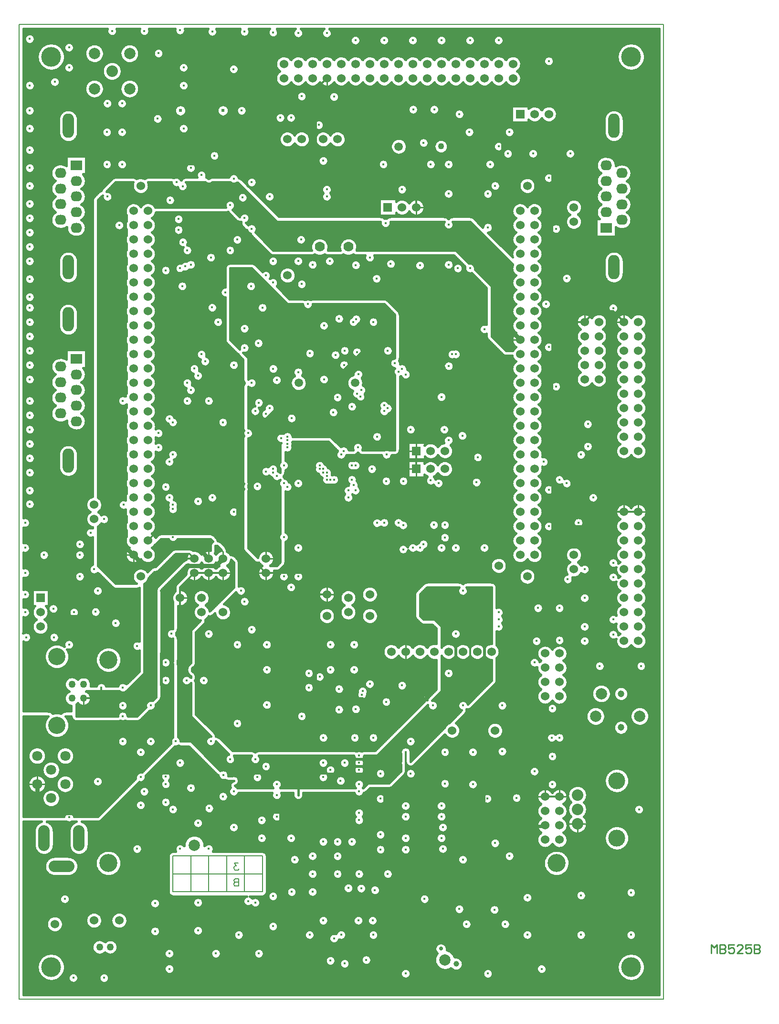
<source format=gbr>
%FSTAX23Y23*%
%MOIN*%
%SFA1B1*%

%IPPOS*%
%ADD11C,0.015000*%
%ADD21C,0.010000*%
%ADD51C,0.012000*%
%ADD52C,0.007000*%
%ADD53C,0.020000*%
%ADD54C,0.030000*%
%ADD56C,0.008000*%
%ADD57C,0.005000*%
%ADD58O,0.080000X0.170000*%
%ADD59C,0.050000*%
%ADD60C,0.060000*%
%ADD61O,0.080000X0.070000*%
%ADD62R,0.080000X0.070000*%
%ADD63C,0.024000*%
%ADD64C,0.028000*%
%ADD65C,0.039000*%
%ADD66C,0.070000*%
%ADD67R,0.060000X0.060000*%
%ADD68C,0.080000*%
%ADD69C,0.079000*%
%ADD70C,0.079000*%
%ADD71C,0.118000*%
%ADD72C,0.120000*%
%ADD73C,0.071000*%
%ADD74C,0.059000*%
%ADD75C,0.047000*%
%ADD76C,0.045000*%
%ADD77O,0.080000X0.180000*%
%ADD78O,0.180000X0.080000*%
%ADD79C,0.138000*%
%ADD80C,0.126000*%
%ADD81C,0.126000*%
%ADD82C,0.043000*%
%ADD83C,0.016000*%
%LNmb525b-1*%
%LPD*%
G54D11*
X41186Y55605D02*
D01*
X41185Y55607*
X41185Y5561*
X41185Y55612*
X41184Y55614*
X41183Y55617*
X41182Y55619*
X41181Y55621*
X4118Y55624*
X41179Y55625*
X41121D02*
D01*
X41119Y55622*
X41118Y5562*
X41117Y55618*
X41116Y55616*
X41115Y55613*
X41115Y55611*
X41115Y55609*
X41114Y55606*
X41114Y55604*
X41114Y55601*
X41115Y55599*
X41115Y55596*
X41116Y55594*
X41117Y55592*
X41118Y55589*
X41119Y55587*
X4112Y55585*
X41122Y55583*
X41123Y55581*
X41125Y55579*
X41127Y55578*
X41129Y55576*
X41131Y55575*
X41133Y55574*
X41135Y55572*
X41137Y55572*
X41139Y55571*
X41142Y5557*
X41144Y5557*
X41147Y55569*
X41149Y55569*
X41152Y55569*
X41154Y5557*
X41156Y5557*
X41159Y55571*
X41161Y55571*
X41163Y55572*
X41166Y55573*
X41168Y55574*
X4117Y55576*
X41172Y55577*
X41174Y55579*
X41175Y55581*
X41177Y55583*
X41179Y55585*
X4118Y55587*
X41181Y55589*
X41182Y55591*
X41183Y55593*
X41184Y55596*
X41184Y55598*
X41184Y556*
X41185Y55603*
X41186Y55605*
X40745Y55615D02*
D01*
X40744Y55617*
X40744Y5562*
X40744Y55622*
X40744Y55625*
X40676D02*
D01*
X40675Y55622*
X40674Y5562*
X40674Y55617*
X40674Y55615*
X40674Y55612*
X40674Y5561*
X40675Y55607*
X40675Y55605*
X40676Y55603*
X40677Y556*
X40678Y55598*
X40679Y55596*
X40681Y55594*
X40682Y55592*
X40684Y5559*
X40686Y55588*
X40687Y55587*
X40689Y55585*
X40692Y55584*
X40694Y55583*
X40696Y55582*
X40698Y55581*
X40701Y5558*
X40703Y5558*
X40706Y55579*
X40708Y55579*
X4071Y55579*
X40713Y55579*
X40715Y5558*
X40718Y5558*
X4072Y55581*
X40723Y55582*
X40725Y55583*
X40727Y55584*
X40729Y55585*
X40731Y55586*
X40733Y55588*
X40735Y5559*
X40736Y55592*
X40738Y55593*
X40739Y55596*
X40741Y55598*
X40742Y556*
X40743Y55602*
X40744Y55605*
X40744Y55607*
X40745Y55609*
X40745Y55612*
X40745Y55614*
X40745Y55615*
X40155Y555D02*
D01*
X40154Y55502*
X40154Y55505*
X40154Y55507*
X40153Y55509*
X40152Y55512*
X40151Y55514*
X4015Y55516*
X40149Y55519*
X40148Y55521*
X40146Y55523*
X40144Y55525*
X40143Y55526*
X40141Y55528*
X40139Y55529*
X40137Y55531*
X40134Y55532*
X40132Y55533*
X4013Y55534*
X40127Y55534*
X40125Y55535*
X40122Y55535*
X4012Y55535*
X40117*
X40115Y55535*
X40112Y55535*
X4011Y55534*
X40107Y55534*
X40105Y55533*
X40103Y55532*
X40101Y55531*
X40098Y55529*
X40096Y55528*
X40094Y55526*
X40093Y55525*
X40091Y55523*
X40089Y55521*
X40088Y55519*
X40087Y55516*
X40086Y55514*
X40085Y55512*
X40084Y55509*
X40083Y55507*
X40083Y55505*
X40083Y55502*
X40083Y555*
X40083Y55497*
X40083Y55494*
X40083Y55492*
X40084Y5549*
X40085Y55487*
X40086Y55485*
X40087Y55483*
X40088Y5548*
X40089Y55478*
X40091Y55476*
X40093Y55474*
X40094Y55473*
X40096Y55471*
X40098Y5547*
X40101Y55468*
X40103Y55467*
X40105Y55466*
X40107Y55465*
X4011Y55465*
X40112Y55464*
X40115Y55464*
X40117Y55464*
X4012*
X40122Y55464*
X40125Y55464*
X40127Y55465*
X4013Y55465*
X40132Y55466*
X40134Y55467*
X40137Y55468*
X40139Y5547*
X40141Y55471*
X40143Y55473*
X40144Y55474*
X40146Y55476*
X40148Y55478*
X40149Y5548*
X4015Y55483*
X40151Y55485*
X40152Y55487*
X40153Y5549*
X40154Y55492*
X40154Y55494*
X40154Y55497*
X40155Y555*
X39673Y55898D02*
D01*
X39675Y55897*
X39677Y55897*
X39673Y55898D02*
D01*
X39675Y55897*
X39677Y55897*
X39625Y559D02*
D01*
X39626Y55898*
X39628Y55896*
X3963Y55895*
X39632Y55894*
X39635Y55892*
X39637Y55891*
X39639Y55891*
X39642Y5589*
X39644Y5589*
X39646Y55889*
X39649Y55889*
X39651Y55889*
X39654Y55889*
X39656Y5589*
X39659Y5589*
X39661Y55891*
X39663Y55892*
X39666Y55893*
X39668Y55894*
X3967Y55896*
X39672Y55897*
X39673Y55898*
D01*
X39675Y55897*
X39677Y55897*
X39673Y55898D02*
D01*
X39675Y55897*
X39677Y55897*
X3945Y559D02*
D01*
X39451Y55898*
X39453Y55896*
X39455Y55895*
X39457Y55894*
X3946Y55892*
X39462Y55891*
X39464Y55891*
X39467Y5589*
X39469Y5589*
X39471Y55889*
X39474Y55889*
X39476Y55889*
X39479Y55889*
X39481Y5589*
X39484Y5589*
X39486Y55891*
X39488Y55892*
X39491Y55893*
X39493Y55894*
X39495Y55896*
X39497Y55897*
X39499Y55899*
X395Y559*
X39329Y55872D02*
D01*
X39328Y55874*
X39328Y55877*
X39328Y55879*
X39327Y55881*
X39326Y55884*
X39325Y55886*
X39324Y55888*
X39323Y55891*
X39322Y55893*
X3932Y55895*
X39318Y55897*
X39317Y55898*
X39315Y559*
X39258Y55866D02*
D01*
X39258Y55863*
X39259Y55861*
X3926Y55858*
X39261Y55856*
X39262Y55854*
X39263Y55852*
X39265Y5585*
X39267Y55848*
X39268Y55846*
X3927Y55845*
X39272Y55843*
X39274Y55842*
X39276Y55841*
X39279Y5584*
X39281Y55839*
X39283Y55838*
X39286Y55837*
X39288Y55837*
X39291Y55837*
X39293Y55837*
X39296Y55837*
X39298Y55837*
X39301Y55838*
X39303Y55838*
X39305Y55839*
X39308Y5584*
X3931Y55841*
X39312Y55843*
X39314Y55844*
X39316Y55846*
X39318Y55847*
X3932Y55849*
X39321Y55851*
X39323Y55853*
X39324Y55855*
X39325Y55858*
X39326Y5586*
X39327Y55862*
X39327Y55865*
X39328Y55867*
X39328Y5587*
X39329Y55872*
X39734Y55616D02*
D01*
X39736Y55616*
X39738Y55617*
X3974Y55618*
X39743Y55619*
X39745Y55621*
X39747Y55622*
X39748Y55624*
X3975Y55625*
X39752Y55627*
X39753Y55629*
X39755Y55631*
X39756Y55633*
X39757Y55636*
X39758Y55638*
X39758Y5564*
X39759Y55643*
X39759Y55645*
X3976Y55648*
X39761Y5565*
X398Y5555D02*
D01*
X39801Y55551*
X39803Y55553*
X39804Y55555*
X39805Y55557*
X39807Y5556*
X39808Y55562*
X39808Y55564*
X39809Y55567*
X39809Y55569*
X3981Y55571*
X3981Y55574*
X39811Y55575*
D01*
X3981Y55577*
X3981Y5558*
X3981Y55582*
X39809Y55584*
X39808Y55587*
X39807Y55589*
X39806Y55591*
X39805Y55594*
X39804Y55596*
X39802Y55598*
X398Y556*
X39799Y55601*
X39797Y55603*
X39795Y55604*
X39793Y55606*
X3979Y55607*
X39788Y55608*
X39786Y55609*
X39783Y55609*
X39781Y5561*
X39778Y5561*
X39776Y5561*
X39773*
X39771Y5561*
X39768Y5561*
X39766Y55609*
X39763Y55609*
X39761Y55608*
X39759Y55607*
X39757Y55606*
X39754Y55604*
X39752Y55603*
X3975Y55601*
X3975Y556*
X39748Y55793D02*
D01*
X39747Y55795*
X39747Y55798*
X39747Y558*
X39746Y55802*
X39745Y55805*
X39744Y55807*
X39743Y55809*
X39742Y55812*
X39741Y55814*
X39739Y55816*
X39737Y55818*
X39736Y55819*
X39734Y55821*
X39732Y55822*
X3973Y55824*
X39727Y55825*
X39725Y55826*
X39723Y55827*
X3972Y55827*
X39718Y55828*
X39715Y55828*
X39713Y55828*
X3971*
X39708Y55828*
X39705Y55828*
X39703Y55827*
X397Y55827*
X39698Y55826*
X39696Y55825*
X39694Y55824*
X39691Y55822*
X39689Y55821*
X39687Y55819*
X39686Y55818*
X39684Y55816*
X39682Y55814*
X39681Y55812*
X3968Y55809*
X39679Y55807*
X39678Y55805*
X39677Y55802*
X39676Y558*
X39676Y55798*
X39676Y55795*
X39676Y55793*
X39676Y5579*
X39676Y55787*
X39676Y55785*
X39677Y55783*
X39678Y5578*
X39679Y55778*
X3968Y55776*
X39681Y55773*
X39682Y55771*
X39684Y55769*
X39686Y55767*
X39687Y55766*
X39689Y55764*
X39691Y55763*
X39694Y55761*
X39696Y5576*
X39698Y55759*
X397Y55758*
X39703Y55758*
X39705Y55757*
X39708Y55757*
X3971Y55757*
X39713*
X39715Y55757*
X39718Y55757*
X3972Y55758*
X39723Y55758*
X39725Y55759*
X39727Y5576*
X3973Y55761*
X39732Y55763*
X39734Y55764*
X39736Y55766*
X39737Y55767*
X39739Y55769*
X39741Y55771*
X39742Y55773*
X39743Y55776*
X39744Y55778*
X39745Y5578*
X39746Y55783*
X39747Y55785*
X39747Y55787*
X39747Y5579*
X39748Y55793*
X3966Y5574D02*
D01*
X39659Y55742*
X39659Y55745*
X39659Y55747*
X39658Y55749*
X39657Y55752*
X39656Y55754*
X39655Y55756*
X39654Y55759*
X39653Y55761*
X39651Y55763*
X39649Y55765*
X39648Y55766*
X39646Y55768*
X39644Y55769*
X39642Y55771*
X39639Y55772*
X39637Y55773*
X39635Y55774*
X39632Y55774*
X3963Y55775*
X39627Y55775*
X39625Y55775*
X39622*
X3962Y55775*
X39617Y55775*
X39615Y55774*
X39612Y55774*
X3961Y55773*
X39608Y55772*
X39606Y55771*
X39603Y55769*
X39601Y55768*
X39599Y55766*
X39598Y55765*
X39596Y55763*
X39594Y55761*
X39593Y55759*
X39592Y55756*
X39591Y55754*
X3959Y55752*
X39589Y55749*
X39588Y55747*
X39588Y55745*
X39588Y55742*
X39588Y5574*
X39588Y55737*
X39588Y55734*
X39588Y55732*
X39589Y5573*
X3959Y55727*
X39591Y55725*
X39593Y55725*
X39761Y5565D02*
D01*
X3976Y55652*
X3976Y55655*
X3976Y55657*
X39759Y55659*
X39758Y55662*
X39757Y55664*
X39756Y55666*
X39755Y55669*
X39754Y55671*
X39752Y55673*
X3975Y55675*
X39749Y55676*
X39747Y55678*
X39745Y55679*
X39743Y55681*
X3974Y55682*
X39738Y55683*
X39736Y55684*
X39733Y55684*
X39731Y55685*
X39728Y55685*
X39726Y55685*
X39723*
X39721Y55685*
X39718Y55685*
X39716Y55684*
X39713Y55684*
X39711Y55683*
X39709Y55682*
X39707Y55681*
X39704Y55679*
X39702Y55678*
X397Y55676*
X39699Y55675*
X39697Y55673*
X39695Y55671*
X39694Y55669*
X39693Y55666*
X39692Y55664*
X39691Y55662*
X3969Y55659*
X39691Y55659*
X39641Y55709D02*
D01*
X39643Y5571*
X39645Y55711*
X39647Y55713*
X39648Y55714*
X3965Y55716*
X39652Y55718*
X39653Y5572*
X39654Y55722*
X39656Y55724*
X39657Y55726*
X39658Y55728*
X39658Y55731*
X39659Y55733*
X39659Y55735*
X39659Y55738*
X3966Y5574*
X41599Y55326D02*
D01*
X41597Y55322*
X41595Y55318*
X41594Y55314*
X41593Y5531*
X41593Y55306*
X41592Y55303*
X41592Y55299*
X41592Y55295*
X41593Y55291*
X41594Y55287*
X41595Y55283*
X41596Y55279*
X41598Y55275*
X41599Y55272*
X41601Y55268*
X41604Y55265*
X41606Y55262*
X41609Y55259*
X41612Y55256*
X41615Y55254*
X41618Y55251*
X41622Y5525*
D01*
X41618Y55247*
X41615Y55245*
X41612Y55243*
X41609Y5524*
X41606Y55237*
X41604Y55234*
X41601Y55231*
X41599Y55227*
X41597Y55223*
X41596Y5522*
X41595Y55216*
X41594Y55212*
X41593Y55208*
X41592Y55204*
X41592Y552*
X41592Y55196*
X41593Y55192*
X41593Y55188*
X41594Y55184*
X41595Y55181*
X41597Y55177*
X41599Y55173*
X41601Y5517*
X41603Y55166*
X41605Y55163*
X41608Y5516*
X41611Y55157*
X41614Y55155*
X41617Y55152*
X4162Y5515*
X41622Y5515*
X41334Y55291D02*
D01*
X41334Y55293*
X41334Y55295*
X41335Y55298*
X41335Y553*
D01*
X41334Y55302*
X41334Y55305*
X41334Y55307*
X41333Y55309*
X41332Y55312*
X41331Y55314*
X4133Y55316*
X41329Y55319*
X41328Y55321*
X41326Y55323*
X41324Y55325*
X41323Y55326*
X41321Y55328*
X41319Y55329*
X41317Y55331*
X41314Y55332*
X41312Y55333*
X4131Y55334*
X41307Y55334*
X41305Y55335*
X41302Y55335*
X413Y55335*
X41297*
X41295Y55335*
X41292Y55335*
X41291Y55334*
X41622Y5515D02*
D01*
X41618Y55147*
X41615Y55145*
X41612Y55143*
X41609Y5514*
X41606Y55137*
X41604Y55134*
X41601Y55131*
X41599Y55127*
X41597Y55123*
X41596Y5512*
X41595Y55116*
X41594Y55112*
X41593Y55108*
X41592Y55104*
X41592Y551*
X41592Y55096*
X41593Y55092*
X41593Y55088*
X41594Y55084*
X41595Y55081*
X41597Y55077*
X41599Y55073*
X41601Y5507*
X41603Y55066*
X41605Y55063*
X41608Y5506*
X41611Y55057*
X41614Y55055*
X41617Y55052*
X4162Y5505*
X41622Y5505*
D01*
X41618Y55047*
X41615Y55045*
X41612Y55043*
X41609Y5504*
X41606Y55037*
X41604Y55034*
X41601Y55031*
X41599Y55027*
X41597Y55023*
X41596Y5502*
X41595Y55016*
X41594Y55012*
X41593Y55008*
X41592Y55004*
X41592Y55*
X41592Y54996*
X41593Y54992*
X41593Y54988*
X41594Y54984*
X41595Y54981*
X41597Y54977*
X41599Y54973*
X41601Y5497*
X41603Y54966*
X41605Y54963*
X41608Y5496*
X41611Y54957*
X41614Y54955*
X41617Y54952*
X4162Y5495*
X41622Y5495*
D01*
X41618Y54947*
X41615Y54945*
X41612Y54943*
X41609Y5494*
X41606Y54937*
X41604Y54934*
X41601Y54931*
X41599Y54927*
X41597Y54923*
X41596Y5492*
X41595Y54916*
X41594Y54912*
X41593Y54908*
X41592Y54904*
X41592Y549*
X41592Y54896*
X41593Y54892*
X41593Y54888*
X41594Y54884*
X41595Y54881*
X41597Y54877*
X41599Y54873*
X41601Y5487*
X41603Y54866*
X41605Y54863*
X41608Y5486*
X41611Y54857*
X41614Y54855*
X41617Y54852*
X4162Y5485*
X41622Y5485*
D01*
X41618Y54847*
X41615Y54845*
X41612Y54843*
X41609Y5484*
X41606Y54837*
X41604Y54834*
X41601Y54831*
X41599Y54827*
X41597Y54823*
X41596Y5482*
X41595Y54816*
X41594Y54812*
X41593Y54808*
X41592Y54804*
X41592Y548*
X41592Y54796*
X41593Y54792*
X41593Y54788*
X41594Y54784*
X41595Y54781*
X41597Y54777*
X41599Y54773*
X41601Y5477*
X41603Y54766*
X41605Y54763*
X41608Y5476*
X41611Y54757*
X41614Y54755*
X41617Y54752*
X4162Y5475*
X41622Y5475*
D01*
X41618Y54747*
X41615Y54745*
X41612Y54743*
X41609Y5474*
X41606Y54737*
X41604Y54734*
X41601Y54731*
X41599Y54727*
X41598Y54725*
X40507Y55425D02*
D01*
X40508Y55429*
X40509Y55433*
X4051Y55437*
X40511Y55441*
X40512Y55446*
X40513Y5545*
D01*
X40512Y55454*
X40512Y55458*
X40511Y55462*
X4051Y55467*
X40509Y55471*
X40507Y55475*
X40505Y55479*
X40503Y55482*
X40501Y55486*
X40498Y55489*
X40495Y55493*
X40492Y55496*
X40489Y55498*
X40485Y55501*
X40482Y55503*
X40478Y55505*
X40474Y55507*
X4047Y55508*
X40465Y5551*
X40461Y55511*
X40457Y55511*
X40453Y55511*
X40448*
X40444Y55511*
X4044Y55511*
X40436Y5551*
X40431Y55508*
X40427Y55507*
X40423Y55505*
X4042Y55503*
X40416Y55501*
X40412Y55498*
X40409Y55496*
X40406Y55493*
X40403Y55489*
X404Y55486*
X40398Y55482*
X40396Y55479*
X40394Y55475*
X40392Y55471*
X40391Y55467*
X4039Y55462*
X40389Y55458*
X40389Y55454*
X40389Y5545*
X40389Y55445*
X40389Y55441*
X4039Y55437*
X40391Y55432*
X40392Y55428*
X40393Y55425*
X40307D02*
D01*
X40308Y55429*
X40309Y55433*
X4031Y55437*
X40311Y55441*
X40312Y55446*
X40312Y5545*
D01*
X40311Y55454*
X40311Y55458*
X4031Y55462*
X40309Y55467*
X40308Y55471*
X40306Y55475*
X40304Y55479*
X40302Y55482*
X403Y55486*
X40297Y55489*
X40294Y55493*
X40291Y55496*
X40288Y55498*
X40284Y55501*
X40281Y55503*
X40277Y55505*
X40273Y55507*
X40269Y55508*
X40264Y5551*
X4026Y55511*
X40256Y55511*
X40252Y55511*
X40247*
X40243Y55511*
X40239Y55511*
X40235Y5551*
X4023Y55508*
X40226Y55507*
X40222Y55505*
X40219Y55503*
X40215Y55501*
X40211Y55498*
X40208Y55496*
X40205Y55493*
X40202Y55489*
X40199Y55486*
X40197Y55482*
X40195Y55479*
X40193Y55475*
X40191Y55471*
X4019Y55467*
X40189Y55462*
X40188Y55458*
X40188Y55454*
X40188Y5545*
X40188Y55445*
X40188Y55441*
X40189Y55437*
X4019Y55432*
X40191Y55428*
X40193Y55425*
X39503Y53394D02*
D01*
X39501Y53392*
X39499Y53391*
X39497Y53389*
X39495Y53387*
X39494Y53385*
X39492Y53383*
X39491Y53381*
X3949Y53379*
X39489Y53377*
X39488Y53375*
X39488Y53372*
X39487Y5337*
X39487Y53367*
X39487Y53365*
X39487Y53365*
X39503Y53394D02*
D01*
X39501Y53392*
X39499Y53391*
X39497Y53389*
X39495Y53387*
X39494Y53385*
X39492Y53383*
X39491Y53381*
X3949Y53379*
X39489Y53377*
X39488Y53375*
X39488Y53372*
X39487Y5337*
X39487Y53367*
X39487Y53365*
X39487Y53365*
Y53331D02*
D01*
X39483Y53331*
X39479Y53332*
X39475Y53332*
X39471Y53332*
X39467Y53332*
X39463Y53331*
X39459Y5333*
X39455Y53329*
X39451Y53327*
X39447Y53326*
X39444Y53324*
X39441Y53322*
X39437Y53319*
X39434Y53317*
X39432Y53314*
X39429Y53311*
X39426Y53308*
X39424Y53304*
X39425Y53303*
D01*
X39422Y53306*
X3942Y53309*
X39418Y53312*
X39415Y53315*
X39412Y53318*
X39409Y5332*
X39406Y53323*
X39402Y53325*
X39398Y53327*
X39395Y53328*
X39391Y53329*
X39387Y5333*
X39383Y53331*
X39379Y53332*
X39375Y53332*
X39371Y53332*
X39367Y53331*
X39366Y53332*
D01*
X39364Y53333*
X39362Y53334*
X3936Y53336*
X39358Y53337*
X39356Y53338*
X39354Y53339*
X39352Y53339*
X39349Y5334*
X39347Y5334*
X39345Y53341*
X39342Y53341*
X39342Y53341*
X39366Y53332D02*
D01*
X39364Y53333*
X39362Y53334*
X3936Y53336*
X39358Y53337*
X39356Y53338*
X39354Y53339*
X39352Y53339*
X39349Y5334*
X39347Y5334*
X39345Y53341*
X39342Y53341*
X39342Y53341*
X39338D02*
D01*
X39335Y53341*
X39333Y53342*
X3933Y53342*
X39328Y53342*
X39328Y53342*
X39338Y53341D02*
D01*
X39335Y53341*
X39333Y53342*
X3933Y53342*
X39328Y53342*
X39328Y53342*
X39338Y53341D02*
D01*
X39335Y53341*
X39333Y53342*
X3933Y53342*
X39328Y53342*
X39328Y53342*
X39215Y559D02*
D01*
X39215Y55897*
X39215Y55894*
X39215Y55892*
X39216Y5589*
X39217Y55887*
X39218Y55885*
X39219Y55883*
X3922Y5588*
X39221Y55878*
X39223Y55876*
X39225Y55874*
X39226Y55873*
X39228Y55871*
X3923Y5587*
X39233Y55868*
X39235Y55867*
X39237Y55866*
X39239Y55865*
X39242Y55865*
X39244Y55864*
X39247Y55864*
X39249Y55864*
X39252*
X39254Y55864*
X39257Y55864*
X39258Y55866*
X39057Y55875D02*
D01*
X39056Y55879*
X39056Y55883*
X39055Y55887*
X39054Y5589*
X39053Y55894*
X39051Y55898*
X39052Y559*
X39241Y55775D02*
D01*
X3924Y55777*
X3924Y5578*
X3924Y55782*
X39239Y55784*
X39238Y55787*
X39237Y55789*
X39236Y55791*
X39235Y55794*
X39234Y55796*
X39232Y55798*
X3923Y558*
X39229Y55801*
X39227Y55803*
X39225Y55804*
X39223Y55806*
X3922Y55807*
X39218Y55808*
X39216Y55809*
X39213Y55809*
X39211Y5581*
X39208Y5581*
X39206Y5581*
X39203*
X39201Y5581*
X39198Y5581*
X39196Y55809*
X39193Y55809*
X39191Y55808*
X39189Y55807*
X39187Y55806*
X39184Y55804*
X39182Y55803*
X3918Y55801*
X39179Y558*
X39177Y55798*
X39175Y55796*
X39174Y55794*
X39173Y55791*
X39172Y55789*
X39171Y55787*
X3917Y55784*
X39169Y55782*
X39169Y5578*
X39169Y55777*
X39169Y55775*
X39169Y55772*
X39169Y55769*
X39169Y55767*
X3917Y55765*
X39171Y55762*
X39172Y5576*
X39173Y55758*
X39174Y55755*
X39175Y55753*
X39177Y55751*
X39179Y55749*
X3918Y55748*
X39182Y55746*
X39184Y55745*
X39187Y55743*
X39189Y55742*
X39191Y55741*
X39193Y5574*
X39196Y5574*
X39198Y55739*
X39201Y55739*
X39203Y55739*
X39206*
X39208Y55739*
X39211Y55739*
X39213Y5574*
X39216Y5574*
X39218Y55741*
X3922Y55742*
X39223Y55743*
X39225Y55745*
X39227Y55746*
X39229Y55748*
X3923Y55749*
X39232Y55751*
X39234Y55753*
X39235Y55755*
X39236Y55758*
X39237Y5576*
X39238Y55762*
X39239Y55765*
X3924Y55767*
X3924Y55769*
X3924Y55772*
X39241Y55775*
X38948Y559D02*
D01*
X38946Y55896*
X38945Y55892*
X38943Y55888*
X38943Y55884*
X38942Y5588*
X38942Y55876*
X38942Y55872*
X38942Y55868*
X38943Y55864*
X38944Y5586*
X38945Y55856*
X38946Y55853*
X38948Y55849*
X3895Y55845*
X38952Y55842*
X38954Y55839*
X38957Y55836*
X3896Y55833*
X38963Y5583*
X38966Y55828*
X38969Y55825*
X38973Y55823*
X38976Y55822*
X3898Y5582*
X38984Y55819*
X38988Y55818*
X38992Y55817*
X38996Y55817*
X39Y55817*
X39004Y55817*
X39008Y55817*
X39012Y55818*
X39016Y55819*
X3902Y5582*
X39023Y55822*
X39027Y55824*
X3903Y55826*
X39034Y55828*
X39037Y55831*
X3904Y55833*
X39043Y55836*
X39045Y55839*
X39048Y55843*
X3905Y55846*
X39052Y5585*
X39053Y55853*
X39054Y55857*
X39056Y55861*
X39056Y55865*
X39057Y55869*
X39057Y55873*
X39057Y55875*
X39102Y55725D02*
D01*
X391Y55728*
X39098Y55731*
X39095Y55735*
X39093Y55738*
X3909Y55741*
X39087Y55743*
X39084Y55746*
X3908Y55748*
X39077Y5575*
X39073Y55752*
X3907Y55754*
X39066Y55755*
X39062Y55756*
X39058Y55757*
X39054Y55757*
X3905Y55757*
X39046Y55757*
X39042Y55757*
X39038Y55756*
X39034Y55755*
X3903Y55754*
X39026Y55752*
X39023Y55751*
X39019Y55749*
X39016Y55746*
X39013Y55744*
X3901Y55741*
X39007Y55738*
X39004Y55735*
X39002Y55732*
X39Y55729*
X39Y55728*
D01*
X38997Y55731*
X38995Y55734*
X38993Y55737*
X3899Y5574*
X38987Y55743*
X38984Y55745*
X38981Y55748*
X38977Y5575*
X38973Y55752*
X3897Y55753*
X38966Y55754*
X38962Y55755*
X38958Y55756*
X38954Y55757*
X3895Y55757*
X38946Y55757*
X38942Y55756*
X38938Y55756*
X38934Y55755*
X38931Y55754*
X38927Y55752*
X38923Y5575*
X3892Y55748*
X38916Y55746*
X38913Y55744*
X3891Y55741*
X38907Y55738*
X38905Y55735*
X38902Y55732*
X389Y55729*
X38898Y55725*
X38897Y55722*
X38895Y55718*
X38894Y55714*
X38893Y5571*
X38893Y55706*
X38892Y55702*
X38892Y55698*
X38892Y55694*
X38893Y5569*
X38894Y55686*
X38895Y55683*
X38896Y55679*
X38898Y55675*
X389Y55672*
Y55628D02*
D01*
X38898Y55624*
X38896Y5562*
X38895Y55616*
X38894Y55613*
X38893Y55609*
X38892Y55605*
X38892Y55601*
X38892Y55597*
X38893Y55593*
X38893Y55589*
X38894Y55585*
X38895Y55581*
X38897Y55577*
X38898Y55574*
X389Y55572*
Y55528D02*
D01*
X38898Y55524*
X38896Y5552*
X38895Y55516*
X38894Y55513*
X38893Y55509*
X38892Y55505*
X38892Y55501*
X38892Y55497*
X38893Y55493*
X38893Y55489*
X38894Y55485*
X38895Y55481*
X38897Y55477*
X38898Y55474*
X389Y55472*
Y55428D02*
D01*
X38898Y55424*
X38896Y5542*
X38895Y55416*
X38894Y55413*
X38893Y55409*
X38892Y55405*
X38892Y55401*
X38892Y55397*
X38893Y55393*
X38893Y55389*
X38894Y55385*
X38895Y55381*
X38897Y55377*
X38898Y55374*
X389Y55372*
Y55328D02*
D01*
X38898Y55324*
X38896Y5532*
X38895Y55316*
X38894Y55313*
X38893Y55309*
X38892Y55305*
X38892Y55301*
X38892Y55297*
X38893Y55293*
X38893Y55289*
X38894Y55285*
X38895Y55281*
X38897Y55277*
X38898Y55274*
X389Y55272*
Y55228D02*
D01*
X38898Y55224*
X38896Y5522*
X38895Y55216*
X38894Y55213*
X38893Y55209*
X38892Y55205*
X38892Y55201*
X38892Y55197*
X38893Y55193*
X38893Y55189*
X38894Y55185*
X38895Y55181*
X38897Y55177*
X38898Y55174*
X389Y55172*
Y55128D02*
D01*
X38898Y55124*
X38896Y5512*
X38895Y55116*
X38894Y55113*
X38893Y55109*
X38892Y55105*
X38892Y55101*
X38892Y55097*
X38893Y55093*
X38893Y55089*
X38894Y55085*
X38895Y55081*
X38897Y55077*
X38898Y55074*
X389Y55072*
Y55028D02*
D01*
X38898Y55024*
X38896Y5502*
X38895Y55016*
X38894Y55013*
X38893Y55009*
X38892Y55005*
X38892Y55001*
X38892Y54997*
X38893Y54993*
X38893Y54989*
X38894Y54985*
X38895Y54981*
X38897Y54977*
X38898Y54974*
X389Y54972*
Y54928D02*
D01*
X38898Y54924*
X38896Y5492*
X38895Y54916*
X38894Y54913*
X38893Y54909*
X38892Y54905*
X38892Y54901*
X38892Y54897*
X38893Y54893*
X38893Y54889*
X38894Y54885*
X38895Y54881*
X38897Y54877*
X38898Y54874*
X389Y54872*
X38803Y558D02*
D01*
X38802Y55802*
X38802Y55805*
X38802Y55807*
X38801Y55809*
X388Y55812*
X38799Y55814*
X38798Y55816*
X38797Y55819*
X38796Y55821*
X38794Y55823*
X38792Y55825*
X38791Y55826*
X38789Y55828*
X38787Y55829*
X38785Y55831*
X38782Y55832*
X3878Y55833*
X38778Y55834*
X38775Y55834*
X38773Y55835*
X3877Y55835*
X38768Y55835*
X38765*
X38763Y55835*
X3876Y55835*
X3876Y55835*
X38733Y55808D02*
D01*
X38732Y55805*
X38732Y55803*
X38732Y558*
X38732Y55798*
X38732Y55795*
X38732Y55793*
X38733Y5579*
X38734Y55788*
X38734Y55785*
X38736Y55783*
X38737Y55781*
X38738Y55779*
X3874Y55777*
X38741Y55775*
X38743Y55773*
X38745Y55772*
X38747Y5577*
X38749Y55769*
X38751Y55767*
X38754Y55766*
X38756Y55766*
X38758Y55765*
X38761Y55764*
X38763Y55764*
X38766Y55764*
X38768Y55764*
X38771Y55764*
X38773Y55764*
X38776Y55765*
X38778Y55765*
X3878Y55766*
X38783Y55767*
X38785Y55768*
X38787Y55769*
X38789Y55771*
X38791Y55772*
X38793Y55774*
X38795Y55776*
X38796Y55778*
X38798Y5578*
X38799Y55782*
X388Y55784*
X38801Y55787*
X38802Y55789*
X38803Y55792*
X38803Y55794*
X38803Y55796*
X38803Y55799*
X38803Y558*
X38886Y556D02*
D01*
X38885Y55602*
X38885Y55605*
X38885Y55607*
X38884Y55609*
X38883Y55612*
X38882Y55614*
X38881Y55616*
X3888Y55619*
X38879Y55621*
X38877Y55623*
X38875Y55625*
X38874Y55626*
X38872Y55628*
X3887Y55629*
X38868Y55631*
X38865Y55632*
X38863Y55633*
X38861Y55634*
X38858Y55634*
X38856Y55635*
X38853Y55635*
X38851Y55635*
X38848*
X38846Y55635*
X38843Y55635*
X38841Y55634*
X38838Y55634*
X38836Y55633*
X38834Y55632*
X38832Y55631*
X38829Y55629*
X38827Y55628*
X38825Y55626*
X38824Y55625*
X38822Y55623*
X3882Y55621*
X38819Y55619*
X38818Y55616*
X38817Y55614*
X38816Y55612*
X38815Y55609*
X38814Y55607*
X38814Y55605*
X38814Y55602*
X38814Y556*
X38814Y55597*
X38814Y55594*
X38814Y55592*
X38815Y5559*
X38816Y55587*
X38817Y55585*
X38818Y55583*
X38819Y5558*
X3882Y55578*
X38822Y55576*
X38824Y55574*
X38825Y55573*
X38827Y55571*
X38829Y5557*
X38832Y55568*
X38834Y55567*
X38836Y55566*
X38838Y55565*
X38841Y55565*
X38843Y55564*
X38846Y55564*
X38848Y55564*
X38851*
X38853Y55564*
X38856Y55564*
X38858Y55565*
X38861Y55565*
X38863Y55566*
X38865Y55567*
X38868Y55568*
X3887Y5557*
X38872Y55571*
X38874Y55573*
X38875Y55574*
X38877Y55576*
X38879Y55578*
X3888Y5558*
X38881Y55583*
X38882Y55585*
X38883Y55587*
X38884Y5559*
X38885Y55592*
X38885Y55594*
X38885Y55597*
X38886Y556*
X389Y54828D02*
D01*
X38898Y54824*
X38896Y5482*
X38895Y54816*
X38894Y54813*
X38893Y54809*
X38892Y54805*
X38892Y54801*
X38892Y54797*
X38893Y54793*
X38893Y54789*
X38894Y54785*
X38895Y54781*
X38897Y54777*
X38898Y54774*
X389Y54772*
Y54728D02*
D01*
X38898Y54724*
X38896Y5472*
X38895Y54716*
X38894Y54713*
X38893Y54709*
X38892Y54705*
X38892Y54701*
X38892Y54697*
X38893Y54693*
X38893Y54689*
X38894Y54685*
X38895Y54681*
X38897Y54677*
X38898Y54674*
X389Y54672*
Y54628D02*
D01*
X38898Y54624*
X38896Y5462*
X38895Y54616*
X38894Y54613*
X38893Y54609*
X38892Y54605*
X38892Y54601*
X38892Y54597*
X38893Y54593*
X38893Y54589*
X38894Y54585*
X38895Y54581*
X38897Y54577*
X38898Y54574*
X389Y54572*
Y54528D02*
D01*
X38898Y54524*
X38896Y5452*
X38895Y54516*
X38894Y54513*
X38893Y54509*
X38892Y54505*
X38892Y54501*
X38892Y54497*
X38893Y54493*
X38893Y54489*
X38894Y54485*
X38895Y54481*
X38897Y54477*
X38898Y54474*
X389Y54472*
Y54428D02*
D01*
X38898Y54424*
X38896Y5442*
X38895Y54416*
X38894Y54413*
X38893Y54409*
X38893Y54406*
X39192Y53412D02*
D01*
X39192Y53409*
X39194Y53407*
X39195Y53405*
X39196Y53403*
X39198Y53401*
X392Y53399*
X39201Y53398*
X39203Y53396*
X39205Y53395*
X39208Y53393*
X3921Y53392*
X39212Y53391*
X39214Y5339*
X39217Y5339*
X39219Y53389*
X39222Y53389*
X39224Y53389*
X39227Y53389*
X39229Y53389*
X39232Y5339*
X39234Y5339*
X39236Y53391*
X39239Y53392*
X39241Y53393*
X39243Y53394*
X39245Y53396*
X39247Y53397*
X39249Y53399*
X39251Y53401*
X39252Y53402*
X39254Y53404*
X39255Y53406*
X39256Y53409*
X39257Y53411*
X39258Y53412*
X39078Y5335D02*
D01*
X39081Y53352*
X39084Y53354*
X39087Y53356*
X3909Y53359*
X39093Y53362*
X39095Y53365*
X39098Y53368*
X39099Y5337*
X39107Y533D02*
D01*
X39106Y53304*
X39106Y53308*
X39105Y53312*
X39104Y53315*
X39103Y53319*
X39101Y53323*
X391Y53327*
X39098Y5333*
X39095Y53334*
X39093Y53337*
X3909Y5334*
X39087Y53343*
X39084Y53345*
X39081Y53348*
X39078Y5335*
X38893Y54406D02*
D01*
X3889Y54407*
X38888Y54408*
X38886Y54409*
X38883Y54409*
X38881Y5441*
X38878Y5441*
X38876Y5441*
X38873Y5441*
X38871Y5441*
X38868Y5441*
X38866Y54409*
X38864Y54409*
X38861Y54408*
X38859Y54407*
X38857Y54406*
X38855Y54404*
X38853Y54403*
X38851Y54401*
X38849Y54399*
X38847Y54398*
X38846Y54396*
X38844Y54394*
X38843Y54391*
X38842Y54389*
X38841Y54387*
X3884Y54384*
X38839Y54382*
X38839Y5438*
X38839Y54377*
X38839Y54375*
X38839Y54372*
X38839Y5437*
X38839Y54367*
X3884Y54365*
X38841Y54362*
X38842Y5436*
X38843Y54358*
X38844Y54356*
X38845Y54354*
X38847Y54352*
X38849Y5435*
X3885Y54348*
X38852Y54346*
X38854Y54345*
X38857Y54344*
X38859Y54342*
X38861Y54341*
X38863Y5434*
X38866Y5434*
X38868Y54339*
X38871Y54339*
X38873Y54339*
X38876Y54339*
X38878Y54339*
X38881Y54339*
X38883Y5434*
X38885Y5434*
X38888Y54341*
X3889Y54342*
X38892Y54343*
X38894Y54345*
X38896Y54346*
X38898Y54348*
X389Y5435*
Y54328D02*
D01*
X38898Y54324*
X38896Y5432*
X38895Y54316*
X38894Y54313*
X38893Y54309*
X38892Y54305*
X38892Y54301*
X38892Y54297*
X38893Y54293*
X38893Y54289*
X38894Y54285*
X38895Y54281*
X38897Y54277*
X38898Y54274*
X389Y54272*
Y54228D02*
D01*
X38898Y54224*
X38896Y5422*
X38895Y54216*
X38894Y54213*
X38893Y54209*
X38892Y54205*
X38892Y54201*
X38892Y54197*
X38893Y54193*
X38893Y54189*
X38894Y54185*
X38895Y54181*
X38897Y54177*
X38898Y54174*
X389Y54172*
Y54128D02*
D01*
X38898Y54124*
X38896Y5412*
X38895Y54116*
X38894Y54113*
X38893Y54109*
X38892Y54105*
X38892Y54101*
X38892Y54097*
X38893Y54093*
X38893Y54089*
X38894Y54085*
X38895Y54081*
X38897Y54077*
X38898Y54074*
X389Y54072*
Y54028D02*
D01*
X38898Y54024*
X38896Y5402*
X38895Y54016*
X38894Y54013*
X38893Y54009*
X38892Y54005*
X38892Y54001*
X38892Y53997*
X38893Y53993*
X38893Y53989*
X38894Y53985*
X38895Y53981*
X38897Y53977*
X38898Y53974*
X389Y53972*
Y53428D02*
D01*
X38898Y53424*
X38896Y5342*
X38895Y53416*
X38894Y53413*
X38893Y53409*
X38892Y53405*
X38892Y53401*
X38892Y53397*
X38893Y53393*
X38893Y53389*
X38894Y53385*
X38895Y53381*
X38897Y53377*
X38898Y53374*
X389Y5337*
X38902Y53367*
X38905Y53364*
X38907Y53361*
X3891Y53358*
X38913Y53355*
X38916Y53353*
X3892Y53351*
X38922Y5335*
X389Y53928D02*
D01*
X38898Y53924*
X38896Y5392*
X38895Y53916*
X38894Y53913*
X38893Y53909*
X38892Y53905*
X38892Y53901*
X38892Y53897*
X38893Y53893*
X38893Y53889*
X38894Y53885*
X38895Y53881*
X38897Y53877*
X38898Y53874*
X389Y53872*
X39243Y53342D02*
D01*
X3924Y53341*
X39238Y53341*
X39235Y53341*
X39233Y5334*
X39231Y53339*
X39228Y53338*
X39226Y53337*
X39224Y53336*
X39222Y53335*
X3922Y53333*
X39218Y53332*
X39218Y53332*
X39243Y53342D02*
D01*
X3924Y53341*
X39238Y53341*
X39235Y53341*
X39233Y5334*
X39231Y53339*
X39228Y53338*
X39226Y53337*
X39224Y53336*
X39222Y53335*
X3922Y53333*
X39218Y53332*
X39218Y53332*
X39Y53272D02*
D01*
X39002Y53268*
X39004Y53265*
X39006Y53262*
X39009Y53259*
X39012Y53256*
X39015Y53254*
X39018Y53251*
X39022Y53249*
X39026Y53247*
X39029Y53246*
X39033Y53245*
X39037Y53244*
X39041Y53243*
X39045Y53242*
X39049Y53242*
X39053Y53242*
X39057Y53243*
X39061Y53243*
X39065Y53244*
X39068Y53245*
X39072Y53247*
X39076Y53249*
X39079Y53251*
X39083Y53253*
X39086Y53255*
X39089Y53258*
X39092Y53261*
X39094Y53264*
X39097Y53267*
X39099Y5327*
X39101Y53274*
X39102Y53277*
X39104Y53281*
X39105Y53285*
X39106Y53289*
X39106Y53293*
X39107Y53297*
X39107Y533*
X391Y53217D02*
D01*
X391Y53217*
X391Y53217*
X39101Y53217*
X39101Y53217*
X39102Y53217*
X39102Y53217*
X39103Y53217*
X39103Y53218*
X39104Y53218*
X39104Y53218*
X39104Y53218*
X39105Y53219*
X39105Y5322*
X391Y53217D02*
D01*
X391Y53217*
X391Y53217*
X39101Y53217*
X39101Y53217*
X39102Y53217*
X39102Y53217*
X39103Y53217*
X39103Y53218*
X39104Y53218*
X39104Y53218*
X39104Y53218*
X39105Y53219*
X39105Y5322*
X391Y53217D02*
D01*
X391Y53217*
X391Y53217*
X39101Y53217*
X39101Y53217*
X39102Y53217*
X39102Y53217*
X39103Y53217*
X39103Y53218*
X39104Y53218*
X39104Y53218*
X39104Y53218*
X39105Y53219*
X39105Y5322*
X391Y53217D02*
D01*
X391Y53217*
X391Y53217*
X39101Y53217*
X39101Y53217*
X39102Y53217*
X39102Y53217*
X39103Y53217*
X39103Y53218*
X39104Y53218*
X39104Y53218*
X39104Y53218*
X39105Y53219*
X39105Y5322*
X39098Y53217D02*
D01*
X39095Y53216*
X39093Y53216*
X3909Y53216*
X39088Y53215*
X39085Y53215*
X39083Y53214*
X39081Y53213*
X39079Y53212*
X39077Y5321*
X39075Y53209*
X39073Y53207*
X39073Y53207*
X38922Y5335D02*
D01*
X38918Y53347*
X38915Y53345*
X38912Y53343*
X38909Y5334*
X38906Y53337*
X38904Y53334*
X38901Y53331*
X38899Y53327*
X38897Y53323*
X38896Y5332*
X38895Y53316*
X38894Y53312*
X38893Y53308*
X38892Y53304*
X38892Y533*
X38892Y53296*
X38893Y53292*
X38893Y53288*
X38894Y53284*
X38895Y53281*
X38897Y53277*
X38899Y53273*
X38901Y5327*
X38903Y53266*
X38905Y53263*
X38908Y5326*
X38911Y53257*
X38914Y53255*
X38917Y53252*
X3892Y5325*
X38924Y53248*
X38927Y53247*
X38931Y53245*
X38935Y53244*
X38939Y53243*
X38943Y53243*
X38947Y53242*
X38951Y53242*
X38955Y53242*
X38959Y53243*
X38963Y53244*
X38966Y53245*
X3897Y53246*
X38974Y53248*
X38978Y5325*
X38981Y53252*
X38984Y53254*
X38987Y53256*
X3899Y53259*
X38993Y53262*
X38995Y53265*
X38998Y53268*
X39Y53272*
X39048Y53182D02*
D01*
X39045Y53185*
X39043Y53188*
X3904Y53191*
X39037Y53193*
X39034Y53196*
X3903Y53198*
X39027Y532*
X39023Y53202*
X3902Y53204*
X39016Y53205*
X39012Y53206*
X39008Y53207*
X39004Y53207*
X39Y53207*
X38996Y53207*
X38992Y53207*
X38988Y53206*
X38984Y53205*
X3898Y53204*
X38976Y53202*
X38973Y53201*
X38969Y53199*
X38966Y53196*
X38963Y53194*
X3896Y53191*
X38957Y53188*
X38954Y53185*
X38952Y53182*
X3895Y53179*
X38948Y53175*
X38946Y53171*
X38945Y53168*
X38944Y53164*
X38943Y5316*
X38942Y53156*
X38942Y53152*
X38942Y53148*
X38942Y53144*
X38943Y5314*
X38943Y53136*
X38945Y53132*
X38946Y53128*
X38948Y53124*
X38949Y53121*
X38952Y53118*
X38954Y53114*
X38956Y53111*
X38959Y53108*
X38962Y53106*
X38965Y53103*
X38969Y53101*
X38972Y531*
X389Y53828D02*
D01*
X38898Y53824*
X38896Y5382*
X38895Y53816*
X38894Y53813*
X38893Y53809*
X38892Y53805*
X38892Y53801*
X38892Y53797*
X38893Y53793*
X38893Y53789*
X38894Y53785*
X38895Y53781*
X38897Y53777*
X38898Y53774*
X389Y53772*
Y53728D02*
D01*
X38898Y53724*
X38896Y5372*
X38895Y53716*
X38894Y53713*
X38893Y53709*
X38892Y53705*
X38892Y53701*
X38892Y53697*
X38893Y53693*
X38893Y53689*
X38894Y53685*
X38895Y53682*
D01*
X38892Y53682*
X3889Y53683*
X38888Y53684*
X38885Y53684*
X38883Y53685*
X3888Y53685*
X38878Y53685*
X38875Y53685*
X38873Y53684*
X3887Y53684*
X38868Y53683*
X38866Y53682*
X38864Y53681*
X38861Y5368*
X38859Y53678*
X38857Y53677*
X38855Y53675*
X38854Y53674*
X38852Y53672*
X38851Y5367*
X38849Y53668*
X38848Y53666*
X38847Y53663*
X38846Y53661*
X38845Y53659*
X38845Y53656*
X38844Y53654*
X38844Y53651*
X38844Y53649*
X38844Y53646*
X38845Y53644*
X38845Y53642*
X38846Y53639*
X38846Y53637*
X38847Y53635*
X38849Y53632*
X3885Y5363*
X38851Y53628*
X38853Y53626*
X38854Y53625*
X38856Y53623*
X38858Y53621*
X3886Y5362*
X38862Y53619*
X38865Y53618*
X38867Y53617*
X38869Y53616*
X38871Y53615*
X38874Y53615*
X38876Y53614*
X38879Y53614*
X38881Y53614*
X38884Y53614*
X38886Y53615*
X38889Y53615*
X38891Y53616*
X38893Y53617*
X38895Y53618*
X38732Y5365D02*
D01*
X38731Y53654*
X38731Y53658*
X3873Y53662*
X38729Y53665*
X38728Y53669*
X38726Y53673*
X38725Y53677*
X38723Y5368*
X3872Y53684*
X38718Y53687*
X38715Y5369*
X38712Y53693*
X38709Y53695*
X38706Y53698*
X38703Y537*
X387Y53702*
X38895Y53618D02*
D01*
X38893Y53614*
X38893Y5361*
X38892Y53606*
X38892Y53602*
X38892Y53598*
X38892Y53594*
X38892Y5359*
X38893Y53586*
X38894Y53582*
X38896Y53578*
X38897Y53574*
X389Y53572*
X3878Y5355D02*
D01*
X38779Y53552*
X38779Y53555*
X38779Y53557*
X38778Y53559*
X38777Y53562*
X38776Y53564*
X38775Y53566*
X38774Y53569*
X38773Y53571*
X38771Y53573*
X38769Y53575*
X38768Y53576*
X38766Y53578*
X38764Y53579*
X38762Y53581*
X38759Y53582*
X38757Y53583*
X38755Y53584*
X38752Y53584*
X3875Y53585*
X38747Y53585*
X38745Y53585*
X38742*
X3874Y53585*
X38737Y53585*
X38735Y53584*
X38732Y53584*
X3873Y53583*
X38728Y53582*
X38726Y53581*
X38725Y53579*
X389Y53528D02*
D01*
X38898Y53524*
X38896Y5352*
X38895Y53516*
X38894Y53513*
X38893Y53509*
X38892Y53505*
X38892Y53501*
X38892Y53497*
X38893Y53493*
X38893Y53489*
X38894Y53485*
X38895Y53481*
X38897Y53477*
X38898Y53474*
X389Y53472*
X38725Y53521D02*
D01*
X38727Y53519*
X38729Y53518*
X38731Y53517*
X38733Y53516*
X38736Y53515*
X38738Y53515*
X3874Y53515*
X38743Y53514*
X38745Y53514*
X38748Y53514*
X3875Y53515*
X38753Y53515*
X38755Y53516*
X38757Y53517*
X3876Y53518*
X38762Y53519*
X38764Y5352*
X38766Y53522*
X38768Y53523*
X3877Y53525*
X38771Y53527*
X38773Y53529*
X38774Y53531*
X38775Y53533*
X38777Y53535*
X38777Y53537*
X38778Y53539*
X38779Y53542*
X38779Y53544*
X3878Y53547*
X3878Y53549*
X3878Y5355*
X38703Y536D02*
D01*
X38706Y53602*
X38709Y53604*
X38712Y53606*
X38715Y53609*
X38718Y53612*
X3872Y53615*
X38723Y53618*
X38725Y53622*
X38727Y53626*
X38728Y53629*
X38729Y53633*
X3873Y53637*
X38731Y53641*
X38732Y53645*
X38732Y53649*
X38732Y5365*
X38725Y53579D02*
D01*
X38722Y53582*
X3872Y53585*
X38717Y53588*
X38715Y53591*
X38712Y53594*
X38708Y53596*
X38705Y53599*
X38703Y536*
X387Y53498D02*
D01*
X38703Y53499*
X38706Y53501*
X3871Y53504*
X38713Y53506*
X38716Y53509*
X38718Y53512*
X38721Y53515*
X38723Y53519*
X38725Y53521*
X38702Y53223D02*
D01*
X387Y53224*
X387Y53225*
X41285Y5305D02*
D01*
X41284Y53052*
X41284Y53055*
X41284Y53057*
X41283Y53059*
X41282Y53062*
X41281Y53064*
X4128Y53066*
X41279Y53069*
X41278Y53071*
X41276Y53073*
X41275Y53075*
X4145Y52682D02*
D01*
X41445Y52681*
X41441Y52681*
X41437Y5268*
X41434Y52679*
X4143Y52678*
X41426Y52676*
X41422Y52675*
X41419Y52673*
X41415Y5267*
X41412Y52668*
X41409Y52665*
X41406Y52662*
X41404Y52659*
X41401Y52656*
X414Y52653*
D01*
X41397Y52656*
X41395Y52659*
X41393Y52662*
X4139Y52665*
X41387Y52668*
X41384Y5267*
X41381Y52673*
X41377Y52675*
X41373Y52677*
X4137Y52678*
X41366Y52679*
X41362Y5268*
X41358Y52681*
X41354Y52682*
X4135Y52682*
X41346Y52682*
X41342Y52681*
X41338Y52681*
X41334Y5268*
X41331Y52679*
X41327Y52677*
X41323Y52675*
X4132Y52673*
X41316Y52671*
X41313Y52669*
X4131Y52666*
X41307Y52663*
X41305Y5266*
X41302Y52657*
X413Y52654*
X413Y52653*
X41225Y53075D02*
D01*
X41223Y53073*
X41221Y53071*
X4122Y53069*
X41219Y53067*
X41217Y53064*
X41216Y53062*
X41216Y5306*
X41215Y53057*
X41215Y53055*
X41214Y53053*
X41214Y5305*
X41214Y53048*
X41214Y53045*
X41215Y53043*
X41215Y5304*
X41216Y53038*
X41217Y53036*
X41218Y53033*
X41219Y53031*
X41221Y53029*
X41222Y53027*
X41224Y53025*
X41225Y53024*
X41227Y53022*
X41229Y53021*
X41231Y53019*
X41233Y53018*
X41236Y53017*
X41238Y53016*
X4124Y53015*
X41243Y53015*
X41245Y53014*
X41248Y53014*
X4125Y53014*
X41253Y53014*
X41255Y53015*
X41257Y53015*
X4126Y53016*
X41262Y53016*
X41264Y53017*
X41267Y53019*
X41269Y5302*
X41271Y53021*
X41273Y53023*
X41275Y53025*
X41276Y53026*
X41278Y53028*
X41279Y5303*
X4128Y53032*
X41282Y53035*
X41283Y53037*
X41283Y53039*
X41284Y53042*
X41284Y53044*
X41285Y53046*
X41285Y53049*
X41285Y5305*
X413Y52653D02*
D01*
X41297Y52656*
X41295Y52659*
X41293Y52662*
X4129Y52665*
X41287Y52668*
X41284Y5267*
X41281Y52673*
X41277Y52675*
X41273Y52677*
X4127Y52678*
X41266Y52679*
X41262Y5268*
X41258Y52681*
X41254Y52682*
X4125Y52682*
X41246Y52682*
X41242Y52681*
X41238Y52681*
X41234Y5268*
X41231Y52679*
X41227Y52677*
X41223Y52675*
X4122Y52673*
X41216Y52671*
X41213Y52669*
X4121Y52666*
X41207Y52663*
X41205Y5266*
X41202Y52657*
X412Y52654*
X412Y52653*
X414Y52597D02*
D01*
X41402Y52593*
X41404Y5259*
X41406Y52587*
X41409Y52584*
X41412Y52581*
X41415Y52579*
X41418Y52576*
X41422Y52574*
X41426Y52572*
X41429Y52571*
X41433Y5257*
X41437Y52569*
X41441Y52568*
X41445Y52567*
X41449Y52567*
X4145Y52568*
X413Y52597D02*
D01*
X41302Y52593*
X41304Y5259*
X41306Y52587*
X41309Y52584*
X41312Y52581*
X41315Y52579*
X41318Y52576*
X41322Y52574*
X41326Y52572*
X41329Y52571*
X41333Y5257*
X41337Y52569*
X41341Y52568*
X41345Y52567*
X41349Y52567*
X41353Y52567*
X41357Y52568*
X41361Y52568*
X41365Y52569*
X41368Y5257*
X41372Y52572*
X41376Y52574*
X41379Y52576*
X41383Y52578*
X41386Y5258*
X41389Y52583*
X41392Y52586*
X41394Y52589*
X41397Y52592*
X41399Y52595*
X414Y52597*
X412D02*
D01*
X41202Y52593*
X41204Y5259*
X41206Y52587*
X41209Y52584*
X41212Y52581*
X41215Y52579*
X41218Y52576*
X41222Y52574*
X41226Y52572*
X41229Y52571*
X41233Y5257*
X41237Y52569*
X41241Y52568*
X41245Y52567*
X41249Y52567*
X41253Y52567*
X41257Y52568*
X41261Y52568*
X41265Y52569*
X41268Y5257*
X41272Y52572*
X41276Y52574*
X41279Y52576*
X41283Y52578*
X41286Y5258*
X41289Y52583*
X41292Y52586*
X41294Y52589*
X41297Y52592*
X41299Y52595*
X413Y52597*
X41284Y52259D02*
D01*
X41283Y52261*
X41282Y52263*
X41281Y52265*
X4128Y52268*
X41278Y5227*
X41277Y52272*
X41275Y52273*
X41274Y52275*
X41272Y52277*
X4127Y52278*
X41268Y5228*
X41266Y52281*
X41263Y52282*
X41261Y52283*
X41259Y52283*
X41256Y52284*
X41254Y52284*
X41251Y52285*
X41249Y52285*
X41247Y52285*
X41244Y52284*
X41242Y52284*
X41239Y52283*
X41237Y52282*
X41235Y52281*
X41233Y5228*
X4123Y52279*
X41228Y52278*
X41227Y52276*
X41225Y52274*
X41223Y52273*
X41221Y52271*
X4122Y52269*
X41219Y52267*
X41218Y52264*
X41217Y52262*
X41216Y5226*
X41215Y52258*
X41215Y52255*
X41214Y52253*
X41214Y5225*
X41214Y52248*
X41215Y52245*
X41215Y52243*
X41216Y52241*
X41216Y52238*
X41217Y52236*
X41218Y52234*
X41219Y52231*
X41221Y52229*
X41222Y52227*
X41224Y52226*
X41225Y52224*
X41227Y52222*
X41229Y52221*
X41231Y52219*
X41233Y52218*
X41236Y52217*
X41238Y52216*
X4124Y52216*
X41241Y52216*
X41236Y5275D02*
D01*
X41235Y52752*
X41235Y52755*
X41235Y52757*
X41234Y52759*
X41233Y52762*
X41232Y52764*
X41231Y52766*
X4123Y52769*
X41229Y52771*
X41227Y52773*
X41225Y52775*
X41224Y52776*
X41222Y52778*
X4122Y52779*
X41218Y52781*
X41215Y52782*
X41213Y52783*
X41211Y52784*
X41208Y52784*
X41206Y52785*
X41203Y52785*
X41201Y52785*
X41198*
X41196Y52785*
X41193Y52785*
X41191Y52784*
X41188Y52784*
X41186Y52783*
X41184Y52782*
X41182Y52781*
X41179Y52779*
X41177Y52778*
X41175Y52776*
X41174Y52775*
X41172Y52773*
X4117Y52771*
X41169Y52769*
X41168Y52766*
X41167Y52764*
X41166Y52762*
X41165Y52759*
X41164Y52757*
X41164Y52755*
X41164Y52752*
X41164Y5275*
X41164Y52747*
X41164Y52744*
X41164Y52742*
X41165Y5274*
X41166Y52737*
X41167Y52735*
X41168Y52733*
X41169Y5273*
X4117Y52728*
X41172Y52726*
X41174Y52724*
X41175Y52723*
X41177Y52721*
X41179Y5272*
X41182Y52718*
X41184Y52717*
X41186Y52716*
X41188Y52715*
X41191Y52715*
X41193Y52714*
X41196Y52714*
X41198Y52714*
X41201*
X41203Y52714*
X41206Y52714*
X41208Y52715*
X41211Y52715*
X41213Y52716*
X41215Y52717*
X41218Y52718*
X4122Y5272*
X41222Y52721*
X41224Y52723*
X41225Y52724*
X41227Y52726*
X41229Y52728*
X4123Y5273*
X41231Y52733*
X41232Y52735*
X41233Y52737*
X41234Y5274*
X41235Y52742*
X41235Y52744*
X41235Y52747*
X41236Y5275*
X412Y52653D02*
D01*
X41197Y52656*
X41195Y52659*
X41193Y52662*
X4119Y52665*
X41187Y52668*
X41184Y5267*
X41181Y52673*
X41177Y52675*
X41173Y52677*
X4117Y52678*
X41166Y52679*
X41162Y5268*
X41158Y52681*
X41154Y52682*
X4115Y52682*
X41146Y52682*
X41142Y52681*
X41138Y52681*
X41134Y5268*
X41131Y52679*
X41127Y52677*
X41123Y52675*
X4112Y52673*
X41116Y52671*
X41113Y52669*
X4111Y52666*
X41107Y52663*
X41105Y5266*
X41102Y52657*
X411Y52654*
X411Y52653*
Y52597D02*
D01*
X41102Y52593*
X41104Y5259*
X41106Y52587*
X41109Y52584*
X41112Y52581*
X41115Y52579*
X41118Y52576*
X41122Y52574*
X41126Y52572*
X41129Y52571*
X41133Y5257*
X41137Y52569*
X41141Y52568*
X41145Y52567*
X41149Y52567*
X41153Y52567*
X41157Y52568*
X41161Y52568*
X41165Y52569*
X41168Y5257*
X41172Y52572*
X41176Y52574*
X41179Y52576*
X41183Y52578*
X41186Y5258*
X41189Y52583*
X41192Y52586*
X41194Y52589*
X41197Y52592*
X41199Y52595*
X412Y52597*
X41186Y52475D02*
D01*
X41185Y52477*
X41185Y5248*
X41185Y52482*
X41184Y52484*
X41183Y52487*
X41182Y52489*
X41181Y52491*
X4118Y52494*
X41179Y52496*
X41177Y52498*
X41175Y525*
X41174Y52501*
X41172Y52503*
X4117Y52504*
X41168Y52506*
X41165Y52507*
X41163Y52508*
X41161Y52509*
X41158Y52509*
X41156Y5251*
X41153Y5251*
X41151Y5251*
X41148*
X41146Y5251*
X41143Y5251*
X41141Y52509*
X41138Y52509*
X41136Y52508*
X41134Y52507*
X41132Y52506*
X41129Y52504*
X41127Y52503*
X41125Y52501*
X41124Y525*
X41122Y52498*
X4112Y52496*
X41119Y52494*
X41118Y52491*
X41117Y52489*
X41116Y52487*
X41115Y52484*
X41114Y52482*
X41114Y5248*
X41114Y52477*
X41114Y52475*
X41114Y52472*
X41114Y52469*
X41114Y52467*
X41115Y52465*
X41116Y52462*
X41117Y5246*
X41118Y52458*
X41119Y52455*
X4112Y52453*
X41122Y52451*
X41124Y52449*
X41125Y52448*
X41127Y52446*
X41129Y52445*
X41132Y52443*
X41134Y52442*
X41136Y52441*
X41138Y5244*
X41141Y5244*
X41143Y52439*
X41146Y52439*
X41148Y52439*
X41151*
X41153Y52439*
X41156Y52439*
X41158Y5244*
X41161Y5244*
X41163Y52441*
X41165Y52442*
X41168Y52443*
X4117Y52445*
X41172Y52446*
X41174Y52448*
X41175Y52449*
X41177Y52451*
X41179Y52453*
X4118Y52455*
X41181Y52458*
X41182Y5246*
X41183Y52462*
X41184Y52465*
X41185Y52467*
X41185Y52469*
X41185Y52472*
X41186Y52475*
X41076Y5225D02*
D01*
X41075Y52252*
X41075Y52255*
X41075Y52257*
X41074Y52259*
X41073Y52262*
X41072Y52264*
X41071Y52266*
X4107Y52269*
X41069Y52271*
X41067Y52273*
X41065Y52275*
X41064Y52276*
X41062Y52278*
X4106Y52279*
X41058Y52281*
X41055Y52282*
X41053Y52283*
X41051Y52284*
X41048Y52284*
X41046Y52285*
X41043Y52285*
X41041Y52285*
X41038*
X41036Y52285*
X41035Y52285*
X41005Y52255D02*
D01*
X41004Y52252*
X41004Y5225*
X41004Y52247*
X41004Y52245*
X41005Y52242*
X41005Y5224*
X41006Y52237*
X41007Y52235*
X41008Y52233*
X41009Y52231*
X41011Y52229*
X41012Y52227*
X41014Y52225*
X41016Y52223*
X41018Y52222*
X4102Y5222*
X41022Y52219*
X41024Y52218*
X41026Y52217*
X41028Y52216*
X41031Y52215*
X41033Y52215*
X41036Y52214*
X41038Y52214*
X41041Y52214*
X41043Y52214*
X41046Y52215*
X41048Y52215*
X4105Y52216*
X41053Y52217*
X41055Y52218*
X41057Y52219*
X41059Y5222*
X41061Y52222*
X41063Y52223*
X41065Y52225*
X41067Y52227*
X41068Y52229*
X41069Y52231*
X41071Y52233*
X41072Y52235*
X41073Y52237*
X41073Y5224*
X41074Y52242*
X41075Y52245*
X41075Y52247*
X41075Y52249*
X41076Y5225*
X41153Y52128D02*
D01*
X41149Y52126*
X41145Y52124*
X41142Y52122*
X41139Y52119*
X41136Y52117*
X41133Y52114*
X4113Y52111*
X41128Y52108*
X41126Y52104*
X41124Y52101*
X41122Y52097*
X41122Y52097*
X40921Y52D02*
D01*
X4092Y52002*
X4092Y52005*
X4092Y52007*
X40919Y52009*
X40918Y52012*
X40917Y52014*
X40916Y52016*
X40915Y52019*
X40914Y52021*
X40912Y52023*
X4091Y52025*
X40909Y52026*
X40907Y52028*
X40905Y52029*
X40903Y52031*
X409Y52032*
X40898Y52033*
X40896Y52034*
X40893Y52034*
X40891Y52035*
X40888Y52035*
X40886Y52035*
X40883*
X40881Y52035*
X40878Y52035*
X40876Y52034*
X40873Y52034*
X40871Y52033*
X40869Y52032*
X40867Y52031*
X40864Y52029*
X40862Y52028*
X4086Y52026*
X40859Y52025*
X40857Y52023*
X40855Y52021*
X40854Y52019*
X40853Y52016*
X40852Y52014*
X40851Y52012*
X4085Y52009*
X40849Y52007*
X40849Y52005*
X40849Y52002*
X40849Y52*
X40849Y51997*
X40849Y51994*
X40849Y51992*
X4085Y5199*
X40851Y51987*
X40852Y51985*
X40853Y51983*
X40854Y5198*
X40855Y51978*
X40857Y51976*
X40859Y51974*
X4086Y51973*
X40862Y51971*
X40864Y5197*
X40867Y51968*
X40869Y51967*
X40871Y51966*
X40873Y51965*
X40876Y51965*
X40878Y51964*
X40881Y51964*
X40883Y51964*
X40886*
X40888Y51964*
X40891Y51964*
X40893Y51965*
X40896Y51965*
X40898Y51966*
X409Y51967*
X40903Y51968*
X40905Y5197*
X40907Y51971*
X40909Y51973*
X4091Y51974*
X40912Y51976*
X40914Y51978*
X40915Y5198*
X40916Y51983*
X40917Y51985*
X40918Y51987*
X40919Y5199*
X4092Y51992*
X4092Y51994*
X4092Y51997*
X40921Y52*
X40883Y51913D02*
D01*
X40883Y51915*
X40884Y51917*
X40884Y5192*
X40884Y51922*
X40886Y51925*
D01*
X40885Y51927*
X40885Y5193*
X40885Y51932*
X40884Y51934*
X40883Y51937*
X40882Y51939*
X40881Y51941*
X4088Y51944*
X40879Y51946*
X40877Y51948*
X40875Y5195*
X40874Y51951*
X40872Y51953*
X4087Y51954*
X40868Y51956*
X40865Y51957*
X40863Y51958*
X40861Y51959*
X40858Y51959*
X40856Y5196*
X40853Y5196*
X40851Y5196*
X40848*
X40846Y5196*
X40843Y5196*
X40841Y51959*
X40838Y51959*
X40836Y51958*
X40834Y51957*
X40832Y51956*
X40829Y51954*
X40827Y51953*
X40825Y51951*
X40824Y5195*
X40822Y51948*
X4082Y51946*
X40819Y51944*
X40818Y51941*
X40817Y51939*
X40816Y51937*
X40815Y51934*
X40814Y51932*
X40814Y5193*
X40814Y51927*
X40814Y51925*
X40814Y51922*
X40814Y51919*
X40814Y51917*
X40815Y51915*
X40817Y51913*
Y51862D02*
D01*
X40816Y51859*
X40815Y51857*
X40815Y51854*
X40815Y51852*
X40814Y51849*
X40815Y51847*
X40815Y51844*
X40815Y51842*
X40816Y51839*
X40817Y51838*
X4071Y51775D02*
D01*
X40709Y51777*
X40709Y5178*
X40709Y51782*
X40708Y51784*
X40707Y51787*
X40706Y51789*
X40705Y51791*
X40704Y51794*
X40703Y51796*
X40701Y51798*
X40699Y518*
X40698Y51801*
X40696Y51803*
X40694Y51804*
X40692Y51806*
X40689Y51807*
X40687Y51808*
X40685Y51809*
X40682Y51809*
X4068Y5181*
X40677Y5181*
X40675Y5181*
X40672*
X4067Y5181*
X40667Y5181*
X40665Y51809*
X40662Y51809*
X4066Y51808*
X40658Y51807*
X40656Y51806*
X40653Y51804*
X40651Y51803*
X40649Y51801*
X40648Y518*
X40646Y51798*
X40644Y51796*
X40643Y51794*
X40642Y51791*
X40641Y51789*
X4064Y51787*
X40639Y51784*
X40638Y51782*
X40638Y5178*
X40638Y51777*
X40638Y51775*
X40638Y51772*
X40638Y51769*
X40638Y51767*
X40639Y51765*
X4064Y51762*
X40641Y5176*
X40642Y51758*
X40643Y51755*
X40644Y51753*
X40646Y51751*
X40648Y51749*
X40649Y51748*
X40651Y51746*
X40653Y51745*
X40656Y51743*
X40658Y51742*
X4066Y51741*
X40662Y5174*
X40665Y5174*
X40667Y51739*
X4067Y51739*
X40672Y51739*
X40675*
X40677Y51739*
X4068Y51739*
X40682Y5174*
X40685Y5174*
X40687Y51741*
X40689Y51742*
X40692Y51743*
X40694Y51745*
X40696Y51746*
X40698Y51748*
X40699Y51749*
X40701Y51751*
X40703Y51753*
X40704Y51755*
X40705Y51758*
X40706Y5176*
X40707Y51762*
X40708Y51765*
X40709Y51767*
X40709Y51769*
X40709Y51772*
X4071Y51775*
X40712Y51708D02*
D01*
X40709Y51708*
X40707Y51709*
X40704Y51709*
X40702Y51709*
X40699Y5171*
X40697Y51709*
X40694Y51709*
X40692Y51709*
X40689Y51708*
X40688Y51708*
X4055Y51875D02*
D01*
X40551Y51876*
X40553Y51878*
X40554Y5188*
X40555Y51882*
X40557Y51885*
X40558Y51887*
X40558Y51889*
X40559Y51892*
X40559Y51894*
X4056Y51896*
X4056Y51899*
X40561Y519*
Y5185D02*
D01*
X4056Y51852*
X4056Y51855*
X4056Y51857*
X40559Y51859*
X40558Y51862*
X40557Y51864*
X40556Y51866*
X40555Y51869*
X40554Y51871*
X40552Y51873*
X4055Y51875*
X4055Y51875*
Y51825D02*
D01*
X40551Y51826*
X40553Y51828*
X40554Y5183*
X40555Y51832*
X40557Y51835*
X40558Y51837*
X40558Y51839*
X40559Y51842*
X40559Y51844*
X4056Y51846*
X4056Y51849*
X40561Y5185*
X40489Y519D02*
D01*
X40489Y51897*
X40489Y51894*
X40489Y51892*
X4049Y5189*
X40491Y51887*
X40492Y51885*
X40493Y51883*
X40494Y5188*
X40495Y51878*
X40497Y51876*
X40499Y51874*
X405Y51875*
D01*
X40498Y51873*
X40496Y51871*
X40495Y51869*
X40494Y51867*
X40492Y51864*
X40491Y51862*
X40491Y5186*
X4049Y51857*
X4049Y51855*
X40489Y51853*
X40489Y5185*
X40489Y51848*
X40489Y51845*
X4049Y51843*
X4049Y5184*
X40491Y51838*
X40492Y51836*
X40493Y51833*
X40494Y51831*
X40496Y51829*
X40497Y51827*
X40499Y51825*
X405Y51825*
X40561Y518D02*
D01*
X4056Y51802*
X4056Y51805*
X4056Y51807*
X40559Y51809*
X40558Y51812*
X40557Y51814*
X40556Y51816*
X40555Y51819*
X40554Y51821*
X40552Y51823*
X4055Y51825*
X4055Y51825*
X405D02*
D01*
X40498Y51823*
X40496Y51821*
X40495Y51819*
X40494Y51817*
X40492Y51814*
X40491Y51812*
X40491Y5181*
X4049Y51807*
X4049Y51805*
X40489Y51803*
X40489Y518*
X40489Y51798*
X40489Y51795*
X4049Y51793*
X4049Y5179*
X40491Y51788*
X40492Y51786*
X40493Y51783*
X40494Y51781*
X40496Y51779*
X40497Y51777*
X40499Y51775*
X405Y51774*
X40502Y51772*
X40504Y51771*
X40506Y51769*
X40508Y51768*
X40511Y51767*
X40513Y51766*
X40515Y51765*
X40518Y51765*
X4052Y51764*
X40523Y51764*
X40525Y51764*
X40528Y51764*
X4053Y51765*
X40532Y51765*
X40535Y51766*
X40537Y51766*
X40539Y51767*
X40542Y51769*
X40544Y5177*
X40546Y51771*
X40548Y51773*
X4055Y51775*
X40551Y51776*
X40553Y51778*
X40554Y5178*
X40555Y51782*
X40557Y51785*
X40558Y51787*
X40558Y51789*
X40559Y51792*
X40559Y51794*
X4056Y51796*
X4056Y51799*
X40561Y518*
X4046Y5185D02*
D01*
X40459Y51852*
X40459Y51855*
X40459Y51857*
X40458Y51859*
X40457Y51862*
X40456Y51864*
X40455Y51866*
X40454Y51869*
X40453Y51871*
X40451Y51873*
X40449Y51875*
X40448Y51876*
X40446Y51878*
X40444Y51879*
X40442Y51881*
X40439Y51882*
X40437Y51883*
X40435Y51884*
X40432Y51884*
X4043Y51885*
X40427Y51885*
X40425Y51885*
X40422*
X4042Y51885*
X40417Y51885*
X40415Y51884*
X40412Y51884*
X4041Y51883*
X40408Y51882*
X40406Y51881*
X40403Y51879*
X40401Y51878*
X40399Y51876*
X40398Y51875*
X40396Y51873*
X40394Y51871*
X40393Y51869*
X40392Y51866*
X40391Y51864*
X4039Y51862*
X40389Y51859*
X40388Y51857*
X40388Y51855*
X40388Y51852*
X40388Y5185*
X40388Y51847*
X40388Y51844*
X40388Y51842*
X40389Y5184*
X4039Y51837*
X40391Y51835*
X40392Y51833*
X40393Y5183*
X40394Y51828*
X40396Y51826*
X40398Y51824*
X40399Y51823*
X40401Y51821*
X40403Y5182*
X40406Y51818*
X40408Y51817*
X4041Y51816*
X40412Y51815*
X40415Y51815*
X40417Y51814*
X4042Y51814*
X40422Y51814*
X40425*
X40427Y51814*
X4043Y51814*
X40432Y51815*
X40435Y51815*
X40437Y51816*
X40439Y51817*
X40442Y51818*
X40444Y5182*
X40446Y51821*
X40448Y51823*
X40449Y51824*
X40451Y51826*
X40453Y51828*
X40454Y5183*
X40455Y51833*
X40456Y51835*
X40457Y51837*
X40458Y5184*
X40459Y51842*
X40459Y51844*
X40459Y51847*
X4046Y5185*
X406Y51708D02*
D01*
X40597Y51707*
X40595Y51707*
X40593Y51707*
X4059Y51706*
X40588Y51706*
X40586Y51705*
X40584Y51704*
X40582Y51702*
X4058Y51701*
X40578Y517*
X40577Y51698*
X40576Y51699*
X4055Y51675D02*
D01*
X40551Y51676*
X40553Y51678*
X40554Y5168*
X40555Y51682*
X40557Y51685*
X40558Y51687*
X40558Y51689*
X40559Y51692*
X40559Y51694*
X4056Y51696*
X4056Y51699*
X40561Y517*
X40432Y51725D02*
D01*
X40431Y51727*
X40431Y5173*
X40431Y51732*
X4043Y51734*
X40429Y51737*
X40428Y51739*
X40427Y51741*
X40426Y51744*
X40425Y51746*
X40423Y51748*
X40421Y5175*
X4042Y51751*
X40418Y51753*
X40416Y51754*
X40414Y51756*
X40411Y51757*
X40409Y51758*
X40407Y51759*
X40404Y51759*
X40402Y5176*
X40399Y5176*
X40397Y5176*
X40394*
X40392Y5176*
X40389Y5176*
X40387Y51759*
X40384Y51759*
X40382Y51758*
X4038Y51757*
X40378Y51756*
X40375Y51754*
X40373Y51753*
X40371Y51751*
X4037Y5175*
X40368Y51748*
X40366Y51746*
X40365Y51744*
X40364Y51741*
X40363Y51739*
X40362Y51737*
X40361Y51734*
X4036Y51732*
X4036Y5173*
X4036Y51727*
X4036Y51725*
X4036Y51722*
X4036Y51719*
X4036Y51717*
X40361Y51715*
X40362Y51712*
X40363Y5171*
X40364Y51708*
X40365Y51705*
X40366Y51703*
X40368Y51701*
X4037Y51699*
X40371Y51698*
X40373Y51696*
X40375Y51695*
X40378Y51693*
X4038Y51692*
X40382Y51691*
X40384Y5169*
X40387Y5169*
X40389Y51689*
X40392Y51689*
X40394Y51689*
X40397*
X40399Y51689*
X40402Y51689*
X40404Y5169*
X40407Y5169*
X40409Y51691*
X40411Y51692*
X40414Y51693*
X40416Y51695*
X40418Y51696*
X4042Y51698*
X40421Y51699*
X40423Y51701*
X40425Y51703*
X40426Y51705*
X40427Y51708*
X40428Y5171*
X40429Y51712*
X4043Y51715*
X40431Y51717*
X40431Y51719*
X40431Y51722*
X40432Y51725*
X40561Y517D02*
D01*
X4056Y51702*
X4056Y51705*
X4056Y51707*
X40559Y51709*
X40558Y51712*
X40557Y51714*
X40556Y51716*
X40555Y51719*
X40554Y51721*
X40552Y51723*
X4055Y51725*
X40549Y51726*
X40547Y51728*
X40545Y51729*
X40543Y51731*
X4054Y51732*
X40538Y51733*
X40536Y51734*
X40533Y51734*
X40531Y51735*
X40528Y51735*
X40526Y51735*
X40523*
X40521Y51735*
X40518Y51735*
X40516Y51734*
X40513Y51734*
X40511Y51733*
X40509Y51732*
X40507Y51731*
X40504Y51729*
X40502Y51728*
X405Y51726*
X40499Y51725*
X40497Y51723*
X40495Y51721*
X40494Y51719*
X40493Y51716*
X40492Y51714*
X40491Y51712*
X4049Y51709*
X40489Y51707*
X40489Y51705*
X40489Y51702*
X40489Y517*
X40489Y51697*
X40489Y51694*
X40489Y51692*
X4049Y5169*
X40491Y51687*
X40492Y51685*
X40493Y51683*
X40494Y5168*
X40495Y51678*
X40497Y51676*
X40499Y51674*
X405Y51675*
X39603Y53225D02*
D01*
X39606Y53227*
X39609Y53229*
X39612Y53231*
X39615Y53234*
X39618Y53237*
X3962Y5324*
X39623Y53243*
X39625Y53247*
X39627Y53251*
X39628Y53254*
X39629Y53258*
X3963Y53262*
X39632Y53266*
Y53175D02*
D01*
X39631Y53179*
X39631Y53183*
X3963Y53187*
X39629Y5319*
X39628Y53194*
X39626Y53198*
X39625Y53202*
X39623Y53205*
X3962Y53209*
X39618Y53212*
X39615Y53215*
X39612Y53218*
X39609Y5322*
X39606Y53223*
X39603Y53225*
X39525Y53147D02*
D01*
X39527Y53143*
X39529Y5314*
X39531Y53137*
X39534Y53134*
X39537Y53131*
X3954Y53129*
X39543Y53126*
X39547Y53124*
X39551Y53122*
X39554Y53121*
X39558Y5312*
X39562Y53119*
X39566Y53118*
X3957Y53117*
X39574Y53117*
X39578Y53117*
X39582Y53118*
X39586Y53118*
X3959Y53119*
X39593Y5312*
X39597Y53122*
X39601Y53124*
X39604Y53126*
X39608Y53128*
X39611Y5313*
X39614Y53133*
X39617Y53136*
X39619Y53139*
X39622Y53142*
X39624Y53145*
X39626Y53149*
X39627Y53152*
X39629Y53156*
X3963Y5316*
X39631Y53164*
X39631Y53168*
X39632Y53172*
X39632Y53175*
X39425Y53147D02*
D01*
X39427Y53143*
X39429Y5314*
X39431Y53137*
X39434Y53134*
X39437Y53131*
X3944Y53129*
X39443Y53126*
X39447Y53124*
X39451Y53122*
X39454Y53121*
X39458Y5312*
X39462Y53119*
X39466Y53118*
X3947Y53117*
X39474Y53117*
X39478Y53117*
X39482Y53118*
X39486Y53118*
X3949Y53119*
X39493Y5312*
X39497Y53122*
X39501Y53124*
X39504Y53126*
X39508Y53128*
X39511Y5313*
X39514Y53133*
X39517Y53136*
X39519Y53139*
X39522Y53142*
X39524Y53145*
X39525Y53147*
X39335Y53133D02*
D01*
X39338Y5313*
X39341Y53127*
X39344Y53125*
X39348Y53123*
X39351Y53121*
X39355Y5312*
X39359Y53119*
X39363Y53118*
X39367Y53117*
X39371Y53117*
X39375Y53117*
X39379Y53117*
X39383Y53117*
X39387Y53118*
X39391Y53119*
X39395Y5312*
X39398Y53122*
X39402Y53123*
X39406Y53126*
X39409Y53128*
X39412Y5313*
X39415Y53133*
X39418Y53136*
X3942Y53139*
X39423Y53142*
X39425Y53146*
X39425Y53147*
X39453Y5295D02*
D01*
X39456Y52952*
X39459Y52954*
X39462Y52956*
X39465Y52959*
X39468Y52962*
X3947Y52965*
X39473Y52968*
X39475Y52972*
X39477Y52976*
X39478Y52979*
X39479Y52983*
X3948Y52987*
X39481Y52991*
X39482Y52995*
X39482Y52999*
X39482Y53*
D01*
X39481Y53004*
X39481Y53008*
X3948Y53012*
X39479Y53015*
X39478Y53019*
X39476Y53023*
X39475Y53027*
X39473Y5303*
X3947Y53034*
X39468Y53037*
X39465Y5304*
X39462Y53043*
X39459Y53045*
X39456Y53048*
X39453Y5305*
X39449Y53052*
X39445Y53053*
X39441Y53055*
X39438Y53056*
X39434Y53057*
X3943Y53057*
X39426Y53057*
X39421*
X39417Y53057*
X39413Y53057*
X39409Y53056*
X39406Y53055*
X39402Y53053*
X39398Y53052*
X39395Y5305*
X39391Y53048*
X39388Y53045*
X39385Y53043*
X39382Y5304*
X39379Y53037*
X39377Y53034*
X39374Y5303*
X39372Y53027*
X39371Y53023*
X39369Y53019*
X39368Y53015*
X39367Y53012*
X39366Y53008*
X39366Y53004*
X39366Y53*
X39366Y52995*
X39366Y52991*
X39367Y52987*
X39368Y52984*
X39369Y5298*
X39371Y52976*
X39372Y52972*
X39374Y52969*
X39377Y52965*
X39379Y52962*
X39382Y52959*
X39385Y52956*
X39388Y52954*
X39391Y52951*
X39395Y52949*
X39397Y5295*
X39482Y52907D02*
D01*
X39481Y5291*
X3948Y52914*
X39479Y52918*
X39477Y52922*
X39476Y52926*
X39474Y52929*
X39472Y52932*
X39469Y52936*
X39466Y52939*
X39464Y52942*
X39461Y52944*
X39457Y52947*
X39454Y52949*
X39453Y5295*
X39397D02*
D01*
X39393Y52947*
X3939Y52945*
X39387Y52943*
X39384Y5294*
X39381Y52937*
X39379Y52934*
X39376Y52931*
X39374Y52927*
X39372Y52923*
X39371Y5292*
X3937Y52916*
X39369Y52912*
X39368Y52908*
X39367Y52904*
X39367Y529*
X39367Y52896*
X39368Y52892*
X39368Y52888*
X39369Y52884*
X3937Y52881*
X39372Y52877*
X39374Y52873*
X39376Y5287*
X39378Y52866*
X3938Y52863*
X39383Y5286*
X39386Y52857*
X39389Y52855*
X39392Y52852*
X39395Y5285*
X39399Y52848*
X39402Y52847*
X39406Y52845*
X3941Y52844*
X39414Y52843*
X39418Y52843*
X39333Y53D02*
D01*
X39332Y53004*
X39332Y53008*
X39331Y53012*
X3933Y53015*
X39329Y53019*
X39327Y53023*
X39326Y53027*
X39324Y5303*
X39321Y53034*
X39319Y53037*
X39316Y5304*
X39313Y53043*
X3931Y53045*
X39307Y53048*
X39304Y5305*
X393Y53052*
X39296Y53053*
X39292Y53055*
X39289Y53056*
X39285Y53057*
X39281Y53057*
X39277Y53057*
X3926Y52944D02*
D01*
X39263Y52943*
X39267Y52942*
X39271Y52942*
X39276Y52942*
X3928Y52942*
X39284Y52942*
X39288Y52943*
X39291Y52944*
X39295Y52945*
X39299Y52947*
X39303Y52949*
X39306Y52951*
X39309Y52953*
X39313Y52956*
X39315Y52959*
X39318Y52961*
X39321Y52965*
X39323Y52968*
X39325Y52971*
X39327Y52975*
X39329Y52979*
X3933Y52983*
X39331Y52986*
X39332Y5299*
X39332Y52994*
X39332Y52998*
X39333Y53*
X39249Y52759D02*
D01*
X3925Y5276*
X39252Y52762*
X39253Y52764*
X39254Y52766*
X39256Y52768*
X39257Y5277*
X39257Y52773*
X39258Y52775*
X39259Y52777*
X39259Y5278*
X39259Y52782*
X3926Y52784*
X39249Y52759D02*
D01*
X3925Y5276*
X39252Y52762*
X39253Y52764*
X39254Y52766*
X39256Y52768*
X39257Y5277*
X39257Y52773*
X39258Y52775*
X39259Y52777*
X39259Y5278*
X39259Y52782*
X3926Y52784*
X3925Y5275D02*
D01*
X39249Y52752*
X39249Y52755*
X39249Y52757*
X39249Y52759*
Y52741D02*
D01*
X39249Y52743*
X39249Y52745*
X3925Y52748*
X3925Y5275*
X3926Y52716D02*
D01*
X39259Y52718*
X39259Y5272*
X39259Y52723*
X39258Y52725*
X39257Y52727*
X39256Y5273*
X39255Y52732*
X39254Y52734*
X39253Y52736*
X39251Y52738*
X3925Y5274*
X39249Y52741*
X3926Y52716D02*
D01*
X39259Y52718*
X39259Y5272*
X39259Y52723*
X39258Y52725*
X39257Y52727*
X39256Y5273*
X39255Y52732*
X39254Y52734*
X39253Y52736*
X39251Y52738*
X3925Y5274*
X39249Y52741*
X3935Y52546D02*
D01*
X39346Y52544*
X39343Y52542*
X3934Y52539*
X39338Y52537*
X39335Y52534*
X39333Y52531*
X39331Y52528*
X39329Y52525*
X39327Y52522*
X39326Y52519*
X39325Y52515*
X39324Y52512*
X39323Y52508*
X39322Y52504*
X39322Y52501*
X39322Y52497*
X39322Y52494*
X39323Y5249*
X39324Y52486*
X39325Y52483*
X39326Y52479*
X39328Y52476*
X39329Y52473*
X39331Y5247*
X39334Y52467*
X39336Y52464*
X39338Y52462*
X39341Y52459*
X39344Y52457*
X39347Y52455*
X3935Y52454*
Y52546D02*
D01*
X39346Y52544*
X39343Y52542*
X3934Y52539*
X39338Y52537*
X39335Y52534*
X39333Y52531*
X39331Y52528*
X39329Y52525*
X39327Y52522*
X39326Y52519*
X39325Y52515*
X39324Y52512*
X39323Y52508*
X39322Y52504*
X39322Y52501*
X39322Y52497*
X39322Y52494*
X39323Y5249*
X39324Y52486*
X39325Y52483*
X39326Y52479*
X39328Y52476*
X39329Y52473*
X39331Y5247*
X39334Y52467*
X39336Y52464*
X39338Y52462*
X39341Y52459*
X39344Y52457*
X39347Y52455*
X3935Y52454*
Y52546D02*
D01*
X39346Y52544*
X39343Y52542*
X3934Y52539*
X39338Y52537*
X39335Y52534*
X39333Y52531*
X39331Y52528*
X39329Y52525*
X39327Y52522*
X39326Y52519*
X39325Y52515*
X39324Y52512*
X39323Y52508*
X39322Y52504*
X39322Y52501*
X39322Y52497*
X39322Y52494*
X39323Y5249*
X39324Y52486*
X39325Y52483*
X39326Y52479*
X39328Y52476*
X39329Y52473*
X39331Y5247*
X39334Y52467*
X39336Y52464*
X39338Y52462*
X39341Y52459*
X39344Y52457*
X39347Y52455*
X3935Y52454*
Y52444D02*
D01*
X39348Y52446*
X39347Y52447*
X39345Y52449*
X39343Y52451*
X39341Y52453*
X39339Y52454*
X39337Y52455*
X39335Y52457*
X39333Y52458*
X3933Y52458*
X39328Y52459*
X39325Y5246*
X39323Y5246*
X39321Y5246*
X39318Y5246*
X39316Y5246*
X39313Y52459*
X39311Y52459*
X39308Y52458*
X39306Y52457*
X39304Y52456*
X39302Y52455*
X39299Y52454*
X39297Y52452*
X39296Y52451*
X39294Y52449*
X39292Y52447*
X39291Y52445*
X39289Y52443*
X39288Y52441*
X39287Y52439*
X39286Y52436*
X39285Y52434*
X39285Y52432*
X39284Y52429*
X39284Y52427*
X39284Y52424*
X39284Y52422*
X39284Y52419*
X39285Y52417*
X39285Y52415*
X39286Y52412*
X39287Y5241*
X39288Y52408*
X3929Y52406*
X39291Y52403*
X39292Y52402*
X39294Y524*
X39296Y52398*
X39298Y52396*
X393Y52395*
X39302Y52394*
X39304Y52392*
X39306Y52391*
X39309Y52391*
X39311Y5239*
X39314Y52389*
X39316Y52389*
X39318Y52389*
X39321Y52389*
X39323Y52389*
X39326Y5239*
X39328Y5239*
X39331Y52391*
X39333Y52392*
X39335Y52393*
X39337Y52394*
X3934Y52395*
X39342Y52397*
X39343Y52398*
X39345Y524*
X39347Y52402*
X39348Y52404*
X3935Y52406*
X39258Y52555D02*
D01*
X39258Y52557*
X39259Y52559*
X39259Y52562*
X39259Y52564*
X3926Y52566*
X39258Y52555D02*
D01*
X39257Y52553*
X39257Y52552*
X39257Y52551*
X39257Y5255*
X39257Y52548*
X39257Y52547*
X39257Y52546*
X39257Y52545*
X39258Y52545*
Y52555D02*
D01*
X39257Y52553*
X39257Y52552*
X39257Y52551*
X39257Y5255*
X39257Y52548*
X39257Y52547*
X39257Y52546*
X39257Y52545*
X39258Y52545*
X3926Y52534D02*
D01*
X39259Y52536*
X39259Y52538*
X39259Y52541*
X39258Y52543*
X39258Y52545*
X40311Y5185D02*
D01*
X4031Y51852*
X4031Y51855*
X4031Y51857*
X40309Y51859*
X40308Y51862*
X40307Y51864*
X40306Y51866*
X40305Y51869*
X40304Y51871*
X40302Y51873*
X403Y51875*
X40299Y51876*
X40297Y51878*
X40295Y51879*
X40293Y51881*
X4029Y51882*
X40288Y51883*
X40286Y51884*
X40283Y51884*
X40281Y51885*
X40278Y51885*
X40276Y51885*
X40273*
X40271Y51885*
X40268Y51885*
X40266Y51884*
X40263Y51884*
X40261Y51883*
X40259Y51882*
X40257Y51881*
X40254Y51879*
X40252Y51878*
X4025Y51876*
X40249Y51875*
X40247Y51873*
X40245Y51871*
X40244Y51869*
X40243Y51866*
X40242Y51864*
X40241Y51862*
X4024Y51859*
X40239Y51857*
X40239Y51855*
X40239Y51852*
X40239Y5185*
X40239Y51847*
X40239Y51844*
X40239Y51842*
X4024Y5184*
X40241Y51837*
X40242Y51835*
X40243Y51833*
X40244Y5183*
X40245Y51828*
X40247Y51826*
X40249Y51824*
X4025Y51823*
X40252Y51821*
X40254Y5182*
X40257Y51818*
X40259Y51817*
X40261Y51816*
X40263Y51815*
X40266Y51815*
X40268Y51814*
X40271Y51814*
X40273Y51814*
X40276*
X40278Y51814*
X40281Y51814*
X40283Y51815*
X40286Y51815*
X40288Y51816*
X4029Y51817*
X40293Y51818*
X40295Y5182*
X40297Y51821*
X40298Y51823*
X40302Y51827D02*
D01*
X40303Y51828*
X40304Y5183*
X40306Y51833*
X40307Y51835*
X40308Y51837*
X40309Y51839*
X40309Y51842*
X4031Y51844*
X4031Y51847*
X4031Y51849*
X40311Y5185*
X39835Y51875D02*
D01*
X39834Y51877*
X39834Y5188*
X39834Y51882*
X39833Y51884*
X39832Y51887*
X39831Y51889*
X3983Y51891*
X39829Y51894*
X39828Y51896*
X39826Y51898*
X39825Y519*
X3991Y51825D02*
D01*
X39909Y51827*
X39909Y5183*
X39909Y51832*
X39908Y51834*
X39907Y51837*
X39906Y51839*
X39905Y51841*
X39904Y51844*
X39903Y51846*
X39901Y51848*
X39899Y5185*
X39898Y51851*
X39896Y51853*
X39894Y51854*
X39892Y51856*
X39889Y51857*
X39887Y51858*
X39885Y51859*
X39882Y51859*
X3988Y5186*
X39877Y5186*
X39875Y5186*
X39872*
X3987Y5186*
X39867Y5186*
X39865Y51859*
X39862Y51859*
X3986Y51858*
X39858Y51857*
X39856Y51856*
X39853Y51854*
X39851Y51853*
X39849Y51851*
X39848Y5185*
X39846Y51848*
X39844Y51846*
X39843Y51844*
X39842Y51841*
X39841Y51839*
X3984Y51837*
X39839Y51834*
X39838Y51832*
X39838Y5183*
X39838Y51827*
X39838Y51825*
X39838Y51822*
X39838Y51819*
X39838Y51817*
X39839Y51815*
X3984Y51812*
X39841Y5181*
X39842Y51808*
X39843Y51805*
X39844Y51803*
X39846Y51801*
X39848Y51799*
X39849Y51798*
X39851Y51796*
X39853Y51795*
X39856Y51793*
X39858Y51792*
X3986Y51791*
X39862Y5179*
X39865Y5179*
X39867Y51789*
X3987Y51789*
X39872Y51789*
X39875*
X39877Y51789*
X3988Y51789*
X39882Y5179*
X39885Y5179*
X39887Y51791*
X39889Y51792*
X39892Y51793*
X39894Y51795*
X39896Y51796*
X39898Y51798*
X39899Y51799*
X39901Y51801*
X39903Y51803*
X39904Y51805*
X39905Y51808*
X39906Y5181*
X39907Y51812*
X39908Y51815*
X39909Y51817*
X39909Y51819*
X39909Y51822*
X3991Y51825*
X39775Y519D02*
D01*
X39773Y51898*
X39771Y51896*
X3977Y51894*
X39769Y51892*
X39767Y51889*
X39766Y51887*
X39766Y51885*
X39765Y51882*
X39765Y5188*
X39764Y51878*
X39764Y51875*
X39764Y51873*
X39764Y5187*
X39765Y51868*
X39765Y51865*
X39766Y51863*
X39767Y51861*
X39768Y51858*
X39769Y51856*
X39771Y51854*
X39772Y51852*
X39774Y5185*
X39775Y51849*
X39777Y51847*
X39779Y51846*
X39781Y51844*
X39783Y51843*
X39786Y51842*
X39788Y51841*
X3979Y5184*
X39793Y5184*
X39795Y51839*
X39798Y51839*
X398Y51839*
X39803Y51839*
X39805Y5184*
X39807Y5184*
X3981Y51841*
X39812Y51841*
X39814Y51842*
X39817Y51844*
X39819Y51845*
X39821Y51846*
X39823Y51848*
X39825Y5185*
X39826Y51851*
X39828Y51853*
X39829Y51855*
X3983Y51857*
X39832Y5186*
X39833Y51862*
X39833Y51864*
X39834Y51867*
X39834Y51869*
X39835Y51871*
X39835Y51874*
X39835Y51875*
X40361Y518D02*
D01*
X4036Y51802*
X4036Y51805*
X4036Y51807*
X40359Y51809*
X40358Y51812*
X40357Y51814*
X40356Y51816*
X40355Y51819*
X40354Y51821*
X40352Y51823*
X4035Y51825*
X40349Y51826*
X40347Y51828*
X40345Y51829*
X40343Y51831*
X4034Y51832*
X40338Y51833*
X40336Y51834*
X40333Y51834*
X40331Y51835*
X40328Y51835*
X40326Y51835*
X40323*
X40321Y51835*
X40318Y51835*
X40316Y51834*
X40313Y51834*
X40311Y51833*
X40309Y51832*
X40307Y51831*
X40304Y51829*
X40302Y51828*
X40302Y51827*
Y51773D02*
D01*
X40303Y51771*
X40305Y5177*
X40308Y51768*
X4031Y51767*
X40312Y51766*
X40314Y51765*
X40317Y51765*
X40319Y51764*
X40322Y51764*
X40324Y51764*
X40327Y51764*
X40329Y51764*
X40332Y51765*
X40334Y51765*
X40336Y51766*
X40339Y51767*
X40341Y51768*
X40343Y51769*
X40345Y51771*
X40347Y51772*
X40349Y51774*
X40351Y51776*
X40352Y51777*
X40354Y51779*
X40355Y51782*
X40356Y51784*
X40357Y51786*
X40358Y51788*
X40359Y51791*
X40359Y51793*
X4036Y51796*
X4036Y51798*
X40361Y518*
X40298Y51823D02*
D01*
X40296Y51821*
X40295Y51819*
X40293Y51816*
X40292Y51814*
X40291Y51812*
X4029Y5181*
X4029Y51807*
X40289Y51805*
X40289Y51802*
X40289Y518*
X40289Y51797*
X40289Y51795*
X4029Y51792*
X4029Y5179*
X40291Y51788*
X40292Y51785*
X40293Y51783*
X40294Y51781*
X40296Y51779*
X40297Y51777*
X40298Y51777*
X40311Y5175D02*
D01*
X4031Y51752*
X4031Y51755*
X4031Y51757*
X40309Y51759*
X40308Y51762*
X40307Y51764*
X40306Y51766*
X40305Y51769*
X40304Y51771*
X40302Y51773*
X40302Y51773*
X40298Y51777D02*
D01*
X40296Y51778*
X40294Y51779*
X40291Y51781*
X40289Y51782*
X40287Y51783*
X40285Y51784*
X40282Y51784*
X4028Y51785*
X40277Y51785*
X40275Y51785*
X40272Y51785*
X4027Y51785*
X40267Y51784*
X40265Y51784*
X40263Y51783*
X4026Y51782*
X40258Y51781*
X40256Y5178*
X40254Y51778*
X40252Y51777*
X4025Y51775*
X40248Y51773*
X40247Y51772*
X40245Y5177*
X40244Y51767*
X40243Y51765*
X40242Y51763*
X40241Y51761*
X4024Y51758*
X4024Y51756*
X40239Y51753*
X40239Y51751*
X40239Y51749*
X40239Y51746*
X4024Y51744*
X4024Y51741*
X40241Y51739*
X40242Y51736*
X40243Y51734*
X40244Y51732*
X40245Y5173*
X40246Y51728*
X40248Y51726*
X4025Y51724*
X40252Y51723*
X40253Y51721*
X40255Y5172*
X40258Y51718*
X4026Y51717*
X40262Y51716*
X40264Y51715*
X40267Y51715*
X40269Y51714*
X40272Y51714*
X40274Y51714*
X40277Y51714*
X40279Y51714*
X40282Y51715*
X40284Y51715*
X40286Y51716*
X40289Y51717*
X40291Y51718*
X40293Y51719*
X40295Y51721*
X40297Y51722*
X40299Y51724*
X40301Y51726*
X40302Y51727*
X40304Y51729*
X40305Y51732*
X40306Y51734*
X40307Y51736*
X40308Y51738*
X40309Y51741*
X40309Y51743*
X4031Y51746*
X4031Y51748*
X40311Y5175*
X39986Y517D02*
D01*
X39985Y51702*
X39985Y51705*
X39985Y51707*
X39984Y51709*
X39983Y51712*
X39982Y51714*
X39981Y51716*
X3998Y51719*
X39979Y51721*
X39977Y51723*
X39975Y51725*
X39974Y51726*
X39972Y51728*
X3997Y51729*
X39968Y51731*
X39965Y51732*
X39963Y51733*
X39961Y51734*
X39958Y51734*
X39956Y51735*
X39953Y51735*
X39951Y51735*
X39948*
X39946Y51735*
X39943Y51735*
X39941Y51734*
X39938Y51734*
X39936Y51733*
X39934Y51732*
X39932Y51731*
X39929Y51729*
X39927Y51728*
X39925Y51726*
X39924Y51725*
X39922Y51723*
X3992Y51721*
X39919Y51719*
X39918Y51716*
X39917Y51714*
X39916Y51712*
X39915Y51709*
X39914Y51707*
X39914Y51705*
X39914Y51702*
X39914Y517*
X39914Y51697*
X39914Y51694*
X39914Y51692*
X39915Y5169*
X39916Y51687*
X39917Y51685*
X39918Y51683*
X39919Y5168*
X3992Y51678*
X39922Y51676*
X39924Y51674*
X39925Y51675*
X39975D02*
D01*
X39976Y51676*
X39978Y51678*
X39979Y5168*
X3998Y51682*
X39982Y51685*
X39983Y51687*
X39983Y51689*
X39984Y51692*
X39984Y51694*
X39985Y51696*
X39985Y51699*
X39986Y517*
X3985Y5175D02*
D01*
X39849Y51752*
X39849Y51755*
X39849Y51757*
X39848Y51759*
X39847Y51762*
X39846Y51764*
X39845Y51766*
X39844Y51769*
X39843Y51771*
X39841Y51773*
X39839Y51775*
X39838Y51776*
X39836Y51778*
X39834Y51779*
X39832Y51781*
X39829Y51782*
X39827Y51783*
X39825Y51784*
X39822Y51784*
X3982Y51785*
X39817Y51785*
X39815Y51785*
X39812*
X3981Y51785*
X39807Y51785*
X39805Y51784*
X39802Y51784*
X398Y51783*
X39798Y51782*
X39796Y51781*
X39793Y51779*
X39791Y51778*
X39789Y51776*
X39788Y51775*
X39786Y51773*
X39784Y51771*
X39783Y51769*
X39782Y51766*
X39781Y51764*
X3978Y51762*
X39779Y51759*
X39778Y51757*
X39778Y51755*
X39778Y51752*
X39778Y5175*
X39778Y51747*
X39778Y51744*
X39778Y51742*
X39779Y5174*
X3978Y51737*
X39781Y51735*
X39782Y51733*
X39783Y5173*
X39784Y51728*
X39786Y51726*
X39788Y51724*
X39789Y51723*
X39791Y51721*
X39793Y5172*
X39796Y51718*
X39798Y51717*
X398Y51716*
X39802Y51715*
X39805Y51715*
X39807Y51714*
X3981Y51714*
X39812Y51714*
X39815*
X39817Y51714*
X3982Y51714*
X39822Y51715*
X39825Y51715*
X39827Y51716*
X39829Y51717*
X39832Y51718*
X39834Y5172*
X39836Y51721*
X39838Y51723*
X39839Y51724*
X39841Y51726*
X39843Y51728*
X39844Y5173*
X39845Y51733*
X39846Y51735*
X39847Y51737*
X39848Y5174*
X39849Y51742*
X39849Y51744*
X39849Y51747*
X3985Y5175*
X3949Y52035D02*
D01*
X39487Y52034*
X39485Y52034*
X39482Y52034*
X3948Y52033*
X39478Y52032*
X39475Y52031*
X39473Y5203*
X39471Y52029*
X39469Y52028*
X39467Y52026*
X39465Y52025*
X39463Y52023*
X39462Y52021*
X3946Y52019*
X39459Y52017*
X39458Y52015*
X39457Y52013*
X39456Y5201*
X39456Y52008*
X39455Y52006*
X39455Y52003*
X39455Y52001*
Y51998*
X39455Y51996*
X39455Y51993*
X39456Y51991*
X39456Y51989*
X39457Y51986*
X39458Y51984*
X39459Y51982*
X3946Y5198*
X39462Y51978*
X39463Y51976*
X39465Y51974*
X39467Y51973*
X39469Y51971*
X39471Y5197*
X39473Y51969*
X39475Y51968*
X39478Y51967*
X3948Y51966*
X39482Y51965*
X39485Y51965*
X39487Y51965*
X3949Y51965*
X39492Y51965*
X39494Y51965*
X39497Y51965*
X39499Y51966*
X39501Y51967*
X39504Y51968*
X39506Y51969*
X39508Y5197*
X3951Y51971*
X39512Y51973*
X39514Y51974*
X39516Y51976*
X39517Y51978*
X39519Y5198*
X3952Y51982*
X39521Y51984*
X39522Y51986*
X39523Y51989*
X39523Y51991*
X39524Y51993*
X39524Y51996*
X39524Y51998*
X39525Y52*
X39616Y51909D02*
D01*
X39613Y51908*
X39611Y51907*
X39609Y51906*
X39606Y51905*
X39604Y51903*
X39602Y51902*
X39601Y519*
X39599Y51899*
X39597Y51897*
X39596Y51895*
X39594Y51893*
X39593Y51891*
X39592Y51888*
X39591Y51886*
X39591Y51884*
X3959Y51881*
X3959Y51879*
X39589Y51876*
X39589Y51874*
X39589Y51872*
X3959Y51869*
X3959Y51867*
X39591Y51864*
X39592Y51862*
X39593Y5186*
X39594Y51858*
X39595Y51855*
X39596Y51853*
X39598Y51852*
X396Y5185*
X39601Y51848*
X39603Y51846*
X39605Y51845*
X39607Y51844*
X3961Y51843*
X39612Y51842*
X39614Y51841*
X39616Y5184*
X39619Y5184*
X39621Y51839*
X39624Y51839*
X39626Y51839*
X39629Y5184*
X39631Y5184*
X39634Y51841*
X39636Y51841*
X39638Y51842*
X3964Y51843*
X39643Y51844*
X39645Y51846*
X39647Y51847*
X39648Y51849*
X3965Y5185*
X39652Y51852*
X39653Y51854*
X39655Y51856*
X39656Y51858*
X39657Y51861*
X39658Y51863*
X39658Y51865*
X39659Y51868*
X39659Y5187*
X3966Y51873*
X3966Y51875*
X3928Y52D02*
D01*
X39279Y52002*
X39279Y52005*
X39279Y52007*
X39278Y52009*
X39277Y52012*
X39276Y52014*
X39275Y52016*
X39274Y52019*
X39273Y52021*
X39271Y52023*
X39269Y52025*
X39268Y52026*
X39266Y52028*
X39264Y52029*
X39262Y52031*
X3926Y52032*
X39675Y51675D02*
D01*
X39673Y51676*
X39673Y51677*
X3966Y51875D02*
D01*
X39659Y51877*
X39659Y5188*
X39659Y51882*
X39658Y51884*
X39657Y51887*
X39656Y51889*
X39655Y51891*
X39654Y51894*
X39653Y51896*
X39651Y51898*
X3965Y519*
X39686Y51725D02*
D01*
X39685Y51727*
X39685Y5173*
X39685Y51732*
X39684Y51734*
X39683Y51737*
X39682Y51739*
X39681Y51741*
X3968Y51744*
X39679Y51746*
X39677Y51748*
X39675Y5175*
X39674Y51751*
X39672Y51753*
X3967Y51754*
X39668Y51756*
X39665Y51757*
X39663Y51758*
X39661Y51759*
X39658Y51759*
X39656Y5176*
X39653Y5176*
X39651Y5176*
X39648*
X39646Y5176*
X39643Y5176*
X39641Y51759*
X39638Y51759*
X39638Y51758*
X39659Y51691D02*
D01*
X39661Y51691*
X39663Y51692*
X39665Y51693*
X39668Y51694*
X3967Y51696*
X39672Y51697*
X39673Y51699*
X39675Y517*
X39677Y51702*
X39678Y51704*
X3968Y51706*
X39681Y51708*
X39682Y51711*
X39683Y51713*
X39683Y51715*
X39684Y51718*
X39684Y5172*
X39685Y51723*
X39686Y51725*
X39613Y51765D02*
D01*
X39612Y51767*
X39612Y5177*
X39612Y51772*
X39611Y51774*
X3961Y51777*
X39609Y51779*
X39608Y51781*
X39607Y51784*
X39606Y51786*
X39604Y51788*
X39602Y5179*
X39601Y51791*
X39599Y51793*
X39597Y51794*
X39595Y51796*
X39592Y51797*
X3959Y51798*
X39588Y51799*
X39585Y51799*
X39583Y518*
X3958Y518*
X39578Y518*
X39575*
X39573Y518*
X3957Y518*
X39568Y51799*
X39565Y51799*
X39563Y51798*
X39561Y51797*
X39559Y51796*
X39556Y51794*
X39556Y51794*
X39612Y51758D02*
D01*
X39612Y5176*
X39612Y51762*
X39613Y51765*
X39566Y53332D02*
D01*
X39562Y53331*
X39558Y5333*
X39554Y53328*
X3955Y53327*
X39547Y53325*
X39543Y53323*
X3954Y53321*
X39537Y53318*
X39534Y53315*
X39531Y53312*
X39528Y53309*
X39526Y53306*
X39525Y53303*
Y53247D02*
D01*
X39527Y53243*
X39529Y5324*
X39531Y53237*
X39534Y53234*
X39537Y53231*
X3954Y53229*
X39543Y53226*
X39547Y53225*
X39518Y53313D02*
D01*
X39519Y53315*
X3952Y53317*
X39521Y53319*
X39521Y53321*
X39522Y53324*
X39522Y53326*
X39522Y53329*
X39522Y53331*
X39518Y53313D02*
D01*
X39519Y53315*
X3952Y53317*
X39521Y53319*
X39521Y53321*
X39522Y53324*
X39522Y53326*
X39522Y53329*
X39522Y53331*
X39525Y53303D02*
D01*
X39522Y53306*
X3952Y53309*
X39518Y53312*
X39518Y53313*
X39324Y53232D02*
D01*
X39326Y53232*
X39328Y53233*
X39331Y53234*
X39333Y53235*
X39324Y53232D02*
D01*
X39323Y53231*
X39323Y53231*
X39322Y53231*
X39322Y53231*
X39321Y53231*
X39321Y5323*
X3932Y5323*
X3932Y5323*
X3932Y5323*
X3932Y5323*
X39324Y53232D02*
D01*
X39323Y53231*
X39323Y53231*
X39322Y53231*
X39322Y53231*
X39321Y53231*
X39321Y5323*
X3932Y5323*
X3932Y5323*
X3932Y5323*
X3932Y5323*
X39324Y53232D02*
D01*
X39323Y53231*
X39323Y53231*
X39322Y53231*
X39322Y53231*
X39321Y53231*
X39321Y5323*
X3932Y5323*
X3932Y5323*
X3932Y5323*
X3932Y5323*
X39324Y53232D02*
D01*
X39323Y53231*
X39323Y53231*
X39322Y53231*
X39322Y53231*
X39321Y53231*
X39321Y5323*
X3932Y5323*
X3932Y5323*
X3932Y5323*
X3932Y5323*
X39503Y53225D02*
D01*
X39506Y53227*
X39509Y53229*
X39512Y53231*
X39515Y53234*
X39518Y53237*
X3952Y5324*
X39523Y53243*
X39525Y53247*
X39425D02*
D01*
X39427Y53243*
X39429Y5324*
X39431Y53237*
X39434Y53234*
X39437Y53231*
X3944Y53229*
X39443Y53226*
X39447Y53225*
X39403D02*
D01*
X39406Y53227*
X39409Y53229*
X39412Y53231*
X39415Y53234*
X39418Y53237*
X3942Y5324*
X39423Y53243*
X39425Y53247*
X39333Y53235D02*
D01*
X39335Y53232*
X39338Y53229*
X39342Y53227*
X39345Y53224*
X39347Y53225*
X39547D02*
D01*
X39543Y53222*
X3954Y5322*
X39537Y53218*
X39534Y53215*
X39531Y53212*
X39529Y53209*
X39528Y53208*
X39522D02*
D01*
X39519Y53211*
X39516Y53214*
X39513Y53217*
X3951Y53219*
X39507Y53222*
X39504Y53224*
X39503Y53225*
X39447D02*
D01*
X39443Y53222*
X3944Y5322*
X39437Y53218*
X39434Y53215*
X39431Y53212*
X39429Y53209*
X39428Y53208*
X39422D02*
D01*
X39419Y53211*
X39416Y53214*
X39413Y53217*
X3941Y53219*
X39407Y53222*
X39404Y53224*
X39403Y53225*
X39347D02*
D01*
X39343Y53222*
X3934Y5322*
X39337Y53218*
X39334Y53215*
X39331Y53212*
X39329Y53209*
X39326Y53206*
X39324Y53202*
X39322Y53198*
X39321Y53195*
X3932Y53191*
X39319Y53187*
X39318Y53183*
X39317Y53179*
X39317Y53175*
X39317Y53171*
X39318Y53167*
X39318Y53166*
X39251Y53099D02*
D01*
X39249Y53097*
X39247Y53095*
X39246Y53093*
X39245Y53091*
X39244Y53089*
X39243Y53087*
X39242Y53084*
X39241Y53082*
X39241Y5308*
X39241Y53077*
X39241Y53075*
X39242Y53075*
X39251Y53099D02*
D01*
X39249Y53097*
X39247Y53095*
X39246Y53093*
X39245Y53091*
X39244Y53089*
X39243Y53087*
X39242Y53084*
X39241Y53082*
X39241Y5308*
X39241Y53077*
X39241Y53075*
X39242Y53075*
X39145Y53055D02*
D01*
X39144Y53054*
X39144Y53054*
X39144Y53053*
X39143Y53053*
X39143Y53052*
X39143Y53052*
X39143Y53052*
X39143Y53051*
X39143Y53051*
X39142Y5305*
X39142Y5305*
X39143Y5305*
X39145Y53055D02*
D01*
X39144Y53054*
X39144Y53054*
X39144Y53053*
X39143Y53053*
X39143Y53052*
X39143Y53052*
X39143Y53052*
X39143Y53051*
X39143Y53051*
X39142Y5305*
X39142Y5305*
X39143Y5305*
X39242Y53047D02*
D01*
X39238Y53044*
X39235Y53041*
X39232Y53038*
X3923Y53035*
X39227Y53032*
X39225Y53029*
X39223Y53025*
X39222Y53021*
X3922Y53018*
X39219Y53014*
X39218Y5301*
X39218Y53006*
X39218Y53002*
X39218Y52998*
X39218Y52994*
X39218Y5299*
X39219Y52986*
X3922Y52982*
X39222Y52978*
X39223Y52974*
X39225Y52972*
X39145Y53055D02*
D01*
X39144Y53054*
X39144Y53054*
X39144Y53053*
X39143Y53053*
X39143Y53052*
X39143Y53052*
X39143Y53052*
X39143Y53051*
X39143Y53051*
X39142Y5305*
X39142Y5305*
X39143Y5305*
X39225Y52784D02*
D01*
X39222Y52784*
X3922Y52785*
X39217Y52785*
X39215Y52785*
X39212Y52785*
X3921Y52785*
X39207Y52784*
X39205Y52784*
X39203Y52783*
X392Y52782*
X39198Y52781*
X39196Y5278*
X39194Y52778*
X39192Y52777*
X3919Y52775*
X39188Y52773*
X39187Y52772*
X39185Y5277*
X39184Y52767*
X39183Y52765*
X39182Y52763*
X39181Y52761*
X3918Y52758*
X3918Y52756*
X39179Y52753*
X39179Y52751*
X39179Y52749*
X39179Y52746*
X3918Y52744*
X3918Y52741*
X39181Y52739*
X39182Y52736*
X39183Y52734*
X39184Y52732*
X39185Y5273*
X39186Y52728*
X39188Y52726*
X3919Y52724*
X39192Y52723*
X39193Y52721*
X39196Y5272*
X39198Y52718*
X392Y52717*
X39202Y52716*
X39205Y52716*
X39207Y52715*
X39209Y52714*
X39212Y52714*
X39214Y52714*
X39217Y52714*
X39219Y52714*
X39222Y52715*
X39224Y52715*
X39225Y52716*
X3921Y5255D02*
D01*
X39209Y52552*
X39209Y52555*
X39209Y52557*
X39208Y52559*
X39207Y52562*
X39206Y52564*
X39205Y52566*
X39204Y52569*
X39203Y52571*
X39201Y52573*
X39199Y52575*
X39198Y52576*
X39196Y52578*
X39194Y52579*
X39192Y52581*
X39189Y52582*
X39187Y52583*
X39185Y52584*
X39182Y52584*
X3918Y52585*
X39177Y52585*
X39175Y52585*
X39172*
X3917Y52585*
X39167Y52585*
X39165Y52584*
X39162Y52584*
X3916Y52583*
X39158Y52582*
X39156Y52581*
X39153Y52579*
X39151Y52578*
X39149Y52576*
X39148Y52575*
X39146Y52573*
X39144Y52571*
X39143Y52569*
X39142Y52566*
X39143Y52564*
X39225Y52566D02*
D01*
X39224Y52562*
X39223Y52558*
X39222Y52555*
X39222Y52551*
X39222Y52547*
X39222Y52544*
X39223Y5254*
X39224Y52537*
X39225Y52534*
Y52566D02*
D01*
X39224Y52562*
X39223Y52558*
X39222Y52555*
X39222Y52551*
X39222Y52547*
X39222Y52544*
X39223Y5254*
X39224Y52537*
X39225Y52534*
X39143Y52536D02*
D01*
X39144Y52533*
X39145Y52531*
X39146Y52529*
X39148Y52527*
X39149Y52525*
X39151Y52524*
X39153Y52522*
X39155Y52521*
X39157Y52519*
X39159Y52518*
X39161Y52517*
X39163Y52516*
X39166Y52516*
X39168Y52515*
X39171Y52515*
X39173Y52515*
X39175Y52515*
X39178Y52515*
X3918Y52515*
X39183Y52516*
X39185Y52516*
X39187Y52517*
X3919Y52518*
X39192Y52519*
X39194Y5252*
X39196Y52522*
X39198Y52523*
X39199Y52525*
X39201Y52527*
X39203Y52529*
X39204Y52531*
X39205Y52533*
X39206Y52535*
X39207Y52537*
X39208Y5254*
X39209Y52542*
X39209Y52544*
X39209Y52547*
X39209Y52549*
X3921Y5255*
Y52425D02*
D01*
X39209Y52427*
X39209Y5243*
X39209Y52432*
X39208Y52434*
X39207Y52437*
X39206Y52439*
X39205Y52441*
X39204Y52444*
X39203Y52446*
X39201Y52448*
X39199Y5245*
X39198Y52451*
X39196Y52453*
X39194Y52454*
X39192Y52456*
X39189Y52457*
X39187Y52458*
X39185Y52459*
X39182Y52459*
X3918Y5246*
X39177Y5246*
X39175Y5246*
X39172*
X3917Y5246*
X39167Y5246*
X39165Y52459*
X39162Y52459*
X3916Y52458*
X39158Y52457*
X39156Y52456*
X39153Y52454*
X39151Y52453*
X39149Y52451*
X39148Y5245*
X39146Y52448*
X39144Y52446*
X39143Y52444*
X39142Y52441*
X39143Y52439*
Y52411D02*
D01*
X39144Y52408*
X39145Y52406*
X39146Y52404*
X39148Y52402*
X39149Y524*
X39151Y52399*
X39153Y52397*
X39155Y52396*
X39157Y52394*
X39159Y52393*
X39161Y52392*
X39163Y52391*
X39166Y52391*
X39168Y5239*
X39171Y5239*
X39173Y5239*
X39175Y5239*
X39178Y5239*
X3918Y5239*
X39183Y52391*
X39185Y52391*
X39187Y52392*
X3919Y52393*
X39192Y52394*
X39194Y52395*
X39196Y52397*
X39198Y52398*
X39199Y524*
X39201Y52402*
X39203Y52404*
X39204Y52406*
X39205Y52408*
X39206Y5241*
X39207Y52412*
X39208Y52415*
X39209Y52417*
X39209Y52419*
X39209Y52422*
X39209Y52424*
X3921Y52425*
X39225Y52029D02*
D01*
X39223Y52027*
X39221Y52025*
X39219Y52024*
X39217Y52022*
X39216Y5202*
X39214Y52018*
X39213Y52016*
X39212Y52013*
X39211Y52011*
X39211Y52009*
X3921Y52006*
X3921Y52004*
X39209Y52002*
X39209Y51999*
X39209Y51997*
X3921Y51994*
X3921Y51992*
X39211Y51989*
X39212Y51987*
X39212Y51987*
X39132Y52283D02*
D01*
X39133Y52284*
X39135Y52286*
X39136Y52288*
X39137Y5229*
X39139Y52293*
X3914Y52295*
X3914Y52297*
X39141Y523*
X39141Y52302*
X39142Y52304*
X39143Y52307*
X39105Y52256D02*
D01*
X39106Y52257*
X39108Y52258*
X39105Y52256D02*
D01*
X39106Y52257*
X39108Y52258*
X39105Y5225D02*
D01*
X39104Y52252*
X39104Y52255*
X39105Y52256*
X39064Y52215D02*
D01*
X39066Y52214*
X39068Y52214*
X39071Y52214*
X39073Y52214*
X39076Y52215*
X39078Y52215*
X39081Y52216*
X39083Y52217*
X39085Y52218*
X39087Y52219*
X39089Y5222*
X39091Y52222*
X39093Y52223*
X39095Y52225*
X39097Y52227*
X39098Y52229*
X391Y52231*
X39101Y52233*
X39102Y52235*
X39103Y52238*
X39104Y5224*
X39104Y52242*
X39105Y52245*
X39105Y52247*
X39105Y5225*
X39062Y52212D02*
D01*
X39063Y52213*
X39064Y52215*
X39062Y52212D02*
D01*
X39063Y52213*
X39064Y52215*
X38975Y5214D02*
D01*
X38977Y5214*
X38979Y5214*
X38982Y5214*
X38984Y52141*
X38986Y52142*
X38989Y52143*
X38991Y52144*
X38993Y52145*
X38995Y52146*
X38997Y52148*
X38999Y52149*
X39Y5215*
X38975Y5214D02*
D01*
X38977Y5214*
X38979Y5214*
X38982Y5214*
X38984Y52141*
X38986Y52142*
X38989Y52143*
X38991Y52144*
X38993Y52145*
X38995Y52146*
X38997Y52148*
X38999Y52149*
X39Y5215*
X38893Y52145D02*
D01*
X38895Y52143*
X38897Y52142*
X38899Y52142*
X38901Y52141*
X38904Y5214*
X38906Y5214*
X38909Y5214*
X3891Y5214*
X38893Y52145D02*
D01*
X38895Y52143*
X38897Y52142*
X38899Y52142*
X38901Y52141*
X38904Y5214*
X38906Y5214*
X38909Y5214*
X3891Y5214*
X38857Y52145D02*
D01*
X38859Y52143*
X38861Y52142*
X38863Y52141*
X38865Y52141*
X38868Y5214*
X3887Y5214*
X38873Y5214*
X38875Y5214*
X38878Y5214*
X3888Y5214*
X38882Y5214*
X38885Y52141*
X38887Y52142*
X38889Y52143*
X38891Y52144*
X38893Y52145*
X3884Y5214D02*
D01*
X38842Y5214*
X38844Y5214*
X38847Y5214*
X38849Y52141*
X38851Y52142*
X38854Y52143*
X38856Y52144*
X38857Y52145*
X39105Y52D02*
D01*
X39104Y52002*
X39104Y52005*
X39104Y52007*
X39103Y52009*
X39102Y52012*
X39101Y52014*
X391Y52016*
X39099Y52019*
X39098Y52021*
X39096Y52023*
X39094Y52025*
X39093Y52026*
X39091Y52028*
X39089Y52029*
X39087Y52031*
X39084Y52032*
X39082Y52033*
X3908Y52034*
X39077Y52034*
X39075Y52035*
X39072Y52035*
X3907Y52035*
X39067*
X39065Y52035*
X39062Y52035*
X3906Y52034*
X39057Y52034*
X39055Y52033*
X39053Y52032*
X39051Y52031*
X39048Y52029*
X39046Y52028*
X39044Y52026*
X39043Y52025*
X39041Y52023*
X39039Y52021*
X39038Y52019*
X39037Y52016*
X39036Y52014*
X39035Y52012*
X39034Y52009*
X39033Y52007*
X39033Y52005*
X39033Y52002*
X39033Y52*
X39033Y51997*
X39033Y51994*
X39033Y51992*
X39034Y5199*
X39035Y51987*
X39036Y51985*
X39037Y51983*
X39038Y5198*
X39039Y51978*
X39041Y51976*
X39043Y51974*
X39044Y51973*
X39046Y51971*
X39048Y5197*
X39051Y51968*
X39053Y51967*
X39055Y51966*
X39057Y51965*
X3906Y51965*
X39062Y51964*
X39065Y51964*
X39067Y51964*
X3907*
X39072Y51964*
X39075Y51964*
X39077Y51965*
X3908Y51965*
X39082Y51966*
X39084Y51967*
X39087Y51968*
X39089Y5197*
X39091Y51971*
X39093Y51973*
X39094Y51974*
X39096Y51976*
X39098Y51978*
X39099Y5198*
X391Y51983*
X39101Y51985*
X39102Y51987*
X39103Y5199*
X39104Y51992*
X39104Y51994*
X39104Y51997*
X39105Y52*
X39035Y51925D02*
D01*
X39034Y51927*
X39034Y5193*
X39034Y51932*
X39033Y51934*
X39032Y51937*
X39031Y51939*
X3903Y51941*
X39029Y51944*
X39028Y51946*
X39026Y51948*
X39024Y5195*
X39023Y51951*
X39021Y51953*
X39019Y51954*
X39017Y51956*
X39014Y51957*
X39012Y51958*
X3901Y51959*
X39007Y51959*
X39005Y5196*
X39002Y5196*
X39Y5196*
X38997*
X38995Y5196*
X38992Y5196*
X3899Y51959*
X38987Y51959*
X38985Y51958*
X38983Y51957*
X38981Y51956*
X38978Y51954*
X38976Y51953*
X38974Y51951*
X38973Y5195*
X38971Y51948*
X38969Y51946*
X38968Y51944*
X38967Y51941*
X38966Y51939*
X38965Y51937*
X38964Y51934*
X38963Y51932*
X38963Y5193*
X38963Y51927*
X38963Y51925*
X38963Y51922*
X38963Y51919*
X38963Y51917*
X38964Y51915*
X38965Y51912*
X38966Y5191*
X38967Y51908*
X38968Y51905*
X38969Y51903*
X38971Y51901*
X38973Y51899*
X38974Y51898*
X38976Y51896*
X38978Y51895*
X38981Y51893*
X38983Y51892*
X38985Y51891*
X38987Y5189*
X3899Y5189*
X38992Y51889*
X38995Y51889*
X38997Y51889*
X39*
X39002Y51889*
X39005Y51889*
X39007Y5189*
X3901Y5189*
X39012Y51891*
X39014Y51892*
X39017Y51893*
X39019Y51895*
X39021Y51896*
X39023Y51898*
X39024Y51899*
X39026Y51901*
X39028Y51903*
X39029Y51905*
X3903Y51908*
X39031Y5191*
X39032Y51912*
X39033Y51915*
X39034Y51917*
X39034Y51919*
X39034Y51922*
X39035Y51925*
X39009Y51784D02*
D01*
X39006Y51784*
X39004Y51784*
X39001Y51785*
X38999Y51785*
X38996Y51785*
X38994Y51784*
X38991Y51784*
X38989Y51783*
X38987Y51782*
X38985Y51781*
X38982Y5178*
X3898Y51779*
X38978Y51778*
X38976Y51776*
X38975Y51774*
X38973Y51772*
X38971Y51771*
X3897Y51769*
X38969Y51766*
X38968Y51764*
X38967Y51762*
X38966Y5176*
X38965Y51757*
X38965Y51755*
X38964Y51752*
X38964Y5175*
X38964Y51748*
X38965Y51745*
X38965Y51743*
X38966Y51741*
X3891Y52D02*
D01*
X38909Y52002*
X38909Y52005*
X38909Y52007*
X38908Y52009*
X38907Y52012*
X38906Y52014*
X38905Y52016*
X38904Y52019*
X38903Y52021*
X38901Y52023*
X38899Y52025*
X38898Y52026*
X38896Y52028*
X38894Y52029*
X38892Y52031*
X38889Y52032*
X38887Y52033*
X38885Y52034*
X38882Y52034*
X3888Y52035*
X38877Y52035*
X38875Y52035*
X38872*
X3887Y52035*
X38867Y52035*
X38865Y52034*
X38862Y52034*
X3886Y52033*
X38858Y52032*
X38856Y52031*
X38853Y52029*
X38851Y52028*
X38849Y52026*
X38848Y52025*
X38846Y52023*
X38844Y52021*
X38843Y52019*
X38842Y52016*
X38841Y52014*
X3884Y52012*
X38839Y52009*
X38838Y52007*
X38838Y52005*
X38838Y52002*
X38838Y52*
X38838Y51997*
X38838Y51994*
X38838Y51992*
X38839Y5199*
X3884Y51987*
X38841Y51985*
X38842Y51983*
X38843Y5198*
X38844Y51978*
X38846Y51976*
X38848Y51974*
X38849Y51973*
X38851Y51971*
X38853Y5197*
X38856Y51968*
X38858Y51967*
X3886Y51966*
X38862Y51965*
X38865Y51965*
X38867Y51964*
X3887Y51964*
X38872Y51964*
X38875*
X38877Y51964*
X3888Y51964*
X38882Y51965*
X38885Y51965*
X38887Y51966*
X38889Y51967*
X38892Y51968*
X38894Y5197*
X38896Y51971*
X38898Y51973*
X38899Y51974*
X38901Y51976*
X38903Y51978*
X38904Y5198*
X38905Y51983*
X38906Y51985*
X38907Y51987*
X38908Y5199*
X38909Y51992*
X38909Y51994*
X38909Y51997*
X3891Y52*
X3884Y5214D02*
D01*
X38842Y5214*
X38844Y5214*
X38847Y5214*
X38849Y52141*
X38851Y52142*
X38854Y52143*
X38856Y52144*
X38857Y52145*
X38515Y52175D02*
D01*
X38515Y52172*
X38515Y5217*
X38515Y52167*
X38516Y52165*
X38517Y52163*
X38518Y5216*
X38519Y52158*
X3852Y52156*
X38521Y52154*
X38523Y52152*
X38524Y5215*
X38526Y52148*
X38528Y52147*
X3853Y52145*
X38532Y52144*
X38534Y52143*
X38536Y52142*
X38539Y52141*
X38541Y52141*
X38543Y5214*
X38546Y5214*
X38548Y5214*
X3855Y5214*
X38515Y52175D02*
D01*
X38515Y52172*
X38515Y5217*
X38515Y52167*
X38516Y52165*
X38517Y52163*
X38518Y5216*
X38519Y52158*
X3852Y52156*
X38521Y52154*
X38523Y52152*
X38524Y5215*
X38526Y52148*
X38528Y52147*
X3853Y52145*
X38532Y52144*
X38534Y52143*
X38536Y52142*
X38539Y52141*
X38541Y52141*
X38543Y5214*
X38546Y5214*
X38548Y5214*
X3855Y5214*
X38502Y52111D02*
D01*
X38501Y52117*
X38501Y52123*
X385Y52129*
X38498Y52134*
X38496Y5214*
X38494Y52146*
X38491Y52151*
X38488Y52157*
X38485Y52162*
X38481Y52166*
X38477Y52171*
X38475Y52175*
X38355D02*
D01*
X3835Y5217*
X38346Y52166*
X38343Y52161*
X38339Y52155*
X38336Y5215*
X38334Y52145*
X38331Y52139*
X3833Y52133*
X38328Y52127*
X38327Y52121*
X38327Y52115*
X38327Y52109*
X38327Y52103*
X38328Y52097*
X38329Y52091*
X38331Y52085*
X38333Y52079*
X38335Y52073*
X38338Y52068*
X38341Y52063*
X38345Y52058*
X38348Y52053*
X38353Y52048*
X38357Y52044*
X38362Y5204*
X38367Y52037*
X38372Y52034*
X38378Y52031*
X38383Y52029*
X38389Y52027*
X38395Y52025*
X38401Y52024*
X38407Y52023*
X38413Y52023*
X38419Y52023*
X38425Y52023*
X38431Y52024*
X38437Y52026*
X38443Y52028*
X38449Y5203*
X38455Y52032*
X3846Y52035*
X38465Y52039*
X3847Y52042*
X38475Y52047*
X38479Y52051*
X38483Y52055*
X38486Y5206*
X3849Y52066*
X38493Y52071*
X38495Y52076*
X38498Y52082*
X38499Y52088*
X38501Y52094*
X38502Y521*
X38502Y52106*
X38502Y52111*
X38536Y51898D02*
D01*
X38535Y51902*
X38535Y51906*
X38534Y51911*
X38533Y51915*
X38532Y51919*
X3853Y51923*
X38528Y51927*
X38526Y51931*
X38523Y51935*
X38521Y51938*
X38518Y51941*
X38515Y51944*
X38511Y51947*
X38508Y5195*
X38504Y51952*
X385Y51954*
X38496Y51956*
X38492Y51957*
X38488Y51959*
X38483Y5196*
X38479Y5196*
X38475Y5196*
X3847*
X38466Y5196*
X38462Y5196*
X38457Y51959*
X38453Y51957*
X38449Y51956*
X38445Y51954*
X38441Y51952*
X38437Y5195*
X38434Y51947*
X3843Y51944*
X38427Y51941*
X38424Y51938*
X38422Y51935*
X38419Y51931*
X38417Y51927*
X38415Y51923*
X38413Y51919*
X38412Y51915*
X38411Y51911*
X3841Y51906*
X3841Y51902*
X3841Y51898*
X3841Y51893*
X3841Y51889*
X38411Y51884*
X38412Y5188*
X38413Y51876*
X38415Y51872*
X38417Y51868*
X38419Y51864*
X38422Y5186*
X38424Y51857*
X38427Y51854*
X3843Y51851*
X38434Y51848*
X38437Y51845*
X38441Y51843*
X38445Y51841*
X38449Y51839*
X38453Y51838*
X38457Y51836*
X38462Y51835*
X38466Y51835*
X3847Y51835*
X38475*
X38479Y51835*
X38483Y51835*
X38488Y51836*
X38492Y51838*
X38496Y51839*
X385Y51841*
X38504Y51843*
X38508Y51845*
X38511Y51848*
X38515Y51851*
X38518Y51854*
X38521Y51857*
X38523Y5186*
X38526Y51864*
X38528Y51868*
X3853Y51872*
X38532Y51876*
X38533Y5188*
X38534Y51884*
X38535Y51889*
X38535Y51893*
X38536Y51898*
X3834D02*
D01*
X38339Y51902*
X38339Y51906*
X38338Y51911*
X38337Y51915*
X38336Y51919*
X38334Y51923*
X38332Y51927*
X3833Y51931*
X38327Y51935*
X38325Y51938*
X38322Y51941*
X38319Y51944*
X38315Y51947*
X38312Y5195*
X38308Y51952*
X38304Y51954*
X383Y51956*
X38296Y51957*
X38292Y51959*
X38287Y5196*
X38283Y5196*
X38279Y5196*
X38274*
X3827Y5196*
X38266Y5196*
X38261Y51959*
X38257Y51957*
X38253Y51956*
X38249Y51954*
X38245Y51952*
X38241Y5195*
X38238Y51947*
X38234Y51944*
X38231Y51941*
X38228Y51938*
X38226Y51935*
X38223Y51931*
X38221Y51927*
X38219Y51923*
X38217Y51919*
X38216Y51915*
X38215Y51911*
X38214Y51906*
X38214Y51902*
X38214Y51898*
X38214Y51893*
X38214Y51889*
X38215Y51884*
X38216Y5188*
X38217Y51876*
X38219Y51872*
X38221Y51868*
X38223Y51864*
X38226Y5186*
X38228Y51857*
X38231Y51854*
X38234Y51851*
X38238Y51848*
X38241Y51845*
X38245Y51843*
X38249Y51841*
X38253Y51839*
X38257Y51838*
X38261Y51836*
X38266Y51835*
X3827Y51835*
X38274Y51835*
X38279*
X38283Y51835*
X38287Y51835*
X38292Y51836*
X38296Y51838*
X383Y51839*
X38304Y51841*
X38308Y51843*
X38312Y51845*
X38315Y51848*
X38319Y51851*
X38322Y51854*
X38325Y51857*
X38327Y5186*
X3833Y51864*
X38332Y51868*
X38334Y51872*
X38336Y51876*
X38337Y5188*
X38338Y51884*
X38339Y51889*
X38339Y51893*
X3834Y51898*
X38736Y5172D02*
D01*
X38735Y51722*
X38735Y51725*
X38735Y51727*
X38734Y51729*
X38733Y51732*
X38732Y51734*
X38731Y51736*
X3873Y51739*
X38729Y51741*
X38727Y51743*
X38725Y51745*
X38724Y51746*
X38722Y51748*
X3872Y51749*
X38718Y51751*
X38715Y51752*
X38713Y51753*
X38711Y51754*
X38708Y51754*
X38706Y51755*
X38703Y51755*
X38701Y51755*
X38698*
X38696Y51755*
X38693Y51755*
X38691Y51754*
X38688Y51754*
X38686Y51753*
X38684Y51752*
X38682Y51751*
X38679Y51749*
X38677Y51748*
X38675Y51746*
X38674Y51745*
X38672Y51743*
X3867Y51741*
X38669Y51739*
X38668Y51736*
X38667Y51734*
X38666Y51732*
X38665Y51729*
X38664Y51727*
X38664Y51725*
X38664Y51722*
X38664Y5172*
X38664Y51717*
X38664Y51714*
X38664Y51712*
X38665Y5171*
X38666Y51707*
X38667Y51705*
X38668Y51703*
X38669Y517*
X3867Y51698*
X38672Y51696*
X38674Y51694*
X38675Y51693*
X38677Y51691*
X38679Y5169*
X38682Y51688*
X38684Y51687*
X38686Y51686*
X38688Y51685*
X38691Y51685*
X38693Y51684*
X38696Y51684*
X38698Y51684*
X38701*
X38703Y51684*
X38706Y51684*
X38708Y51685*
X38711Y51685*
X38713Y51686*
X38715Y51687*
X38718Y51688*
X3872Y5169*
X38722Y51691*
X38724Y51693*
X38725Y51694*
X38727Y51696*
X38729Y51698*
X3873Y517*
X38731Y51703*
X38732Y51705*
X38733Y51707*
X38734Y5171*
X38735Y51712*
X38735Y51714*
X38735Y51717*
X38736Y5172*
X38536Y51702D02*
D01*
X38535Y51706*
X38535Y5171*
X38534Y51715*
X38533Y51719*
X38532Y51723*
X3853Y51727*
X38528Y51731*
X38526Y51735*
X38523Y51739*
X38521Y51742*
X38518Y51745*
X38515Y51748*
X38511Y51751*
X38508Y51754*
X38504Y51756*
X385Y51758*
X38496Y5176*
X38492Y51761*
X38488Y51763*
X38483Y51764*
X38479Y51764*
X38475Y51764*
X3847*
X38466Y51764*
X38462Y51764*
X38457Y51763*
X38453Y51761*
X38449Y5176*
X38445Y51758*
X38441Y51756*
X38437Y51754*
X38434Y51751*
X3843Y51748*
X38427Y51745*
X38424Y51742*
X38422Y51739*
X38419Y51735*
X38417Y51731*
X38415Y51727*
X38413Y51723*
X38412Y51719*
X38411Y51715*
X3841Y5171*
X3841Y51706*
X3841Y51702*
X3841Y51697*
X3841Y51693*
X38411Y51688*
X38412Y51684*
X38413Y5168*
X38415Y51676*
X38417Y51672*
X38419Y51668*
X38422Y51664*
X38424Y51661*
X38427Y51658*
X3843Y51655*
X38434Y51652*
X38437Y51649*
X38441Y51647*
X38445Y51645*
X38449Y51643*
X38453Y51642*
X38457Y5164*
X38462Y51639*
X38466Y51639*
X3847Y51639*
X38475*
X38479Y51639*
X38483Y51639*
X38488Y5164*
X38492Y51642*
X38496Y51643*
X385Y51645*
X38504Y51647*
X38508Y51649*
X38511Y51652*
X38515Y51655*
X38518Y51658*
X38521Y51661*
X38523Y51664*
X38526Y51668*
X38528Y51672*
X3853Y51676*
X38532Y5168*
X38533Y51684*
X38534Y51688*
X38535Y51693*
X38535Y51697*
X38536Y51702*
X38535Y51475D02*
D01*
X38534Y51477*
X38533Y51479*
X38533Y51482*
X38532Y51484*
X38531Y51486*
X38529Y51488*
X38528Y5149*
X38527Y51492*
X38525Y51494*
X38523Y51496*
X38521Y51497*
X38519Y51499*
X38517Y515*
X38515Y51501*
X38513Y51502*
X3851Y51503*
X38508Y51504*
X38506Y51504*
X38503Y51505*
X38501Y51505*
X38498Y51505*
X38496Y51505*
X38493Y51504*
X38491Y51504*
X38488Y51503*
X38486Y51502*
X38484Y51501*
X38482Y515*
X3848Y51499*
X38478Y51497*
X38476Y51496*
X38474Y51494*
X38472Y51492*
X38471Y5149*
X38469Y51488*
X38468Y51486*
X38467Y51484*
X38466Y51482*
X38465Y51479*
X38465Y51477*
X38465Y51475*
X38438Y518D02*
D01*
X38437Y51804*
X38437Y51808*
X38436Y51813*
X38435Y51817*
X38434Y51821*
X38432Y51825*
X3843Y51829*
X38428Y51833*
X38425Y51837*
X38423Y5184*
X3842Y51843*
X38417Y51846*
X38413Y51849*
X3841Y51852*
X38406Y51854*
X38402Y51856*
X38398Y51858*
X38394Y51859*
X3839Y51861*
X38385Y51862*
X38381Y51862*
X38377Y51862*
X38372*
X38368Y51862*
X38364Y51862*
X38359Y51861*
X38355Y51859*
X38351Y51858*
X38347Y51856*
X38343Y51854*
X38339Y51852*
X38336Y51849*
X38332Y51846*
X38329Y51843*
X38326Y5184*
X38324Y51837*
X38321Y51833*
X38319Y51829*
X38317Y51825*
X38315Y51821*
X38314Y51817*
X38313Y51813*
X38312Y51808*
X38312Y51804*
X38312Y518*
X38312Y51795*
X38312Y51791*
X38313Y51786*
X38314Y51782*
X38315Y51778*
X38317Y51774*
X38319Y5177*
X38321Y51766*
X38324Y51762*
X38326Y51759*
X38329Y51756*
X38332Y51753*
X38336Y5175*
X38339Y51747*
X38343Y51745*
X38347Y51743*
X38351Y51741*
X38355Y5174*
X38359Y51738*
X38364Y51737*
X38368Y51737*
X38372Y51737*
X38377*
X38381Y51737*
X38385Y51737*
X3839Y51738*
X38394Y5174*
X38398Y51741*
X38402Y51743*
X38406Y51745*
X3841Y51747*
X38413Y5175*
X38417Y51753*
X3842Y51756*
X38423Y51759*
X38425Y51762*
X38428Y51766*
X3843Y5177*
X38432Y51774*
X38434Y51778*
X38435Y51782*
X38436Y51786*
X38437Y51791*
X38437Y51795*
X38438Y518*
X3834Y51702D02*
D01*
X38339Y51706*
X38339Y5171*
X38338Y51715*
X38337Y51719*
X38336Y51723*
X38334Y51727*
X38332Y51731*
X3833Y51735*
X38327Y51739*
X38325Y51742*
X38322Y51745*
X38319Y51748*
X38315Y51751*
X38312Y51754*
X38308Y51756*
X38304Y51758*
X383Y5176*
X38296Y51761*
X38292Y51763*
X38287Y51764*
X38283Y51764*
X38279Y51764*
X38274*
X3827Y51764*
X38266Y51764*
X38261Y51763*
X38257Y51761*
X38253Y5176*
X38249Y51758*
X38245Y51756*
X38241Y51754*
X38238Y51751*
X38234Y51748*
X38231Y51745*
X38228Y51742*
X38226Y51739*
X38223Y51735*
X38221Y51731*
X38219Y51727*
X38217Y51723*
X38216Y51719*
X38215Y51715*
X38214Y5171*
X38214Y51706*
X38214Y51702*
X38214Y51697*
X38214Y51693*
X38215Y51688*
X38216Y51684*
X38217Y5168*
X38219Y51676*
X38221Y51672*
X38223Y51668*
X38226Y51664*
X38228Y51661*
X38231Y51658*
X38234Y51655*
X38238Y51652*
X38241Y51649*
X38245Y51647*
X38249Y51645*
X38253Y51643*
X38257Y51642*
X38261Y5164*
X38266Y51639*
X3827Y51639*
X38274Y51639*
X38279*
X38283Y51639*
X38287Y51639*
X38292Y5164*
X38296Y51642*
X383Y51643*
X38304Y51645*
X38308Y51647*
X38312Y51649*
X38315Y51652*
X38319Y51655*
X38322Y51658*
X38325Y51661*
X38327Y51664*
X3833Y51668*
X38332Y51672*
X38334Y51676*
X38336Y5168*
X38337Y51684*
X38338Y51688*
X38339Y51693*
X38339Y51697*
X3834Y51702*
X38438Y51603D02*
D01*
X38437Y51607*
X38437Y51611*
X38436Y51616*
X38435Y5162*
X38434Y51624*
X38432Y51628*
X3843Y51632*
X38428Y51636*
X38425Y5164*
X38423Y51643*
X3842Y51646*
X38417Y51649*
X38413Y51652*
X3841Y51655*
X38406Y51657*
X38402Y51659*
X38398Y51661*
X38394Y51662*
X3839Y51664*
X38385Y51665*
X38381Y51665*
X38377Y51665*
X38372*
X38368Y51665*
X38364Y51665*
X38359Y51664*
X38355Y51662*
X38351Y51661*
X38347Y51659*
X38343Y51657*
X38339Y51655*
X38336Y51652*
X38332Y51649*
X38329Y51646*
X38326Y51643*
X38324Y5164*
X38321Y51636*
X38319Y51632*
X38317Y51628*
X38315Y51624*
X38314Y5162*
X38313Y51616*
X38312Y51611*
X38312Y51607*
X38312Y51603*
X38312Y51598*
X38312Y51594*
X38313Y51589*
X38314Y51585*
X38315Y51581*
X38317Y51577*
X38319Y51573*
X38321Y51569*
X38324Y51565*
X38326Y51562*
X38329Y51559*
X38332Y51556*
X38336Y51553*
X38339Y5155*
X38343Y51548*
X38347Y51546*
X38351Y51544*
X38355Y51543*
X38359Y51541*
X38364Y5154*
X38368Y5154*
X38372Y5154*
X38377*
X38381Y5154*
X38385Y5154*
X3839Y51541*
X38394Y51543*
X38398Y51544*
X38402Y51546*
X38406Y51548*
X3841Y5155*
X38413Y51553*
X38417Y51556*
X3842Y51559*
X38423Y51562*
X38425Y51565*
X38428Y51569*
X3843Y51573*
X38432Y51577*
X38434Y51581*
X38435Y51585*
X38436Y51589*
X38437Y51594*
X38437Y51598*
X38438Y51603*
X39328Y53307D02*
D01*
X39325Y53303*
X39324Y533*
X39322Y53296*
X39321Y53292*
X39319Y53288*
X39319Y53285*
X39318Y53281*
X39318Y53277*
X39318Y53273*
X39318Y53269*
X39318Y53267*
D01*
X39315Y53266*
X39312Y53265*
X39309Y53264*
X39306Y53263*
X39304Y53262*
X39301Y5326*
X39299Y53258*
X39296Y53256*
X39295Y53255*
X39318Y53267D02*
D01*
X39315Y53266*
X39312Y53265*
X39309Y53264*
X39306Y53263*
X39304Y53262*
X39301Y5326*
X39299Y53258*
X39296Y53256*
X39295Y53255*
X39318Y53267D02*
D01*
X39315Y53266*
X39312Y53265*
X39309Y53264*
X39306Y53263*
X39304Y53262*
X39301Y5326*
X39299Y53258*
X39296Y53256*
X39295Y53255*
X39318Y53267D02*
D01*
X39315Y53266*
X39312Y53265*
X39309Y53264*
X39306Y53263*
X39304Y53262*
X39301Y5326*
X39299Y53258*
X39296Y53256*
X39295Y53255*
X391Y53182D02*
D01*
X39102Y53182*
X39105Y53182*
X39108Y53182*
X39111Y53183*
X39114Y53184*
X39117Y53185*
X3912Y53187*
X39122Y53188*
X39125Y5319*
X39127Y53192*
X39129Y53194*
X3913Y53195*
X391Y53182D02*
D01*
X39102Y53182*
X39105Y53182*
X39108Y53182*
X39111Y53183*
X39114Y53184*
X39117Y53185*
X3912Y53187*
X39122Y53188*
X39125Y5319*
X39127Y53192*
X39129Y53194*
X3913Y53195*
X391Y53182D02*
D01*
X39102Y53182*
X39105Y53182*
X39108Y53182*
X39111Y53183*
X39114Y53184*
X39117Y53185*
X3912Y53187*
X39122Y53188*
X39125Y5319*
X39127Y53192*
X39129Y53194*
X3913Y53195*
X391Y53182D02*
D01*
X39102Y53182*
X39105Y53182*
X39108Y53182*
X39111Y53183*
X39114Y53184*
X39117Y53185*
X3912Y53187*
X39122Y53188*
X39125Y5319*
X39127Y53192*
X39129Y53194*
X3913Y53195*
X3912Y5308D02*
D01*
X39117Y53077*
X39116Y53075*
X39114Y53073*
X39112Y5307*
X39111Y53067*
X3911Y53065*
X39109Y53062*
X39108Y53059*
X39108Y53056*
X39107Y53053*
X39107Y5305*
X39107Y5305*
X3912Y5308D02*
D01*
X39117Y53077*
X39116Y53075*
X39114Y53073*
X39112Y5307*
X39111Y53067*
X3911Y53065*
X39109Y53062*
X39108Y53059*
X39108Y53056*
X39107Y53053*
X39107Y5305*
X39107Y5305*
X3912Y5308D02*
D01*
X39117Y53077*
X39116Y53075*
X39114Y53073*
X39112Y5307*
X39111Y53067*
X3911Y53065*
X39109Y53062*
X39108Y53059*
X39108Y53056*
X39107Y53053*
X39107Y5305*
X39107Y5305*
X39083Y52283D02*
D01*
X3908Y52283*
X39078Y52284*
X39075Y52284*
X39073Y52285*
X3907Y52285*
X39068Y52285*
X39065Y52285*
X39063Y52284*
X39061Y52284*
X39058Y52283*
X39056Y52282*
X39054Y52281*
X39051Y5228*
X39049Y52279*
X39047Y52277*
X39046Y52276*
X39044Y52274*
X39042Y52272*
X39041Y5227*
X39039Y52268*
X39038Y52266*
X39037Y52264*
X39036Y52261*
X39035Y52259*
X39035Y52257*
X39034Y52254*
X39034Y52252*
X39034Y52249*
X39034Y52247*
X39034Y52244*
X39035Y52242*
X39035Y52239*
X39036Y52237*
X39037Y52237*
X39025Y53098D02*
D01*
X39028Y53099*
X39031Y53101*
X39035Y53104*
X39038Y53106*
X39041Y53109*
X39043Y53112*
X39046Y53115*
X39048Y53119*
X3905Y53122*
X39052Y53126*
X39054Y53129*
X39055Y53133*
X39056Y53137*
X39057Y53141*
X39057Y53142*
X3885Y5235D02*
D01*
X38851Y52348*
X38853Y52346*
X38855Y52345*
X38857Y52344*
X3886Y52342*
X38862Y52341*
X38864Y52341*
X38867Y5234*
X38869Y5234*
X38871Y52339*
X38874Y52339*
X38876Y52339*
X38879Y52339*
X38881Y5234*
X38884Y5234*
X38886Y52341*
X38888Y52342*
X38891Y52343*
X38893Y52344*
X38895Y52346*
X38897Y52347*
X38899Y52349*
X389Y5235*
X38902Y52352*
X38653Y523D02*
D01*
X38652Y52303*
X38652Y52307*
X38651Y5231*
X3865Y52314*
X38649Y52317*
X38648Y52321*
X38646Y52324*
X38645Y52327*
X38643Y5233*
X3864Y52333*
X38638Y52336*
X38635Y52338*
X38633Y5234*
X3863Y52343*
X38627Y52345*
X38623Y52346*
X3862Y52348*
X38619Y52349*
X3855Y52257D02*
D01*
X38552Y52259*
X38555Y52261*
X38558Y52264*
X3856Y52266*
D01*
X38562Y52263*
X38565Y5226*
X38567Y52258*
X3857Y52256*
X38574Y52254*
X38577Y52252*
X3858Y52251*
X38584Y52249*
X38587Y52248*
X38591Y52248*
X38594Y52247*
X38598Y52247*
X38602Y52247*
X38605Y52247*
X38609Y52248*
X38613Y52249*
X38616Y5225*
X38619Y52251*
X38623Y52252*
X38626Y52254*
X38629Y52256*
X38632Y52258*
X38635Y52261*
X38637Y52263*
X3864Y52266*
X38642Y52269*
X38644Y52272*
X38646Y52275*
X38648Y52278*
X38649Y52282*
X3865Y52285*
X38651Y52289*
X38652Y52293*
X38652Y52296*
X38653Y523*
X3891Y5225D02*
D01*
X38909Y52252*
X38909Y52255*
X38909Y52257*
X38908Y52259*
X38907Y52262*
X38906Y52264*
X38905Y52266*
X38904Y52269*
X38903Y52271*
X38901Y52273*
X38899Y52275*
X38898Y52276*
X38896Y52278*
X38894Y52279*
X38892Y52281*
X38889Y52282*
X38887Y52283*
X38885Y52284*
X38882Y52284*
X3888Y52285*
X38877Y52285*
X38875Y52285*
X38872*
X3887Y52285*
X38867Y52285*
X38865Y52284*
X38862Y52284*
X3886Y52283*
X38858Y52282*
X38856Y52281*
X38853Y52279*
X38851Y52278*
X38849Y52276*
X38848Y52275*
X38846Y52273*
X38844Y52271*
X38843Y52269*
X38842Y52266*
X38841Y52264*
X3884Y52262*
X38839Y52259*
X38838Y52257*
X38838Y52255*
X38838Y52252*
X38838Y5225*
X38838Y52247*
X38838Y52244*
X38838Y52242*
X38839Y5224*
X3884Y52237*
X38841Y52235*
X38842Y52233*
X38843Y5223*
X38844Y52228*
X38846Y52226*
X38848Y52224*
X38849Y52223*
X38851Y52221*
X38853Y5222*
X38856Y52218*
X38858Y52217*
X3886Y52216*
X38862Y52215*
X38865Y52215*
X38867Y52214*
X3887Y52214*
X38872Y52214*
X38875*
X38877Y52214*
X3888Y52214*
X38882Y52215*
X38885Y52215*
X38887Y52216*
X38889Y52217*
X38892Y52218*
X38894Y5222*
X38896Y52221*
X38898Y52223*
X38899Y52224*
X38901Y52226*
X38903Y52228*
X38904Y5223*
X38905Y52233*
X38906Y52235*
X38907Y52237*
X38908Y5224*
X38909Y52242*
X38909Y52244*
X38909Y52247*
X3891Y5225*
Y52175D02*
D01*
X38909Y52177*
X38909Y5218*
X38909Y52182*
X38908Y52184*
X38907Y52187*
X38906Y52189*
X38905Y52191*
X38904Y52194*
X38903Y52196*
X38901Y52198*
X38899Y522*
X38898Y52201*
X38896Y52203*
X38894Y52204*
X38892Y52206*
X38889Y52207*
X38887Y52208*
X38885Y52209*
X38882Y52209*
X3888Y5221*
X38877Y5221*
X38875Y5221*
X38872*
X3887Y5221*
X38867Y5221*
X38865Y52209*
X38862Y52209*
X3886Y52208*
X38858Y52207*
X38856Y52206*
X38853Y52204*
X38851Y52203*
X38849Y52201*
X38848Y522*
X38846Y52198*
X38844Y52196*
X38843Y52194*
X38842Y52191*
X38841Y52189*
X3884Y52187*
X38839Y52184*
X38838Y52182*
X38838Y5218*
X38838Y52177*
X3884Y52175*
X3975Y53743D02*
D01*
X39751Y53745*
X39752Y53747*
X39752Y53749*
X39753Y53751*
X39754Y53754*
X39754Y53756*
X39754Y53759*
X39755Y53761*
X3975Y53743D02*
D01*
X39751Y53745*
X39752Y53747*
X39752Y53749*
X39753Y53751*
X39754Y53754*
X39754Y53756*
X39754Y53759*
X39755Y53761*
X3975Y53743D02*
D01*
X39751Y53745*
X39752Y53747*
X39752Y53749*
X39753Y53751*
X39754Y53754*
X39754Y53756*
X39754Y53759*
X39755Y53761*
X3975Y53743D02*
D01*
X39751Y53745*
X39752Y53747*
X39752Y53749*
X39753Y53751*
X39754Y53754*
X39754Y53756*
X39754Y53759*
X39755Y53761*
X3975Y53743D02*
D01*
X39751Y53745*
X39752Y53747*
X39752Y53749*
X39753Y53751*
X39754Y53754*
X39754Y53756*
X39754Y53759*
X39755Y53761*
X3975Y53743D02*
D01*
X39751Y53745*
X39752Y53747*
X39752Y53749*
X39753Y53751*
X39754Y53754*
X39754Y53756*
X39754Y53759*
X39755Y53761*
X3975Y53743D02*
D01*
X39751Y53745*
X39752Y53747*
X39752Y53749*
X39753Y53751*
X39754Y53754*
X39754Y53756*
X39754Y53759*
X39755Y53761*
D01*
X39754Y53763*
X39754Y53765*
X39754Y53768*
X39753Y5377*
X39752Y53772*
X39751Y53775*
X3975Y53777*
X3975Y53778*
X39755Y53761D02*
D01*
X39754Y53763*
X39754Y53765*
X39754Y53768*
X39753Y5377*
X39752Y53772*
X39751Y53775*
X3975Y53777*
X3975Y53778*
X39755Y53761D02*
D01*
X39754Y53763*
X39754Y53765*
X39754Y53768*
X39753Y5377*
X39752Y53772*
X39751Y53775*
X3975Y53777*
X3975Y53778*
X39755Y53761D02*
D01*
X39754Y53763*
X39754Y53765*
X39754Y53768*
X39753Y5377*
X39752Y53772*
X39751Y53775*
X3975Y53777*
X3975Y53778*
X39755Y53761D02*
D01*
X39754Y53763*
X39754Y53765*
X39754Y53768*
X39753Y5377*
X39752Y53772*
X39751Y53775*
X3975Y53777*
X3975Y53778*
X39755Y53761D02*
D01*
X39754Y53763*
X39754Y53765*
X39754Y53768*
X39753Y5377*
X39752Y53772*
X39751Y53775*
X3975Y53777*
X3975Y53778*
X39755Y53761D02*
D01*
X39754Y53763*
X39754Y53765*
X39754Y53768*
X39753Y5377*
X39752Y53772*
X39751Y53775*
X3975Y53777*
X3975Y53778*
Y5378D02*
D01*
X39751Y53782*
X39752Y53784*
X39752Y53786*
X39753Y53788*
X39754Y53791*
X39754Y53793*
X39754Y53796*
X39755Y53797*
X3975Y5378D02*
D01*
X39751Y53782*
X39752Y53784*
X39752Y53786*
X39753Y53788*
X39754Y53791*
X39754Y53793*
X39754Y53796*
X39755Y53797*
X3975Y5378D02*
D01*
X39751Y53782*
X39752Y53784*
X39752Y53786*
X39753Y53788*
X39754Y53791*
X39754Y53793*
X39754Y53796*
X39755Y53797*
X3975Y5378D02*
D01*
X39751Y53782*
X39752Y53784*
X39752Y53786*
X39753Y53788*
X39754Y53791*
X39754Y53793*
X39754Y53796*
X39755Y53797*
X3975Y5378D02*
D01*
X39751Y53782*
X39752Y53784*
X39752Y53786*
X39753Y53788*
X39754Y53791*
X39754Y53793*
X39754Y53796*
X39755Y53797*
X3975Y5378D02*
D01*
X39751Y53782*
X39752Y53784*
X39752Y53786*
X39753Y53788*
X39754Y53791*
X39754Y53793*
X39754Y53796*
X39755Y53797*
X3975Y5378D02*
D01*
X39751Y53782*
X39752Y53784*
X39752Y53786*
X39753Y53788*
X39754Y53791*
X39754Y53793*
X39754Y53796*
X39755Y53797*
D01*
X39754Y53799*
X39754Y53801*
X39754Y53804*
X39753Y53806*
X39752Y53808*
X39751Y53811*
X3975Y53813*
X3975Y53814*
X39755Y53797D02*
D01*
X39754Y53799*
X39754Y53801*
X39754Y53804*
X39753Y53806*
X39752Y53808*
X39751Y53811*
X3975Y53813*
X3975Y53814*
X39755Y53797D02*
D01*
X39754Y53799*
X39754Y53801*
X39754Y53804*
X39753Y53806*
X39752Y53808*
X39751Y53811*
X3975Y53813*
X3975Y53814*
X39755Y53797D02*
D01*
X39754Y53799*
X39754Y53801*
X39754Y53804*
X39753Y53806*
X39752Y53808*
X39751Y53811*
X3975Y53813*
X3975Y53814*
X39755Y53797D02*
D01*
X39754Y53799*
X39754Y53801*
X39754Y53804*
X39753Y53806*
X39752Y53808*
X39751Y53811*
X3975Y53813*
X3975Y53814*
X39755Y53797D02*
D01*
X39754Y53799*
X39754Y53801*
X39754Y53804*
X39753Y53806*
X39752Y53808*
X39751Y53811*
X3975Y53813*
X3975Y53814*
X39755Y53797D02*
D01*
X39754Y53799*
X39754Y53801*
X39754Y53804*
X39753Y53806*
X39752Y53808*
X39751Y53811*
X3975Y53813*
X3975Y53814*
X3985Y5378D02*
D01*
X39849Y53782*
X39849Y53785*
X39849Y53787*
X39848Y53789*
X39847Y53792*
X39846Y53794*
X39845Y53796*
X39844Y53799*
X39843Y53801*
X39841Y53803*
X39839Y53805*
X39838Y53806*
X39836Y53808*
X39834Y53809*
X39832Y53811*
X39829Y53812*
X39827Y53813*
X39825Y53814*
X39822Y53814*
X3982Y53815*
X39817Y53815*
X39815Y53815*
X39812*
X3981Y53815*
X39807Y53815*
X39805Y53814*
X39802Y53814*
X398Y53813*
X39798Y53812*
X39796Y53811*
X39793Y53809*
X39791Y53808*
X39789Y53806*
X39788Y53805*
X39786Y53803*
X39784Y53801*
X39783Y53799*
X39782Y53796*
X39781Y53794*
X3978Y53792*
X39779Y53789*
X39778Y53787*
X39778Y53785*
X39778Y53782*
X39778Y5378*
X39778Y53777*
X39778Y53774*
X39778Y53772*
X39779Y5377*
X3978Y53767*
X39781Y53765*
X39782Y53763*
X39783Y5376*
X39784Y53758*
X39786Y53756*
X39788Y53754*
X39789Y53753*
X39791Y53751*
X39793Y5375*
X39796Y53748*
X39798Y53747*
X398Y53746*
X39802Y53745*
X39805Y53745*
X39807Y53744*
X3981Y53744*
X39812Y53744*
X39815*
X39817Y53744*
X3982Y53744*
X39822Y53745*
X39825Y53745*
X39827Y53746*
X39829Y53747*
X39832Y53748*
X39834Y5375*
X39836Y53751*
X39838Y53753*
X39839Y53754*
X39841Y53756*
X39843Y53758*
X39844Y5376*
X39845Y53763*
X39846Y53765*
X39847Y53767*
X39848Y5377*
X39849Y53772*
X39849Y53774*
X39849Y53777*
X3985Y5378*
X3975Y54114D02*
D01*
X39752Y54114*
X39755Y54114*
X39757Y54114*
X39759Y54115*
X39762Y54116*
X39764Y54117*
X39766Y54118*
X39769Y54119*
X39771Y5412*
X39773Y54122*
X39775Y54124*
X39776Y54125*
X39778Y54127*
X39779Y54129*
X39781Y54132*
X39782Y54134*
X39783Y54136*
X39784Y54138*
X39784Y54141*
X39785Y54143*
X39785Y54146*
X39785Y54148*
X39785Y5415*
D01*
X39784Y54152*
X39784Y54155*
X39784Y54157*
X39783Y54159*
X39782Y54162*
X39781Y54164*
X3978Y54166*
X39779Y54169*
X39778Y54171*
X39776Y54173*
X39774Y54175*
X39773Y54176*
X39771Y54178*
X39769Y54179*
X39767Y54181*
X39764Y54182*
X39762Y54183*
X3976Y54184*
X39757Y54184*
X39755Y54185*
X39752Y54185*
X3975Y54185*
X3975Y54186*
X39798Y54339D02*
D01*
X39795Y54338*
X39793Y54338*
X3979Y54337*
X39788Y54337*
X39786Y54336*
X39783Y54335*
X39781Y54333*
X39779Y54332*
X39777Y54331*
X39775Y54329*
X39774Y54327*
X39772Y54325*
X39771Y54323*
X39769Y54321*
X39768Y54319*
X39767Y54317*
X39766Y54315*
X39766Y54312*
X39765Y5431*
X39765Y54308*
X39764Y54305*
X39764Y54303*
X39765Y543*
X39765Y54298*
X39765Y54295*
X39766Y54293*
X39767Y54291*
X39768Y54289*
X39769Y54286*
X3977Y54284*
X39772Y54282*
X39773Y5428*
X39775Y54279*
X39777Y54277*
X39779Y54275*
X39781Y54274*
X39783Y54273*
X39785Y54272*
X39787Y54271*
X39789Y5427*
X39792Y54269*
X39794Y54269*
X39797Y54269*
X39799Y54268*
X39802Y54269*
X39804Y54269*
X39806Y54269*
X39809Y5427*
X39811Y5427*
X39813Y54271*
X39816Y54272*
X39818Y54274*
X3982Y54275*
X39822Y54276*
X39824Y54278*
X39825Y5428*
X39827Y54282*
X39828Y54284*
X3983Y54286*
X39831Y54288*
X39832Y5429*
X39833Y54292*
X39833Y54295*
X39834Y54297*
X39834Y54299*
X39835Y54302*
X39835Y54303*
X39897Y53854D02*
D01*
X39898Y53852*
X399Y5385*
X39901Y53848*
X39903Y53847*
X39905Y53845*
X39907Y53844*
X3991Y53843*
X39912Y53842*
X39914Y53841*
X39916Y53841*
X39892Y53913D02*
D01*
X39889Y53914*
X39887Y53915*
X39885Y53915*
X39882Y53916*
X3988Y53916*
X39877Y53917*
X39875Y53917*
X39872Y53917*
X3987Y53917*
X39868Y53916*
X39865Y53916*
X39863Y53915*
X39861Y53914*
X39858Y53913*
X39856Y53912*
X39854Y5391*
X39852Y53909*
X3985Y53907*
X39849Y53905*
X39847Y53904*
X39845Y53902*
X39844Y539*
X39843Y53897*
X39842Y53895*
X39841Y53893*
X3984Y5389*
X3984Y53888*
X39839Y53886*
X39839Y53883*
X39839Y53881*
X39839Y53878*
X3984Y53876*
X3984Y53873*
X39841Y53871*
X39842Y53869*
X39843Y53866*
X39844Y53864*
X39845Y53862*
X39846Y5386*
X39848Y53858*
X3985Y53856*
X39851Y53855*
X39853Y53853*
X39855Y53852*
X39858Y53851*
X3986Y53849*
X39862Y53848*
X39864Y53848*
X39867Y53847*
X39869Y53847*
X39872Y53846*
X39874Y53846*
X39877Y53846*
X39879Y53846*
X39881Y53847*
X39884Y53847*
X39886Y53848*
X39888Y53849*
X39891Y5385*
X39893Y53851*
X39895Y53853*
X39897Y53854*
X39835Y54303D02*
D01*
X39834Y54305*
X39834Y54308*
X39834Y5431*
X39833Y54312*
X39832Y54315*
X39831Y54317*
X3983Y54319*
X39829Y54322*
X39828Y54324*
X39826Y54326*
X39827Y54327*
X3991Y54283D02*
D01*
X39909Y54285*
X3991Y54288*
X39827Y54327D02*
D01*
X39829Y54327*
X39831Y54327*
X39834Y54328*
X39836Y54328*
X39838Y54329*
X39841Y5433*
X39843Y54332*
X39845Y54333*
X39847Y54334*
X39849Y54336*
X3985Y54338*
X39852Y5434*
X39853Y54342*
X39855Y54344*
X39856Y54346*
X39857Y54348*
X39858Y5435*
X39858Y54353*
X39859Y54355*
X39859Y54357*
X3986Y5436*
X39861Y54362*
X39865Y54317D02*
D01*
X39862Y54316*
X3986Y54315*
X39858Y54314*
X39856Y54312*
X39853Y54311*
X39852Y54309*
X3985Y54308*
X39848Y54306*
X39846Y54304*
X39845Y54302*
X39844Y543*
X39843Y54298*
X39842Y54296*
X39841Y54293*
X3984Y54291*
X3984Y54288*
X39839Y54286*
X39839Y54283*
X39839Y54281*
X39839Y54279*
X3984Y54276*
X3984Y54274*
X39841Y54271*
X39842Y54269*
X39843Y54267*
X39844Y54265*
X39845Y54262*
X39847Y5426*
X39848Y54259*
X3985Y54257*
X39852Y54255*
X39854Y54254*
X39856Y54252*
X39858Y54251*
X3986Y5425*
X39863Y54249*
X39865Y54248*
X39867Y54248*
X3987Y54247*
X39872Y54247*
X39875Y54247*
X39877Y54247*
X3988Y54247*
X39882Y54248*
X39885Y54249*
X39887Y54249*
X39889Y5425*
X39891Y54251*
X39893Y54253*
X39896Y54254*
X39897Y54256*
X39899Y54257*
X39901Y54259*
X39903Y54261*
X39904Y54263*
X39905Y54265*
X39906Y54267*
X39907Y54269*
X39908Y54272*
X39909Y54274*
X39909Y54277*
X3991Y54279*
X3991Y54282*
X3991Y54283*
X39903Y53225D02*
D01*
X39906Y53227*
X39909Y53229*
X39912Y53231*
X39915Y53234*
X39918Y53237*
X3992Y5324*
X39923Y53243*
X39925Y53247*
X39927Y53251*
X39928Y53254*
X39929Y53258*
X3993Y53262*
X39931Y53266*
X39932Y5327*
X39932Y53274*
X39932Y53275*
D01*
X39931Y53279*
X39931Y53283*
X3993Y53287*
X39929Y5329*
X39928Y53294*
X39926Y53298*
X39925Y53302*
X39923Y53305*
X3992Y53309*
X39918Y53312*
X39915Y53315*
X39912Y53318*
X39909Y5332*
X39906Y53323*
X39903Y53325*
X39899Y53327*
X39895Y53328*
X39891Y5333*
X39888Y53331*
X39884Y53332*
X3988Y53332*
X39876Y53332*
X39871*
X39867Y53332*
X39863Y53332*
X39859Y53331*
X39856Y5333*
X39852Y53328*
X39848Y53327*
X39845Y53325*
X39841Y53323*
X39838Y5332*
X39835Y53318*
X39832Y53315*
X39829Y53312*
X39827Y53309*
X39824Y53305*
X39822Y53302*
X39821Y53298*
X39819Y53294*
X39818Y5329*
X39817Y53287*
X39816Y53283*
X39818Y5328*
X39975Y5345D02*
D01*
X39973Y53448*
X39971Y53446*
X3997Y53444*
X39969Y53442*
X39967Y53439*
X39966Y53437*
X39966Y53435*
X39965Y53432*
X39965Y5343*
X39964Y53428*
X39964Y53425*
X39964Y53423*
X39964Y5342*
X39965Y53418*
X39965Y53415*
X39966Y53413*
X39967Y53411*
X39968Y53408*
X39969Y53406*
X39971Y53404*
X39972Y53402*
X39974Y534*
X39975Y534*
X39936Y54323D02*
D01*
X39935Y54325*
X39935Y54328*
X39935Y5433*
X39934Y54332*
X39933Y54335*
X39932Y54337*
X39931Y54339*
X3993Y54342*
X39929Y54344*
X39927Y54346*
X39925Y54348*
X39924Y54349*
X39922Y54351*
X3992Y54352*
X39918Y54354*
X39915Y54355*
X39913Y54356*
X39911Y54357*
X39908Y54357*
X39906Y54358*
X39903Y54358*
X39901Y54358*
X39898*
X39896Y54358*
X39893Y54358*
X39891Y54357*
X39888Y54357*
X39886Y54356*
X39884Y54355*
X39882Y54354*
X39879Y54352*
X39877Y54351*
X39875Y54349*
X39874Y54348*
X39872Y54346*
X3987Y54344*
X39869Y54342*
X39868Y54339*
X39867Y54337*
X39866Y54335*
X39865Y54332*
X39864Y5433*
X39864Y54328*
X39864Y54325*
X39864Y54323*
X39864Y5432*
X39864Y54317*
X39865Y54317*
X39959Y53884D02*
D01*
X39958Y53886*
X39958Y53888*
X3996Y539D02*
D01*
X39959Y53902*
X39959Y53905*
X39959Y53907*
X39958Y53909*
X39957Y53912*
X39956Y53914*
X39955Y53916*
X39954Y53919*
X39953Y53921*
X39951Y53923*
X39949Y53925*
X39948Y53926*
X39946Y53928*
X39944Y53929*
X39942Y53931*
X39939Y53932*
X39937Y53933*
X39935Y53934*
X39932Y53934*
X3993Y53935*
X39927Y53935*
X39925Y53935*
X39922*
X3992Y53935*
X39917Y53935*
X39915Y53934*
X39912Y53934*
X3991Y53933*
X39908Y53932*
X39906Y53931*
X39903Y53929*
X39901Y53928*
X39899Y53926*
X39898Y53925*
X39896Y53923*
X39894Y53921*
X39893Y53919*
X39892Y53916*
X39891Y53914*
X39892Y53913*
X39958Y53888D02*
D01*
X39958Y5389*
X39959Y53892*
X39959Y53895*
X3996Y53897*
X3996Y539*
X39916Y53841D02*
D01*
X39916Y53838*
X39917Y53836*
X39918Y53834*
X39919Y53831*
X39921Y53829*
X39922Y53827*
X39924Y53826*
X39925Y53824*
X39927Y53822*
X39929Y53821*
X39931Y53819*
X39933Y53818*
X39936Y53817*
X39938Y53816*
X3994Y53816*
X39943Y53815*
X39945Y53815*
X39948Y53814*
X3995Y53814*
X39952Y53814*
X39955Y53815*
X39957Y53815*
X3996Y53816*
X39962Y53817*
X39964Y53818*
X39966Y53819*
X39969Y5382*
X39971Y53821*
X39973Y53823*
X39975Y53875D02*
D01*
X39973Y53876*
X39971Y53878*
X39969Y53879*
X39967Y5388*
X39964Y53882*
X39962Y53883*
X3996Y53883*
X39959Y53884*
X39973Y53823D02*
D01*
X39971Y53821*
X3997Y53819*
X39968Y53816*
X39967Y53814*
X39966Y53812*
X39965Y5381*
X39965Y53807*
X39964Y53805*
X39964Y53802*
X39964Y538*
X39964Y53797*
X39964Y53795*
X39965Y53792*
X39965Y5379*
X39966Y53788*
X39967Y53785*
X39968Y53783*
X39969Y53781*
X39971Y53779*
X39972Y53777*
X39974Y53775*
X39975Y53775*
Y5395D02*
D01*
X39973Y53948*
X39971Y53946*
X3997Y53944*
X39969Y53942*
X39967Y53939*
X39966Y53937*
X39966Y53935*
X39965Y53932*
X39965Y5393*
X39964Y53928*
X39964Y53925*
X39964Y53923*
X39964Y5392*
X39965Y53918*
X39965Y53915*
X39966Y53913*
X39967Y53911*
X39968Y53908*
X39969Y53906*
X39971Y53904*
X39972Y53902*
X39974Y539*
X39975Y539*
X3991Y54288D02*
D01*
X39912Y54288*
X39914Y54289*
X39916Y5429*
X39918Y54292*
X39921Y54293*
X39922Y54295*
X39924Y54296*
X39926Y54298*
X39928Y543*
X39929Y54302*
X3993Y54304*
X39931Y54306*
X39932Y54308*
X39933Y54311*
X39934Y54313*
X39934Y54316*
X39935Y54318*
X39935Y54321*
X39936Y54323*
X39997Y54146D02*
D01*
X39994Y54147*
X39992Y54148*
X3999Y54148*
X39987Y54149*
X39985Y54149*
X39982Y5415*
X3998Y5415*
X39977Y5415*
X39975Y5415*
X39973Y54149*
X3997Y54149*
X39968Y54148*
X39966Y54147*
X39963Y54146*
X39961Y54145*
X39959Y54143*
X39957Y54142*
X39955Y5414*
X39954Y54138*
X39952Y54137*
X3995Y54135*
X39949Y54133*
X39948Y5413*
X39947Y54128*
X39946Y54126*
X39945Y54123*
X39945Y54121*
X39944Y54119*
X39944Y54116*
X39944Y54114*
X39944Y54111*
X39945Y54109*
X39945Y54106*
X39946Y54104*
X39947Y54102*
X39948Y54099*
X39949Y54097*
X3995Y54095*
X39951Y54093*
X39953Y54091*
X39955Y54089*
X39956Y54088*
X39958Y54086*
X3996Y54085*
X39963Y54084*
X39965Y54082*
X39967Y54081*
X39969Y54081*
X39972Y5408*
X39974Y5408*
X39977Y54079*
X39979Y54079*
X3998Y5408*
X39761Y54745D02*
D01*
X3976Y54747*
X3976Y5475*
X3976Y54752*
X39759Y54754*
X39758Y54757*
X39757Y54759*
X39756Y54761*
X39755Y54764*
X39754Y54766*
X39752Y54768*
X3975Y5477*
X39749Y54771*
X39747Y54773*
X39745Y54774*
X39743Y54776*
X3974Y54777*
X39738Y54778*
X39736Y54779*
X39733Y54779*
X39731Y5478*
X39728Y5478*
X39726Y5478*
X39723*
X39721Y5478*
X39718Y5478*
X39716Y54779*
X39713Y54779*
X39711Y54778*
X39709Y54777*
X39707Y54776*
X39704Y54774*
X39702Y54773*
X397Y54771*
X39699Y5477*
X39697Y54768*
X39695Y54766*
X39694Y54764*
X39693Y54761*
X39692Y54759*
X39691Y54757*
X3969Y54754*
X39689Y54752*
X39689Y5475*
X39689Y54747*
X39689Y54745*
X39689Y54742*
X39689Y54739*
X39689Y54737*
X3969Y54735*
X39691Y54734*
X39714Y54711D02*
D01*
X39716Y5471*
X39718Y54709*
X39721Y54709*
X39723Y54709*
X39726Y54709*
X39728Y54709*
X39731Y54709*
X39733Y5471*
X39736Y54711*
X39738Y54711*
X3974Y54712*
X39742Y54714*
X39745Y54715*
X39747Y54716*
X39748Y54718*
X3975Y5472*
X39752Y54722*
X39753Y54724*
X39755Y54726*
X39756Y54728*
X39757Y5473*
X39758Y54732*
X39759Y54735*
X39759Y54737*
X3976Y5474*
X3976Y54742*
X39761Y54745*
Y5488D02*
D01*
X3976Y54882*
X3976Y54885*
X3976Y54887*
X39759Y54889*
X39758Y54892*
X39757Y54894*
X39756Y54896*
X39755Y54899*
X39754Y54901*
X39752Y54903*
X3975Y54905*
X39749Y54906*
X39747Y54908*
X39745Y54909*
X39743Y54911*
X3974Y54912*
X39738Y54913*
X39736Y54914*
X39733Y54914*
X39731Y54915*
X39728Y54915*
X39726Y54915*
X39723*
X39721Y54915*
X39718Y54915*
X39716Y54914*
X39713Y54914*
X39711Y54913*
X39709Y54912*
X39707Y54911*
X39704Y54909*
X39702Y54908*
X397Y54906*
X39699Y54905*
X39697Y54903*
X39695Y54901*
X39694Y54899*
X39693Y54896*
X39692Y54894*
X39691Y54892*
X3969Y54889*
X39689Y54887*
X39689Y54885*
X39689Y54882*
X39689Y5488*
X39689Y54877*
X39689Y54874*
X39689Y54872*
X3969Y5487*
X39691Y54867*
X39692Y54865*
X39693Y54863*
X39694Y5486*
X39695Y54858*
X39697Y54856*
X39699Y54854*
X397Y54853*
X39702Y54851*
X39704Y5485*
X39707Y54848*
X39709Y54847*
X39711Y54846*
X39713Y54845*
X39716Y54845*
X39718Y54844*
X39721Y54844*
X39723Y54844*
X39726*
X39728Y54844*
X39731Y54844*
X39733Y54845*
X39736Y54845*
X39738Y54846*
X3974Y54847*
X39743Y54848*
X39745Y5485*
X39747Y54851*
X39749Y54853*
X3975Y54854*
X39752Y54856*
X39754Y54858*
X39755Y5486*
X39756Y54863*
X39757Y54865*
X39758Y54867*
X39759Y5487*
X3976Y54872*
X3976Y54874*
X3976Y54877*
X39761Y5488*
X3975Y54475D02*
D01*
X39751Y54473*
X39753Y54471*
X39755Y5447*
X39757Y54469*
X3976Y54467*
X39762Y54466*
X39764Y54466*
X39767Y54465*
X39769Y54465*
X39771Y54464*
X39774Y54464*
X39776Y54464*
X39779Y54464*
X39781Y54465*
X39784Y54465*
X39786Y54466*
X39788Y54467*
X39791Y54468*
X39793Y54469*
X39795Y54471*
X39797Y54472*
X39799Y54474*
X398Y54475*
X39802Y54477*
X39803Y54479*
X39805Y54481*
X39806Y54483*
X39807Y54486*
X39808Y54488*
X39809Y5449*
X39809Y54493*
X3981Y54495*
X3981Y54498*
X39811Y545*
D01*
X3981Y54502*
X3981Y54505*
X3981Y54507*
X39809Y54509*
X39808Y54512*
X39807Y54514*
X39806Y54516*
X39805Y54519*
X39804Y54521*
X39802Y54523*
X398Y54525*
X39799Y54526*
X39797Y54528*
X39795Y54529*
X39793Y54531*
X3979Y54532*
X39788Y54533*
X39786Y54534*
X39783Y54534*
X39781Y54535*
X39778Y54535*
X39776Y54535*
X39773*
X39771Y54535*
X39768Y54535*
X39766Y54534*
X39763Y54534*
X39761Y54533*
X39759Y54532*
X39757Y54531*
X39754Y54529*
X39752Y54528*
X3975Y54526*
X3975Y54525*
X39625Y55123D02*
D01*
X39625Y55125*
X39626Y55127*
X39626Y5513*
X39626Y55132*
D01*
X39625Y55134*
X39625Y55137*
X39625Y55139*
X39625Y55142*
X39806Y55175D02*
D01*
X39805Y55177*
X39805Y5518*
X39805Y55182*
X39804Y55184*
X39803Y55187*
X39802Y55189*
X39801Y55191*
X398Y55194*
X39799Y55196*
X39797Y55198*
X39795Y552*
X39794Y55201*
X39792Y55203*
X3979Y55204*
X39788Y55206*
X39785Y55207*
X39783Y55208*
X39781Y55209*
X39778Y55209*
X39776Y5521*
X39773Y5521*
X39771Y5521*
X39768*
X39766Y5521*
X39763Y5521*
X39761Y55209*
X39758Y55209*
X39756Y55208*
X39754Y55207*
X39752Y55206*
X39749Y55204*
X39747Y55203*
X39745Y55201*
X39744Y552*
X39742Y55198*
X3974Y55196*
X39739Y55194*
X39738Y55191*
X39737Y55189*
X39736Y55187*
X39735Y55184*
X39734Y55182*
X39734Y5518*
X39734Y55177*
X39734Y55175*
X39734Y55172*
X39734Y55169*
X39734Y55167*
X39735Y55165*
X39736Y55162*
X39737Y5516*
X39738Y55158*
X39739Y55155*
X3974Y55153*
X39742Y55151*
X39744Y55149*
X39745Y55148*
X39747Y55146*
X39749Y55145*
X39752Y55143*
X39754Y55142*
X39756Y55141*
X39758Y5514*
X39761Y5514*
X39763Y55139*
X39766Y55139*
X39768Y55139*
X39771*
X39773Y55139*
X39776Y55139*
X39778Y5514*
X39781Y5514*
X39783Y55141*
X39785Y55142*
X39788Y55143*
X3979Y55145*
X39792Y55146*
X39794Y55148*
X39795Y55149*
X39797Y55151*
X39799Y55153*
X398Y55155*
X39801Y55158*
X39802Y5516*
X39803Y55162*
X39804Y55165*
X39805Y55167*
X39805Y55169*
X39805Y55172*
X39806Y55175*
X39848Y55227D02*
D01*
X39849Y55225*
X39851Y55223*
X39852Y55223*
X39861Y54362D02*
D01*
X3986Y54364*
X3986Y54367*
X3986Y54369*
X39859Y54371*
X39858Y54374*
X39857Y54376*
X39856Y54378*
X39855Y54381*
X39854Y54383*
X39852Y54385*
X3985Y54387*
X39849Y54388*
X39847Y5439*
X39845Y54391*
X39843Y54393*
X3984Y54394*
X39838Y54395*
X39836Y54396*
X39833Y54396*
X39831Y54397*
X39828Y54397*
X39826Y54397*
X39823*
X39821Y54397*
X39818Y54397*
X39816Y54396*
X39813Y54396*
X39811Y54395*
X39809Y54394*
X39807Y54393*
X39804Y54391*
X39802Y5439*
X398Y54388*
X39799Y54387*
X39797Y54385*
X39795Y54383*
X39794Y54381*
X39793Y54378*
X39792Y54376*
X39791Y54374*
X3979Y54371*
X39789Y54369*
X39789Y54367*
X39789Y54364*
X39789Y54362*
X39789Y54359*
X39789Y54356*
X39789Y54354*
X3979Y54352*
X39791Y54349*
X39792Y54347*
X39793Y54345*
X39794Y54342*
X39795Y5434*
X39797Y54338*
X39798Y54339*
X39986Y5452D02*
D01*
X39985Y54522*
X39985Y54525*
X39985Y54527*
X39984Y54529*
X39983Y54532*
X39982Y54534*
X39981Y54536*
X3998Y54539*
X39979Y54541*
X39977Y54543*
X39975Y54545*
X39974Y54546*
X39972Y54548*
X3997Y54549*
X39968Y54551*
X39965Y54552*
X39963Y54553*
X39961Y54554*
X39958Y54554*
X39956Y54555*
X39953Y54555*
X39951Y54555*
X39948*
X39946Y54555*
X39943Y54555*
X39941Y54554*
X39938Y54554*
X39936Y54553*
X39934Y54552*
X39932Y54551*
X39929Y54549*
X39927Y54548*
X39925Y54546*
X39924Y54545*
X39922Y54543*
X3992Y54541*
X39919Y54539*
X39918Y54536*
X39917Y54534*
X39916Y54532*
X39915Y54529*
X39914Y54527*
X39914Y54525*
X39914Y54522*
X39914Y5452*
X39914Y54517*
X39914Y54514*
X39914Y54512*
X39915Y5451*
X39916Y54507*
X39917Y54505*
X39918Y54503*
X39919Y545*
X3992Y54498*
X39922Y54496*
X39924Y54494*
X39925Y54493*
X39927Y54491*
X39929Y5449*
X39932Y54488*
X39934Y54487*
X39936Y54486*
X39938Y54485*
X39941Y54485*
X39943Y54484*
X39946Y54484*
X39948Y54484*
X39951*
X39953Y54484*
X39956Y54484*
X39958Y54485*
X39961Y54485*
X39963Y54486*
X39965Y54487*
X39968Y54488*
X3997Y5449*
X39972Y54491*
X39974Y54493*
X39975Y54494*
X39977Y54496*
X39979Y54498*
X3998Y545*
X39981Y54503*
X39982Y54505*
X39983Y54507*
X39984Y5451*
X39985Y54512*
X39985Y54514*
X39985Y54517*
X39986Y5452*
X39962Y54599D02*
D01*
X39961Y54601*
X39961Y54604*
X39961Y54606*
X3996Y54608*
X39959Y54611*
X39958Y54613*
X39957Y54615*
X39956Y54618*
X39955Y5462*
X39953Y54622*
X39951Y54624*
X3995Y54625*
X39948Y54627*
X39946Y54628*
X39944Y5463*
X39941Y54631*
X39939Y54632*
X39937Y54633*
X39934Y54633*
X39932Y54634*
X39929Y54634*
X39927Y54634*
X39924*
X39922Y54634*
X39919Y54634*
X39917Y54633*
X39914Y54633*
X39912Y54632*
X3991Y54631*
X39908Y5463*
X39905Y54628*
X39903Y54627*
X39901Y54625*
X399Y54624*
X39898Y54622*
X39896Y5462*
X39895Y54618*
X39894Y54615*
X39893Y54613*
X39892Y54611*
X39891Y54608*
X3989Y54606*
X3989Y54604*
X3989Y54601*
X3989Y54599*
X3989Y54596*
X3989Y54593*
X3989Y54591*
X39891Y54589*
X39892Y54586*
X39893Y54584*
X39894Y54582*
X39895Y54579*
X39896Y54577*
X39898Y54575*
X399Y54573*
X39901Y54572*
X39903Y5457*
X39905Y54569*
X39908Y54567*
X3991Y54566*
X39912Y54565*
X39914Y54564*
X39917Y54564*
X39919Y54563*
X39922Y54563*
X39924Y54563*
X39927*
X39929Y54563*
X39932Y54563*
X39934Y54564*
X39937Y54564*
X39939Y54565*
X39941Y54566*
X39944Y54567*
X39946Y54569*
X39948Y5457*
X3995Y54572*
X39951Y54573*
X39953Y54575*
X39955Y54577*
X39956Y54579*
X39957Y54582*
X39958Y54584*
X39959Y54586*
X3996Y54589*
X39961Y54591*
X39961Y54593*
X39961Y54596*
X39962Y54599*
X39858Y54778D02*
D01*
X39857Y5478*
X39857Y54783*
X39857Y54785*
X39856Y54787*
X39855Y5479*
X39854Y54792*
X39853Y54794*
X39852Y54797*
X39851Y54799*
X39849Y54801*
X39847Y54803*
X39846Y54804*
X39844Y54806*
X39842Y54807*
X3984Y54809*
X39837Y5481*
X39835Y54811*
X39833Y54812*
X3983Y54812*
X39828Y54813*
X39825Y54813*
X39823Y54813*
X3982*
X39818Y54813*
X39815Y54813*
X39813Y54812*
X3981Y54812*
X39808Y54811*
X39806Y5481*
X39804Y54809*
X39801Y54807*
X39799Y54806*
X39797Y54804*
X39796Y54803*
X39794Y54801*
X39792Y54799*
X39791Y54797*
X3979Y54794*
X39789Y54792*
X39788Y5479*
X39787Y54787*
X39786Y54785*
X39786Y54783*
X39786Y5478*
X39786Y54778*
X39786Y54775*
X39786Y54772*
X39786Y5477*
X39787Y54768*
X39788Y54765*
X39789Y54763*
X3979Y54761*
X39791Y54758*
X39792Y54756*
X39794Y54754*
X39796Y54752*
X39797Y54751*
X39799Y54749*
X39801Y54748*
X39804Y54746*
X39806Y54745*
X39808Y54744*
X3981Y54743*
X39813Y54743*
X39815Y54742*
X39818Y54742*
X3982Y54742*
X39823*
X39825Y54742*
X39828Y54742*
X3983Y54743*
X39833Y54743*
X39835Y54744*
X39837Y54745*
X3984Y54746*
X39842Y54748*
X39844Y54749*
X39846Y54751*
X39847Y54752*
X39849Y54754*
X39851Y54756*
X39852Y54758*
X39853Y54761*
X39854Y54763*
X39855Y54765*
X39856Y54768*
X39857Y5477*
X39857Y54772*
X39857Y54775*
X39858Y54778*
X39886Y55025D02*
D01*
X39885Y55027*
X39885Y5503*
X39885Y55032*
X39884Y55034*
X39883Y55037*
X39882Y55039*
X39881Y55041*
X3988Y55044*
X39879Y55046*
X39877Y55048*
X39875Y5505*
X39874Y55051*
X39872Y55053*
X3987Y55054*
X39868Y55056*
X39865Y55057*
X39863Y55058*
X39861Y55059*
X39858Y55059*
X39856Y5506*
X39853Y5506*
X39851Y5506*
X39848*
X39846Y5506*
X39843Y5506*
X39841Y55059*
X39838Y55059*
X39836Y55058*
X39834Y55057*
X39832Y55056*
X39829Y55054*
X39827Y55053*
X39825Y55051*
X39824Y5505*
X39822Y55048*
X3982Y55046*
X39819Y55044*
X39818Y55041*
X39817Y55039*
X39816Y55037*
X39815Y55034*
X39814Y55032*
X39814Y5503*
X39814Y55027*
X39814Y55025*
X39814Y55022*
X39814Y55019*
X39814Y55017*
X39815Y55015*
X39816Y55012*
X39817Y5501*
X39818Y55008*
X39819Y55005*
X3982Y55003*
X39822Y55001*
X39824Y54999*
X39825Y54998*
X39827Y54996*
X39829Y54995*
X39832Y54993*
X39834Y54992*
X39836Y54991*
X39838Y5499*
X39841Y5499*
X39843Y54989*
X39846Y54989*
X39848Y54989*
X39851*
X39853Y54989*
X39856Y54989*
X39858Y5499*
X39861Y5499*
X39863Y54991*
X39865Y54992*
X39868Y54993*
X3987Y54995*
X39872Y54996*
X39874Y54998*
X39875Y54999*
X39877Y55001*
X39879Y55003*
X3988Y55005*
X39881Y55008*
X39882Y5501*
X39883Y55012*
X39884Y55015*
X39885Y55017*
X39885Y55019*
X39885Y55022*
X39886Y55025*
X39898Y55177D02*
D01*
X39899Y55175*
X39901Y55173*
X39902Y55173*
X40061Y54125D02*
D01*
X4006Y54127*
X4006Y5413*
X4006Y54132*
X40059Y54134*
X40058Y54137*
X40057Y54139*
X40056Y54141*
X40055Y54144*
X40054Y54146*
X40052Y54148*
X4005Y5415*
X40049Y54151*
X40047Y54153*
X40045Y54154*
X40043Y54156*
X4004Y54157*
X40038Y54158*
X40036Y54159*
X40033Y54159*
X40031Y5416*
X40028Y5416*
X40026Y5416*
X40023*
X40021Y5416*
X40018Y5416*
X40016Y54159*
X40013Y54159*
X40011Y54158*
X40009Y54157*
X40007Y54156*
X40004Y54154*
X40002Y54153*
X4Y54151*
X39999Y5415*
X39997Y54148*
X39997Y54146*
X4009Y54254D02*
D01*
X40089Y54256*
X40089Y54259*
X40089Y54261*
X40088Y54263*
X40087Y54266*
X40086Y54268*
X40085Y5427*
X40084Y54273*
X40083Y54275*
X40081Y54277*
X40079Y54279*
X40078Y5428*
X40076Y54282*
X40074Y54283*
X40072Y54285*
X40069Y54286*
X40067Y54287*
X40065Y54288*
X40062Y54288*
X4006Y54289*
X40057Y54289*
X40055Y54289*
X40052*
X4005Y54289*
X40047Y54289*
X40045Y54288*
X40042Y54288*
X4004Y54287*
X40038Y54286*
X40036Y54285*
X40033Y54283*
X40031Y54282*
X40029Y5428*
X40028Y54279*
X40026Y54277*
X40024Y54275*
X40023Y54273*
X40022Y5427*
X40021Y54268*
X4002Y54266*
X40019Y54263*
X40018Y54261*
X40018Y54259*
X40018Y54256*
X40018Y54254*
X40018Y54251*
X40018Y54248*
X40018Y54246*
X40019Y54244*
X4002Y54241*
X40021Y54239*
X40022Y54237*
X40023Y54234*
X40024Y54232*
X40026Y5423*
X40028Y54228*
X40029Y54227*
X40031Y54225*
X40033Y54224*
X40036Y54222*
X40038Y54221*
X4004Y5422*
X40042Y54219*
X40045Y54219*
X40047Y54218*
X4005Y54218*
X40052Y54218*
X40055*
X40057Y54218*
X4006Y54218*
X40062Y54219*
X40065Y54219*
X40067Y5422*
X40069Y54221*
X40072Y54222*
X40074Y54224*
X40076Y54225*
X40078Y54227*
X40079Y54228*
X40081Y5423*
X40083Y54232*
X40084Y54234*
X40085Y54237*
X40086Y54239*
X40087Y54241*
X40088Y54244*
X40089Y54246*
X40089Y54248*
X40089Y54251*
X4009Y54254*
X40381Y54295D02*
D01*
X4038Y54297*
X4038Y543*
X4038Y54302*
X40379Y54304*
X40378Y54307*
X40377Y54309*
X40376Y54311*
X40375Y54314*
X40374Y54316*
X40372Y54318*
X4037Y5432*
X40369Y54321*
X40367Y54323*
X40365Y54324*
X40363Y54326*
X4036Y54327*
X40358Y54328*
X40356Y54329*
X40353Y54329*
X40351Y5433*
X40348Y5433*
X40346Y5433*
X40343*
X40341Y5433*
X40338Y5433*
X40336Y54329*
X40333Y54329*
X40331Y54328*
X40329Y54327*
X40327Y54326*
X40324Y54324*
X40322Y54323*
X4032Y54321*
X40319Y5432*
X40317Y54318*
X40315Y54316*
X40314Y54314*
X40313Y54311*
X40312Y54309*
X40311Y54307*
X4031Y54304*
X40309Y54302*
X40309Y543*
X40309Y54297*
X40309Y54295*
X40309Y54292*
X40309Y54289*
X40309Y54287*
X4031Y54285*
X40311Y54282*
X40312Y5428*
X40313Y54278*
X40314Y54275*
X40315Y54273*
X40317Y54271*
X40319Y54269*
X4032Y54268*
X40322Y54266*
X40324Y54265*
X40327Y54263*
X40329Y54262*
X40331Y54261*
X40333Y5426*
X40336Y5426*
X40338Y54259*
X40341Y54259*
X40343Y54259*
X40346*
X40348Y54259*
X40351Y54259*
X40353Y5426*
X40356Y5426*
X40358Y54261*
X4036Y54262*
X40363Y54263*
X40365Y54265*
X40367Y54266*
X40369Y54268*
X4037Y54269*
X40372Y54271*
X40374Y54273*
X40375Y54275*
X40376Y54278*
X40377Y5428*
X40378Y54282*
X40379Y54285*
X4038Y54287*
X4038Y54289*
X4038Y54292*
X40381Y54295*
X40453Y54032D02*
D01*
X40452Y54034*
X40451Y54036*
X4045Y54039*
X40449Y54041*
X40448Y54043*
X40447Y54045*
X40445Y54047*
X40443Y54049*
X40442Y54051*
X4044Y54052*
X40438Y54054*
X40436Y54055*
X40434Y54056*
X40431Y54057*
X40429Y54058*
X40427Y54059*
X40424Y5406*
X40422Y5406*
X40419Y5406*
X40417Y5406*
X40414Y5406*
X40412Y5406*
X40409Y54059*
X40407Y54059*
X40405Y54058*
X40402Y54057*
X404Y54056*
X40398Y54054*
X40397Y54053*
X40075Y5455D02*
D01*
X40071Y54547*
X40068Y54545*
X40065Y54543*
X40062Y5454*
X40059Y54537*
X40057Y54534*
X40054Y54531*
X40052Y54527*
X4005Y54523*
X40049Y5452*
X40048Y54516*
X40047Y54512*
X40046Y54508*
X40045Y54504*
X40045Y545*
X40045Y54496*
X40046Y54492*
X40046Y54488*
X40047Y54484*
X40048Y54481*
X4005Y54477*
X40052Y54473*
X40054Y5447*
X40056Y54466*
X40058Y54463*
X40061Y5446*
X40064Y54457*
X40067Y54455*
X4007Y54452*
X40073Y5445*
X40077Y54448*
X4008Y54447*
X40084Y54445*
X40088Y54444*
X40092Y54443*
X40096Y54443*
X401Y54442*
X40104Y54442*
X40108Y54442*
X40112Y54443*
X40116Y54444*
X40119Y54445*
X40123Y54446*
X40127Y54448*
X40131Y5445*
X40134Y54452*
X40137Y54454*
X4014Y54456*
X40143Y54459*
X40146Y54462*
X40148Y54465*
X40151Y54468*
X40153Y54472*
X40155Y54476*
X40156Y54479*
X40157Y54483*
X40158Y54487*
X40159Y54491*
X4016Y54495*
X4016Y54499*
X4016Y545*
X40315Y54525D02*
D01*
X40314Y54527*
X40314Y5453*
X40314Y54532*
X40313Y54534*
X40312Y54537*
X40311Y54539*
X4031Y54541*
X40309Y54544*
X40308Y54546*
X40306Y54548*
X40304Y5455*
X40303Y54551*
X40301Y54553*
X40299Y54554*
X40297Y54556*
X40294Y54557*
X40292Y54558*
X4029Y54559*
X40287Y54559*
X40285Y5456*
X40282Y5456*
X4028Y5456*
X40277*
X40275Y5456*
X40272Y5456*
X4027Y54559*
X40267Y54559*
X40265Y54558*
X40263Y54557*
X40261Y54556*
X40258Y54554*
X40256Y54553*
X40254Y54551*
X40253Y5455*
X40251Y54548*
X40249Y54546*
X40248Y54544*
X40247Y54541*
X40246Y54539*
X40245Y54537*
X40244Y54534*
X40243Y54532*
X40243Y5453*
X40243Y54527*
X40243Y54525*
X40243Y54522*
X40243Y54519*
X40243Y54517*
X40244Y54515*
X40245Y54512*
X40246Y5451*
X40247Y54508*
X40248Y54505*
X40249Y54503*
X40251Y54501*
X40253Y54499*
X40254Y54498*
X40256Y54496*
X40258Y54495*
X40261Y54493*
X40263Y54492*
X40265Y54491*
X40267Y5449*
X4027Y5449*
X40272Y54489*
X40275Y54489*
X40277Y54489*
X4028*
X40282Y54489*
X40285Y54489*
X40287Y5449*
X4029Y5449*
X40292Y54491*
X40294Y54492*
X40297Y54493*
X40299Y54495*
X40301Y54496*
X40303Y54498*
X40304Y54499*
X40306Y54501*
X40308Y54503*
X40309Y54505*
X4031Y54508*
X40311Y5451*
X40312Y54512*
X40313Y54515*
X40314Y54517*
X40314Y54519*
X40314Y54522*
X40315Y54525*
X4041Y544D02*
D01*
X40409Y54402*
X40409Y54405*
X40409Y54407*
X40408Y54409*
X40407Y54412*
X40406Y54414*
X40405Y54416*
X40404Y54419*
X40403Y54421*
X40401Y54423*
X40399Y54425*
X40398Y54426*
X40396Y54428*
X40394Y54429*
X40392Y54431*
X40389Y54432*
X40387Y54433*
X40385Y54434*
X40382Y54434*
X4038Y54435*
X40377Y54435*
X40375Y54435*
X40372*
X4037Y54435*
X40367Y54435*
X40365Y54434*
X40362Y54434*
X4036Y54433*
X40358Y54432*
X40356Y54431*
X40353Y54429*
X40351Y54428*
X40349Y54426*
X40348Y54425*
X40346Y54423*
X40344Y54421*
X40343Y54419*
X40342Y54416*
X40341Y54414*
X4034Y54412*
X40339Y54409*
X40338Y54407*
X40338Y54405*
X40338Y54402*
X40338Y544*
X40338Y54397*
X40338Y54394*
X40338Y54392*
X40339Y5439*
X4034Y54387*
X40341Y54385*
X40342Y54383*
X40343Y5438*
X40344Y54378*
X40346Y54376*
X40348Y54374*
X40349Y54373*
X40351Y54371*
X40353Y5437*
X40356Y54368*
X40358Y54367*
X4036Y54366*
X40362Y54365*
X40365Y54365*
X40367Y54364*
X4037Y54364*
X40372Y54364*
X40375*
X40377Y54364*
X4038Y54364*
X40382Y54365*
X40385Y54365*
X40387Y54366*
X40389Y54367*
X40392Y54368*
X40394Y5437*
X40396Y54371*
X40398Y54373*
X40399Y54374*
X40401Y54376*
X40403Y54378*
X40404Y5438*
X40405Y54383*
X40406Y54385*
X40407Y54387*
X40408Y5439*
X40409Y54392*
X40409Y54394*
X40409Y54397*
X4041Y544*
X40485Y54556D02*
D01*
X40481Y54555*
X40477Y54553*
X40473Y54552*
X4047Y5455*
X40466Y54548*
X40463Y54546*
X4046Y54543*
X40457Y54541*
X40454Y54538*
X40451Y54535*
X40449Y54531*
X40447Y54528*
X40445Y54525*
X40443Y54521*
X40442Y54517*
X40441Y54513*
X4044Y54509*
X4044Y54505*
X40439Y54501*
X40439Y54497*
X4044Y54493*
X4044Y54489*
X40441Y54486*
X40442Y54482*
X40443Y54478*
X40445Y54474*
X40447Y54471*
X40449Y54467*
X40451Y54464*
X40454Y54461*
X40457Y54458*
X4046Y54456*
X40463Y54453*
X40466Y54451*
X4047Y54449*
X40473Y54447*
X40477Y54446*
X40481Y54445*
X40552Y5405D02*
D01*
X40551Y54052*
X40551Y54055*
X40551Y54057*
X4055Y54059*
X40549Y54062*
X40548Y54064*
X40547Y54066*
X40546Y54069*
X40545Y54071*
X40543Y54073*
X40541Y54075*
X4054Y54076*
X40538Y54078*
X40536Y54079*
X40534Y54081*
X40531Y54082*
X40529Y54083*
X40527Y54084*
X40524Y54084*
X40522Y54085*
X40519Y54085*
X40517Y54085*
X40514*
X40512Y54085*
X40509Y54085*
X40507Y54084*
X40504Y54084*
X40502Y54083*
X405Y54082*
X40498Y54081*
X40495Y54079*
X40493Y54078*
X40491Y54076*
X4049Y54075*
X40488Y54073*
X40486Y54071*
X40485Y54069*
X40484Y54066*
X40483Y54064*
X40482Y54062*
X40481Y54059*
X4048Y54057*
X4048Y54055*
X4048Y54052*
X4048Y5405*
X4048Y54047*
X4048Y54044*
X4048Y54042*
X40481Y5404*
X40482Y54037*
X40483Y54035*
X40484Y54033*
X40486Y54032*
X40547D02*
D01*
X40548Y54034*
X40549Y54036*
X4055Y54038*
X4055Y54041*
X40551Y54043*
X40551Y54046*
X40551Y54048*
X40552Y5405*
X40686Y54125D02*
D01*
X40685Y54127*
X40685Y5413*
X40685Y54132*
X40684Y54134*
X40683Y54137*
X40682Y54139*
X40681Y54141*
X4068Y54144*
X40679Y54146*
X40677Y54148*
X40675Y5415*
X40674Y54151*
X40672Y54153*
X4067Y54154*
X40668Y54156*
X40665Y54157*
X40663Y54158*
X40661Y54159*
X40658Y54159*
X40656Y5416*
X40653Y5416*
X40651Y5416*
X40648*
X40646Y5416*
X40643Y5416*
X40641Y54159*
X40638Y54159*
X40636Y54158*
X40634Y54157*
X40632Y54156*
X40629Y54154*
X40627Y54153*
X40625Y54151*
X40624Y5415*
X40622Y54148*
X4062Y54146*
X40619Y54144*
X40618Y54141*
X40617Y54139*
X40616Y54137*
X40615Y54134*
X40614Y54132*
X40614Y5413*
X40614Y54127*
X40614Y54125*
X40614Y54122*
X40614Y54119*
X40614Y54117*
X40615Y54115*
X40616Y54112*
X40617Y5411*
X40618Y54108*
X40619Y54105*
X4062Y54103*
X40622Y54101*
X40624Y54099*
X40625Y54098*
X40627Y54096*
X40629Y54095*
X40632Y54093*
X40634Y54092*
X40636Y54091*
X40638Y5409*
X40641Y5409*
X40643Y54089*
X40646Y54089*
X40648Y54089*
X40651*
X40653Y54089*
X40656Y54089*
X40658Y5409*
X40661Y5409*
X40663Y54091*
X40665Y54092*
X40668Y54093*
X4067Y54095*
X40672Y54096*
X40674Y54098*
X40675Y54099*
X40677Y54101*
X40679Y54103*
X4068Y54105*
X40681Y54108*
X40682Y5411*
X40683Y54112*
X40684Y54115*
X40685Y54117*
X40685Y54119*
X40685Y54122*
X40686Y54125*
X40733Y54032D02*
D01*
X4073Y54033*
X40728Y54033*
X40725Y54034*
X40723Y54035*
X40721Y54035*
X40718Y54035*
X40716Y54035*
X40713Y54035*
X40711Y54035*
X40708Y54034*
X40706Y54034*
X40703Y54033*
X40702Y54032*
X4067Y54323D02*
D01*
X40668Y5432*
X40667Y54318*
X40666Y54316*
X40665Y54313*
X40664Y54311*
X40664Y54309*
X40664Y54306*
X40663Y54304*
X40663Y54301*
X40664Y54299*
X40664Y54296*
X40665Y54294*
X40665Y54291*
X40666Y54289*
X40667Y54287*
X40668Y54284*
X4067Y54282*
X40671Y5428*
X40673Y54278*
X40675Y54276*
X40676Y54275*
X40678Y54273*
X40681Y54272*
X40683Y54271*
X40685Y54269*
X40687Y54269*
X4069Y54268*
X40692Y54267*
X40695Y54267*
X40697Y54267*
X407Y54266*
X40702Y54267*
X40705Y54267*
X40707Y54267*
X4071Y54268*
X40712Y54269*
X40714Y5427*
X40717Y54271*
X40719Y54272*
X40721Y54273*
X40723Y54275*
X40725Y54277*
X40726Y54279*
X40728Y5428*
X4073Y54283*
X40731Y54285*
X40732Y54287*
X40732Y54288*
D01*
X40734Y54288*
X40736Y54289*
X40739Y5429*
X40741Y54291*
X40743Y54292*
X40745Y54293*
X40747Y54295*
X40749Y54297*
X40751Y54298*
X40752Y543*
X40754Y54302*
X40755Y54304*
X40756Y54306*
X40757Y54309*
X40758Y54311*
X40759Y54313*
X4076Y54316*
X4076Y54318*
X4076Y54321*
X40761Y54323*
X40511Y54335D02*
D01*
X4051Y54337*
X4051Y5434*
X4051Y54342*
X40509Y54344*
X40508Y54347*
X40507Y54349*
X40506Y54351*
X40505Y54354*
X40504Y54356*
X40502Y54358*
X405Y5436*
X40499Y54361*
X40497Y54363*
X40495Y54364*
X40493Y54366*
X4049Y54367*
X40488Y54368*
X40486Y54369*
X40483Y54369*
X40481Y5437*
X40478Y5437*
X40476Y5437*
X40473*
X40471Y5437*
X40468Y5437*
X40466Y54369*
X40463Y54369*
X40461Y54368*
X40459Y54367*
X40457Y54366*
X40454Y54364*
X40452Y54363*
X4045Y54361*
X40449Y5436*
X40447Y54358*
X40445Y54356*
X40444Y54354*
X40443Y54351*
X40442Y54349*
X40441Y54347*
X4044Y54344*
X40439Y54342*
X40439Y5434*
X40439Y54337*
X40439Y54335*
X40439Y54332*
X40439Y54329*
X40439Y54327*
X4044Y54325*
X40441Y54322*
X40442Y5432*
X40443Y54318*
X40444Y54315*
X40445Y54313*
X40447Y54311*
X40449Y54309*
X4045Y54308*
X40452Y54306*
X40454Y54305*
X40457Y54303*
X40459Y54302*
X40461Y54301*
X40463Y543*
X40466Y543*
X40468Y54299*
X40471Y54299*
X40473Y54299*
X40476*
X40478Y54299*
X40481Y54299*
X40483Y543*
X40486Y543*
X40488Y54301*
X4049Y54302*
X40493Y54303*
X40495Y54305*
X40497Y54306*
X40499Y54308*
X405Y54309*
X40502Y54311*
X40504Y54313*
X40505Y54315*
X40506Y54318*
X40507Y5432*
X40508Y54322*
X40509Y54325*
X4051Y54327*
X4051Y54329*
X4051Y54332*
X40511Y54335*
X40503Y5439D02*
D01*
X40504Y54387*
X40505Y54385*
X40506Y54383*
X40508Y54381*
X4051Y54379*
X40511Y54378*
X40513Y54376*
X40515Y54375*
X40517Y54374*
X4052Y54372*
X40522Y54371*
X40524Y54371*
X40527Y5437*
X40529Y5437*
X40531Y54369*
X40534Y54369*
X40536Y54369*
X40539Y54369*
X40541Y5437*
X40544Y5437*
X40546Y54371*
X40548Y54372*
X40551Y54373*
X40553Y54374*
X40555Y54376*
X40557Y54377*
X40559Y54379*
X4056Y5438*
X40562Y54382*
X40563Y54384*
X40565Y54386*
X40566Y54389*
X40567Y54391*
X40568Y54393*
X40569Y54395*
X40569Y54398*
X4057Y544*
X4057Y54403*
X4057Y54405*
D01*
X40569Y54407*
X40569Y5441*
X40569Y54412*
X40568Y54414*
X40567Y54417*
X40566Y54419*
X40565Y54421*
X40565Y54424*
X40481Y54445D02*
D01*
X40479Y54442*
X40478Y5444*
X40477Y54438*
X40476Y54436*
X40475Y54433*
X40475Y54431*
X40475Y54429*
X40474Y54426*
X40474Y54424*
X40474Y54421*
X40475Y54419*
X40475Y54416*
X40476Y54414*
X40477Y54412*
X40478Y54409*
X40479Y54407*
X4048Y54405*
X40482Y54403*
X40483Y54401*
X40485Y54399*
X40487Y54398*
X40489Y54396*
X40491Y54395*
X40493Y54394*
X40495Y54392*
X40497Y54392*
X40499Y54391*
X40502Y5439*
X40503Y5439*
X40551Y54484D02*
D01*
X40551Y54487*
X40552Y54491*
X40553Y54495*
X40553Y54499*
X40554Y545*
X40565Y54424D02*
D01*
X40566Y54425*
X40568Y54427*
X40569Y54429*
X40571Y54431*
X40572Y54434*
X40573Y54436*
X40574Y54438*
X40574Y54441*
X40575Y54443*
X40575Y54446*
X40576Y54448*
X40576Y5445*
D01*
X40575Y54452*
X40575Y54455*
X40575Y54457*
X40574Y54459*
X40573Y54462*
X40572Y54464*
X40571Y54466*
X4057Y54469*
X40569Y54471*
X40567Y54473*
X40565Y54475*
X40564Y54476*
X40562Y54478*
X4056Y54479*
X40558Y54481*
X40555Y54482*
X40553Y54483*
X40551Y54484*
X40551Y54484*
X40732Y54358D02*
D01*
X4073Y5436*
X40729Y54362*
X40728Y54364*
X40726Y54366*
X40724Y54368*
X40723Y54369*
X40721Y54371*
X40719Y54372*
X40717Y54373*
X40714Y54375*
X40712Y54376*
X4071Y54376*
X40707Y54377*
X40705Y54377*
X40703Y54378*
X407Y54378*
X40698Y54378*
X40695Y54378*
X40693Y54377*
X4069Y54377*
X40688Y54376*
X40686Y54375*
X40683Y54374*
X40681Y54373*
X40679Y54371*
X40677Y5437*
X40675Y54368*
X40674Y54367*
X40672Y54365*
X40671Y54363*
X40669Y54361*
X40668Y54358*
X40667Y54356*
X40666Y54354*
X40665Y54352*
X40665Y54349*
X40664Y54347*
X40664Y54344*
X40664Y54342*
X40664Y54339*
X40665Y54337*
X40665Y54334*
X40666Y54332*
X40667Y5433*
X40668Y54328*
X40669Y54325*
X4067Y54323*
X4067Y54323*
X40761D02*
D01*
X4076Y54325*
X4076Y54328*
X4076Y5433*
X40759Y54332*
X40758Y54335*
X40757Y54337*
X40756Y54339*
X40755Y54342*
X40754Y54344*
X40752Y54346*
X4075Y54348*
X40749Y54349*
X40747Y54351*
X40745Y54352*
X40743Y54354*
X4074Y54355*
X40738Y54356*
X40736Y54357*
X40733Y54357*
X40732Y54358*
X4016Y545D02*
D01*
X40159Y54503*
X40159Y54507*
X40158Y54511*
X40157Y54515*
X40156Y54519*
X40155Y54523*
X40153Y54526*
X40151Y5453*
X40149Y54533*
X40146Y54536*
X40144Y54539*
X40141Y54542*
X40138Y54544*
X40134Y54547*
X40131Y54549*
X40127Y54551*
X40127Y54552*
D01*
X40128Y54553*
X40129Y54555*
X40131Y54558*
X40132Y5456*
X40133Y54562*
X40134Y54564*
X40134Y54567*
X40135Y54569*
X40135Y54572*
X40135Y54574*
X40136Y54575*
D01*
X40135Y54577*
X40135Y5458*
X40135Y54582*
X40134Y54584*
X40133Y54587*
X40132Y54589*
X40131Y54591*
X4013Y54594*
X40129Y54596*
X40127Y54598*
X40125Y546*
X40124Y54601*
X40122Y54603*
X4012Y54604*
X40118Y54606*
X40115Y54607*
X40113Y54608*
X40111Y54609*
X40108Y54609*
X40106Y5461*
X40103Y5461*
X40101Y5461*
X40098*
X40096Y5461*
X40093Y5461*
X40091Y54609*
X40088Y54609*
X40086Y54608*
X40084Y54607*
X40082Y54606*
X40079Y54604*
X40077Y54603*
X40075Y54601*
X40074Y546*
X40072Y54598*
X4007Y54596*
X40069Y54594*
X40068Y54591*
X40067Y54589*
X40066Y54587*
X40065Y54584*
X40064Y54582*
X40064Y5458*
X40064Y54577*
X40064Y54575*
X40064Y54572*
X40064Y54569*
X40064Y54567*
X40065Y54565*
X40066Y54562*
X40067Y5456*
X40068Y54558*
X40069Y54555*
X4007Y54553*
X40072Y54551*
X40074Y54549*
X40075Y5455*
X40217Y54707D02*
D01*
X40216Y54709*
X40216Y54712*
X40216Y54714*
X40215Y54716*
X40214Y54719*
X40213Y54721*
X40212Y54723*
X40211Y54726*
X4021Y54728*
X40208Y5473*
X40206Y54732*
X40205Y54733*
X40203Y54735*
X40201Y54736*
X40199Y54738*
X40196Y54739*
X40194Y5474*
X40192Y54741*
X40189Y54741*
X40187Y54742*
X40184Y54742*
X40182Y54742*
X40179*
X40177Y54742*
X40174Y54742*
X40172Y54741*
X40169Y54741*
X40167Y5474*
X40165Y54739*
X40163Y54738*
X4016Y54736*
X40158Y54735*
X40156Y54733*
X40155Y54732*
X40153Y5473*
X40151Y54728*
X4015Y54726*
X40149Y54723*
X40148Y54721*
X40147Y54719*
X40146Y54716*
X40145Y54714*
X40145Y54712*
X40145Y54709*
X40145Y54707*
X40145Y54704*
X40145Y54701*
X40145Y54699*
X40146Y54697*
X40147Y54694*
X40148Y54692*
X40149Y5469*
X4015Y54687*
X40151Y54685*
X40153Y54683*
X40155Y54681*
X40156Y5468*
X40158Y54678*
X4016Y54677*
X40163Y54675*
X40165Y54674*
X40167Y54673*
X40169Y54672*
X40172Y54672*
X40174Y54671*
X40177Y54671*
X40179Y54671*
X40182*
X40184Y54671*
X40187Y54671*
X40189Y54672*
X40192Y54672*
X40194Y54673*
X40196Y54674*
X40199Y54675*
X40201Y54677*
X40203Y54678*
X40205Y5468*
X40206Y54681*
X40208Y54683*
X4021Y54685*
X40211Y54687*
X40212Y5469*
X40213Y54692*
X40214Y54694*
X40215Y54697*
X40216Y54699*
X40216Y54701*
X40216Y54704*
X40217Y54707*
X40456Y54625D02*
D01*
X40455Y54627*
X40455Y5463*
X40455Y54632*
X40454Y54634*
X40453Y54637*
X40452Y54639*
X40451Y54641*
X4045Y54644*
X40449Y54646*
X40447Y54648*
X40445Y5465*
X40444Y54651*
X40442Y54653*
X4044Y54654*
X40438Y54656*
X40435Y54657*
X40433Y54658*
X40431Y54659*
X40428Y54659*
X40426Y5466*
X40423Y5466*
X40421Y5466*
X40418*
X40416Y5466*
X40413Y5466*
X40411Y54659*
X40408Y54659*
X40406Y54658*
X40404Y54657*
X40402Y54656*
X40399Y54654*
X40397Y54653*
X40395Y54651*
X40394Y5465*
X40392Y54648*
X4039Y54646*
X40389Y54644*
X40388Y54641*
X40387Y54639*
X40386Y54637*
X40385Y54634*
X40384Y54632*
X40384Y5463*
X40384Y54627*
X40384Y54625*
X40384Y54622*
X40384Y54619*
X40384Y54617*
X40385Y54615*
X40386Y54612*
X40387Y5461*
X40388Y54608*
X40389Y54605*
X4039Y54603*
X40392Y54601*
X40394Y54599*
X40395Y54598*
X40397Y54596*
X40399Y54595*
X40402Y54593*
X40404Y54592*
X40406Y54591*
X40408Y5459*
X40411Y5459*
X40413Y54589*
X40416Y54589*
X40418Y54589*
X40421*
X40423Y54589*
X40426Y54589*
X40428Y5459*
X40431Y5459*
X40433Y54591*
X40435Y54592*
X40438Y54593*
X4044Y54595*
X40442Y54596*
X40444Y54598*
X40445Y54599*
X40447Y54601*
X40449Y54603*
X4045Y54605*
X40451Y54608*
X40452Y5461*
X40453Y54612*
X40454Y54615*
X40455Y54617*
X40455Y54619*
X40455Y54622*
X40456Y54625*
X40396Y54695D02*
D01*
X40395Y54697*
X40395Y547*
X40395Y54702*
X40394Y54704*
X40393Y54707*
X40392Y54709*
X40391Y54711*
X4039Y54714*
X40389Y54716*
X40387Y54718*
X40385Y5472*
X40384Y54721*
X40382Y54723*
X4038Y54724*
X40378Y54726*
X40375Y54727*
X40373Y54728*
X40371Y54729*
X40368Y54729*
X40366Y5473*
X40363Y5473*
X40361Y5473*
X40358*
X40356Y5473*
X40353Y5473*
X40351Y54729*
X40348Y54729*
X40346Y54728*
X40344Y54727*
X40342Y54726*
X40339Y54724*
X40337Y54723*
X40335Y54721*
X40334Y5472*
X40332Y54718*
X4033Y54716*
X40329Y54714*
X40328Y54711*
X40327Y54709*
X40326Y54707*
X40325Y54704*
X40324Y54702*
X40324Y547*
X40324Y54697*
X40324Y54695*
X40324Y54692*
X40324Y54689*
X40324Y54687*
X40325Y54685*
X40326Y54682*
X40327Y5468*
X40328Y54678*
X40329Y54675*
X4033Y54673*
X40332Y54671*
X40334Y54669*
X40335Y54668*
X40337Y54666*
X40339Y54665*
X40342Y54663*
X40344Y54662*
X40346Y54661*
X40348Y5466*
X40351Y5466*
X40353Y54659*
X40356Y54659*
X40358Y54659*
X40361*
X40363Y54659*
X40366Y54659*
X40368Y5466*
X40371Y5466*
X40373Y54661*
X40375Y54662*
X40378Y54663*
X4038Y54665*
X40382Y54666*
X40384Y54668*
X40385Y54669*
X40387Y54671*
X40389Y54673*
X4039Y54675*
X40391Y54678*
X40392Y5468*
X40393Y54682*
X40394Y54685*
X40395Y54687*
X40395Y54689*
X40395Y54692*
X40396Y54695*
X4046Y54725D02*
D01*
X40459Y54727*
X40459Y5473*
X40459Y54732*
X40458Y54734*
X40457Y54737*
X40456Y54739*
X40455Y54741*
X40454Y54744*
X40453Y54746*
X40451Y54748*
X40449Y5475*
X40448Y54751*
X40446Y54753*
X40444Y54754*
X40442Y54756*
X40439Y54757*
X40437Y54758*
X40435Y54759*
X40432Y54759*
X4043Y5476*
X40427Y5476*
X40425Y5476*
X40422*
X4042Y5476*
X40417Y5476*
X40415Y54759*
X40412Y54759*
X4041Y54758*
X40408Y54757*
X40406Y54756*
X40403Y54754*
X40401Y54753*
X40399Y54751*
X40398Y5475*
X40396Y54748*
X40394Y54746*
X40393Y54744*
X40392Y54741*
X40391Y54739*
X4039Y54737*
X40389Y54734*
X40388Y54732*
X40388Y5473*
X40388Y54727*
X40388Y54725*
X40388Y54722*
X40388Y54719*
X40388Y54717*
X40389Y54715*
X4039Y54712*
X40391Y5471*
X40392Y54708*
X40393Y54705*
X40394Y54703*
X40396Y54701*
X40398Y54699*
X40399Y54698*
X40401Y54696*
X40403Y54695*
X40406Y54693*
X40408Y54692*
X4041Y54691*
X40412Y5469*
X40415Y5469*
X40417Y54689*
X4042Y54689*
X40422Y54689*
X40425*
X40427Y54689*
X4043Y54689*
X40432Y5469*
X40435Y5469*
X40437Y54691*
X40439Y54692*
X40442Y54693*
X40444Y54695*
X40446Y54696*
X40448Y54698*
X40449Y54699*
X40451Y54701*
X40453Y54703*
X40454Y54705*
X40455Y54708*
X40456Y5471*
X40457Y54712*
X40458Y54715*
X40459Y54717*
X40459Y54719*
X40459Y54722*
X4046Y54725*
X40131Y5505D02*
D01*
X40131Y55047*
X40131Y55044*
X40131Y55042*
X40132Y5504*
X40133Y55037*
X40134Y55035*
X40135Y55033*
X40136Y5503*
X40137Y55028*
X40139Y55026*
X40141Y55024*
X40142Y55023*
X40144Y55021*
X40146Y5502*
X40149Y55018*
X40151Y55017*
X40153Y55016*
X40155Y55015*
X40158Y55015*
X4016Y55014*
X40163Y55014*
X40165Y55014*
X40168*
X4017Y55014*
X40173Y55014*
X40175Y55015*
X40178Y55015*
X4018Y55016*
X40182Y55017*
X40185Y55018*
X40187Y5502*
X40189Y55021*
X40191Y55023*
X40192Y55024*
X40194Y55026*
X40196Y55028*
X40197Y5503*
X40198Y55033*
X40199Y55035*
X402Y55037*
X40201Y5504*
X40202Y55042*
X40202Y55044*
X40202Y55047*
X40202Y5505*
X40315Y549D02*
D01*
X40314Y54902*
X40314Y54905*
X40314Y54907*
X40313Y54909*
X40312Y54912*
X40311Y54914*
X4031Y54916*
X40309Y54919*
X40308Y54921*
X40306Y54923*
X40304Y54925*
X40303Y54926*
X40301Y54928*
X40299Y54929*
X40297Y54931*
X40294Y54932*
X40292Y54933*
X4029Y54934*
X40287Y54934*
X40285Y54935*
X40282Y54935*
X4028Y54935*
X40277*
X40275Y54935*
X40272Y54935*
X4027Y54934*
X40267Y54934*
X40265Y54933*
X40263Y54932*
X40261Y54931*
X40258Y54929*
X40256Y54928*
X40254Y54926*
X40253Y54925*
X40251Y54923*
X40249Y54921*
X40248Y54919*
X40247Y54916*
X40246Y54914*
X40245Y54912*
X40244Y54909*
X40243Y54907*
X40243Y54905*
X40243Y54902*
X40243Y549*
X40243Y54897*
X40243Y54894*
X40243Y54892*
X40244Y5489*
X40245Y54887*
X40246Y54885*
X40247Y54883*
X40248Y5488*
X40249Y54878*
X40251Y54876*
X40253Y54874*
X40254Y54873*
X40256Y54871*
X40258Y5487*
X40261Y54868*
X40263Y54867*
X40265Y54866*
X40267Y54865*
X4027Y54865*
X40272Y54864*
X40275Y54864*
X40277Y54864*
X4028*
X40282Y54864*
X40285Y54864*
X40287Y54865*
X4029Y54865*
X40292Y54866*
X40294Y54867*
X40297Y54868*
X40299Y5487*
X40301Y54871*
X40303Y54873*
X40304Y54874*
X40306Y54876*
X40308Y54878*
X40309Y5488*
X4031Y54883*
X40311Y54885*
X40312Y54887*
X40313Y5489*
X40314Y54892*
X40314Y54894*
X40314Y54897*
X40315Y549*
X40421Y54948D02*
D01*
X4042Y5495*
X4042Y54953*
X4042Y54955*
X40419Y54957*
X40418Y5496*
X40417Y54962*
X40416Y54964*
X40415Y54967*
X40414Y54969*
X40412Y54971*
X4041Y54973*
X40409Y54974*
X40407Y54976*
X40405Y54977*
X40403Y54979*
X404Y5498*
X40398Y54981*
X40396Y54982*
X40393Y54982*
X40391Y54983*
X40388Y54983*
X40386Y54983*
X40383*
X40381Y54983*
X40378Y54983*
X40376Y54982*
X40373Y54982*
X40371Y54981*
X40369Y5498*
X40367Y54979*
X40364Y54977*
X40362Y54976*
X4036Y54974*
X40359Y54973*
X40357Y54971*
X40355Y54969*
X40354Y54967*
X40353Y54964*
X40352Y54962*
X40351Y5496*
X4035Y54957*
X40349Y54955*
X40349Y54953*
X40349Y5495*
X40349Y54948*
X40349Y54945*
X40349Y54942*
X40349Y5494*
X4035Y54938*
X40351Y54935*
X40352Y54933*
X40353Y54931*
X40354Y54928*
X40355Y54926*
X40357Y54924*
X40359Y54922*
X4036Y54921*
X40362Y54919*
X40364Y54918*
X40367Y54916*
X40369Y54915*
X40371Y54914*
X40373Y54913*
X40376Y54913*
X40378Y54912*
X40381Y54912*
X40383Y54912*
X40386*
X40388Y54912*
X40391Y54912*
X40393Y54913*
X40396Y54913*
X40398Y54914*
X404Y54915*
X40403Y54916*
X40405Y54918*
X40407Y54919*
X40409Y54921*
X4041Y54922*
X40412Y54924*
X40414Y54926*
X40415Y54928*
X40416Y54931*
X40417Y54933*
X40418Y54935*
X40419Y54938*
X4042Y5494*
X4042Y54942*
X4042Y54945*
X40421Y54948*
X40556Y5456D02*
D01*
X40555Y54562*
X40555Y54565*
X40555Y54567*
X40554Y54569*
X40553Y54572*
X40552Y54574*
X40551Y54576*
X4055Y54579*
X40549Y54581*
X40547Y54583*
X40545Y54585*
X40544Y54586*
X40542Y54588*
X4054Y54589*
X40538Y54591*
X40535Y54592*
X40533Y54593*
X40531Y54594*
X40528Y54594*
X40526Y54595*
X40523Y54595*
X40521Y54595*
X40518*
X40516Y54595*
X40513Y54595*
X40511Y54594*
X40508Y54594*
X40506Y54593*
X40504Y54592*
X40502Y54591*
X40499Y54589*
X40497Y54588*
X40495Y54586*
X40494Y54585*
X40492Y54583*
X4049Y54581*
X40489Y54579*
X40488Y54576*
X40487Y54574*
X40486Y54572*
X40485Y54569*
X40484Y54567*
X40484Y54565*
X40484Y54562*
X40484Y5456*
X40484Y54557*
X40485Y54556*
X40546Y54715D02*
D01*
X40545Y54717*
X40545Y5472*
X40545Y54722*
X40544Y54724*
X40543Y54727*
X40542Y54729*
X40541Y54731*
X4054Y54734*
X40539Y54736*
X40537Y54738*
X40535Y5474*
X40534Y54741*
X40532Y54743*
X4053Y54744*
X40528Y54746*
X40525Y54747*
X40523Y54748*
X40521Y54749*
X40518Y54749*
X40516Y5475*
X40513Y5475*
X40511Y5475*
X40508*
X40506Y5475*
X40503Y5475*
X40501Y54749*
X40498Y54749*
X40496Y54748*
X40494Y54747*
X40492Y54746*
X40489Y54744*
X40487Y54743*
X40485Y54741*
X40484Y5474*
X40482Y54738*
X4048Y54736*
X40479Y54734*
X40478Y54731*
X40477Y54729*
X40476Y54727*
X40475Y54724*
X40474Y54722*
X40474Y5472*
X40474Y54717*
X40474Y54715*
X40474Y54712*
X40474Y54709*
X40474Y54707*
X40475Y54705*
X40476Y54702*
X40477Y547*
X40478Y54698*
X40479Y54695*
X4048Y54693*
X40482Y54691*
X40484Y54689*
X40485Y54688*
X40487Y54686*
X40489Y54685*
X40492Y54683*
X40494Y54682*
X40496Y54681*
X40498Y5468*
X40501Y5468*
X40503Y54679*
X40506Y54679*
X40508Y54679*
X40511*
X40513Y54679*
X40516Y54679*
X40518Y5468*
X40521Y5468*
X40523Y54681*
X40525Y54682*
X40528Y54683*
X4053Y54685*
X40532Y54686*
X40534Y54688*
X40535Y54689*
X40537Y54691*
X40539Y54693*
X4054Y54695*
X40541Y54698*
X40542Y547*
X40543Y54702*
X40544Y54705*
X40545Y54707*
X40545Y54709*
X40545Y54712*
X40546Y54715*
X40554Y545D02*
D01*
X40553Y54503*
X40553Y54507*
X40552Y54511*
X40551Y54515*
X4055Y54519*
X40549Y54523*
X40547Y54526*
X40545Y5453*
X40543Y54533*
D01*
X40544Y54534*
X40546Y54536*
X40548Y54538*
X40549Y5454*
X4055Y54542*
X40551Y54544*
X40552Y54546*
X40553Y54549*
X40554Y54551*
X40554Y54554*
X40555Y54556*
X40555Y54559*
X40556Y5456*
X40773Y54602D02*
D01*
X40771Y546*
X40769Y54598*
X40768Y54595*
X40767Y54593*
X40766Y54591*
X40765Y54588*
X40764Y54586*
X40764Y54584*
X40764Y54581*
X40763Y54579*
X40763Y54576*
X40764Y54573*
X40764Y54571*
X40765Y54569*
X40765Y54566*
X40766Y54564*
X40767Y54561*
X40768Y54559*
X4077Y54557*
X40771Y54555*
X40773Y54553*
X40775Y54554*
X40761Y54725D02*
D01*
X4076Y54727*
X4076Y5473*
X4076Y54732*
X40759Y54734*
X40758Y54737*
X40757Y54739*
X40756Y54741*
X40755Y54744*
X40754Y54746*
X40752Y54748*
X4075Y5475*
X40749Y54751*
X40747Y54753*
X40745Y54754*
X40743Y54756*
X4074Y54757*
X40738Y54758*
X40736Y54759*
X40733Y54759*
X40731Y5476*
X40728Y5476*
X40726Y5476*
X40723*
X40721Y5476*
X40718Y5476*
X40716Y54759*
X40713Y54759*
X40711Y54758*
X40709Y54757*
X40707Y54756*
X40704Y54754*
X40702Y54753*
X407Y54751*
X40699Y5475*
X40697Y54748*
X40695Y54746*
X40694Y54744*
X40693Y54741*
X40692Y54739*
X40691Y54737*
X4069Y54734*
X40689Y54732*
X40689Y5473*
X40689Y54727*
X40689Y54725*
X40689Y54722*
X40689Y54719*
X40689Y54717*
X4069Y54715*
X40691Y54712*
X40692Y5471*
X40693Y54708*
X40694Y54705*
X40695Y54703*
X40697Y54701*
X40699Y54699*
X407Y54698*
X40702Y54696*
X40704Y54695*
X40707Y54693*
X40709Y54692*
X40711Y54691*
X40713Y5469*
X40716Y5469*
X40718Y54689*
X40721Y54689*
X40723Y54689*
X40726*
X40728Y54689*
X40731Y54689*
X40733Y5469*
X40736Y5469*
X40738Y54691*
X4074Y54692*
X40743Y54693*
X40745Y54695*
X40747Y54696*
X40749Y54698*
X4075Y54699*
X40752Y54701*
X40754Y54703*
X40755Y54705*
X40756Y54708*
X40757Y5471*
X40758Y54712*
X40759Y54715*
X4076Y54717*
X4076Y54719*
X4076Y54722*
X40761Y54725*
X40775Y54673D02*
D01*
X40772Y54672*
X40769Y54672*
X40767Y54672*
X40765Y54671*
X40762Y5467*
X4076Y54669*
X40758Y54668*
X40755Y54667*
X40753Y54666*
X40751Y54664*
X40749Y54662*
X40748Y54661*
X40746Y54659*
X40745Y54657*
X40743Y54655*
X40742Y54652*
X40741Y5465*
X4074Y54648*
X4074Y54645*
X40739Y54643*
X40739Y5464*
X40739Y54638*
Y54635*
X40739Y54633*
X40739Y5463*
X4074Y54628*
X4074Y54625*
X40741Y54623*
X40742Y54621*
X40743Y54619*
X40745Y54616*
X40746Y54614*
X40748Y54612*
X40749Y54611*
X40751Y54609*
X40753Y54607*
X40755Y54606*
X40758Y54605*
X4076Y54604*
X40762Y54603*
X40765Y54602*
X40767Y54601*
X40769Y54601*
X40772Y54601*
X40773Y54602*
X40472Y54958D02*
D01*
X40469Y54957*
X40467Y54955*
X40465Y54954*
X40463Y54953*
X40461Y54951*
X40459Y54949*
X40458Y54948*
X40456Y54946*
X40455Y54944*
X40453Y54941*
X40452Y54939*
X40451Y54937*
X4045Y54935*
X4045Y54932*
X40449Y5493*
X40449Y54927*
X40449Y54925*
X40449Y54922*
X40449Y5492*
X4045Y54917*
X4045Y54915*
X40451Y54913*
X40452Y5491*
X40453Y54908*
X40454Y54906*
X40456Y54904*
X40457Y54902*
X40459Y549*
X40461Y54898*
X40462Y54897*
X40464Y54895*
X40466Y54894*
X40469Y54893*
X40471Y54892*
X40473Y54891*
X40476Y5489*
X40478Y5489*
X4048Y54889*
X40483Y54889*
X40485Y54889*
X40488Y54889*
X4049Y5489*
X40493Y5489*
X40495Y54891*
X40498Y54892*
X405Y54892*
X40502Y54894*
X40504Y54895*
X40506Y54896*
X40508Y54898*
X4051Y549*
X40511Y54901*
X40513Y54903*
X40514Y54905*
X40516Y54908*
X40517Y5491*
X40518Y54912*
D01*
X4052Y54912*
X40522Y54914*
X40524Y54915*
X40526Y54916*
X40528Y54918*
X4053Y5492*
X40531Y54921*
X40533Y54923*
X40534Y54925*
X40536Y54928*
X40537Y5493*
X40538Y54932*
X40539Y54934*
X40539Y54937*
X4054Y54939*
X4054Y54942*
X4054Y54944*
X40541Y54945*
D01*
X4054Y54947*
X4054Y5495*
X4054Y54952*
X40539Y54954*
X40538Y54957*
X40537Y54959*
X40536Y54961*
X40535Y54964*
X40534Y54966*
X40532Y54968*
X4053Y5497*
X40529Y54971*
X40527Y54973*
X40525Y54974*
X40523Y54976*
X4052Y54977*
X40518Y54978*
X40516Y54979*
X40513Y54979*
X40511Y5498*
X40508Y5498*
X40506Y5498*
X40503*
X40501Y5498*
X40498Y5498*
X40496Y54979*
X40493Y54979*
X40491Y54978*
X40489Y54977*
X40487Y54976*
X40484Y54974*
X40482Y54973*
X4048Y54971*
X40479Y5497*
X40477Y54968*
X40475Y54966*
X40474Y54964*
X40473Y54961*
X40472Y54959*
X40472Y54958*
X4066Y54925D02*
D01*
X40659Y54927*
X40659Y5493*
X40659Y54932*
X40658Y54934*
X40657Y54937*
X40656Y54939*
X40655Y54941*
X40654Y54944*
X40653Y54946*
X40651Y54948*
X40649Y5495*
X40648Y54951*
X40646Y54953*
X40644Y54954*
X40642Y54956*
X40639Y54957*
X40637Y54958*
X40635Y54959*
X40632Y54959*
X4063Y5496*
X40627Y5496*
X40625Y5496*
X40622*
X4062Y5496*
X40617Y5496*
X40615Y54959*
X40612Y54959*
X4061Y54958*
X40608Y54957*
X40606Y54956*
X40603Y54954*
X40601Y54953*
X40599Y54951*
X40598Y5495*
X40596Y54948*
X40594Y54946*
X40593Y54944*
X40592Y54941*
X40591Y54939*
X4059Y54937*
X40589Y54934*
X40588Y54932*
X40588Y5493*
X40588Y54927*
X40588Y54925*
X40588Y54922*
X40588Y54919*
X40588Y54917*
X40589Y54915*
X4059Y54912*
X40591Y5491*
X40592Y54908*
X40593Y54905*
X40594Y54903*
X40596Y54901*
X40598Y54899*
X40599Y54898*
X40601Y54896*
X40603Y54895*
X40606Y54893*
X40608Y54892*
X4061Y54891*
X40612Y5489*
X40615Y5489*
X40617Y54889*
X4062Y54889*
X40622Y54889*
X40625*
X40627Y54889*
X4063Y54889*
X40632Y5489*
X40635Y5489*
X40637Y54891*
X40639Y54892*
X40642Y54893*
X40644Y54895*
X40646Y54896*
X40648Y54898*
X40649Y54899*
X40651Y54901*
X40653Y54903*
X40654Y54905*
X40655Y54908*
X40656Y5491*
X40657Y54912*
X40658Y54915*
X40659Y54917*
X40659Y54919*
X40659Y54922*
X4066Y54925*
X38458Y50725D02*
D01*
X38457Y50729*
X38457Y50733*
X38456Y50737*
X38455Y5074*
X38454Y50744*
X38452Y50748*
X38451Y50752*
X38449Y50755*
X38446Y50759*
X38444Y50762*
X38441Y50765*
X38438Y50768*
X38435Y5077*
X38432Y50773*
X38429Y50775*
X38425Y50777*
X38421Y50778*
X38417Y5078*
X38414Y50781*
X3841Y50782*
X38406Y50782*
X38402Y50782*
X38397*
X38393Y50782*
X38389Y50782*
X38385Y50781*
X38382Y5078*
X38378Y50778*
X38374Y50777*
X38371Y50775*
X38367Y50773*
X38364Y5077*
X38361Y50768*
X38358Y50765*
X38355Y50762*
X38353Y50759*
X3835Y50755*
X38348Y50752*
X38347Y50748*
X38345Y50744*
X38344Y5074*
X38343Y50737*
X38342Y50733*
X38342Y50729*
X38342Y50725*
X38342Y5072*
X38342Y50716*
X38343Y50712*
X38344Y50709*
X38345Y50705*
X38347Y50701*
X38348Y50697*
X3835Y50694*
X38353Y5069*
X38355Y50687*
X38358Y50684*
X38361Y50681*
X38364Y50679*
X38367Y50676*
X38371Y50674*
X38374Y50672*
X38378Y50671*
X38382Y50669*
X38385Y50668*
X38389Y50667*
X38393Y50667*
X38397Y50667*
X38402*
X38406Y50667*
X3841Y50667*
X38414Y50668*
X38417Y50669*
X38421Y50671*
X38425Y50672*
X38429Y50674*
X38432Y50676*
X38435Y50679*
X38438Y50681*
X38441Y50684*
X38444Y50687*
X38446Y5069*
X38449Y50694*
X38451Y50697*
X38452Y50701*
X38454Y50705*
X38455Y50709*
X38456Y50712*
X38457Y50716*
X38457Y5072*
X38458Y50725*
X38471Y50425D02*
D01*
X3847Y50431*
X3847Y50438*
X38468Y50444*
X38467Y50451*
X38465Y50457*
X38462Y50464*
X38459Y5047*
X38456Y50475*
X38452Y50481*
X38448Y50486*
X38444Y50491*
X38439Y50496*
X38434Y505*
X38428Y50504*
X38423Y50508*
X38417Y50511*
X3841Y50514*
X38404Y50516*
X38398Y50518*
X38391Y50519*
X38385Y5052*
X38378Y5052*
X38371*
X38364Y5052*
X38358Y50519*
X38351Y50518*
X38345Y50516*
X38339Y50514*
X38332Y50511*
X38327Y50508*
X38321Y50504*
X38315Y505*
X3831Y50496*
X38305Y50491*
X38301Y50486*
X38297Y50481*
X38293Y50475*
X3829Y5047*
X38287Y50464*
X38284Y50457*
X38282Y50451*
X38281Y50444*
X38279Y50438*
X38279Y50431*
X38279Y50425*
X38279Y50418*
X38279Y50411*
X38281Y50405*
X38282Y50398*
X38284Y50392*
X38287Y50385*
X3829Y50379*
X38293Y50374*
X38297Y50368*
X38301Y50363*
X38305Y50358*
X3831Y50353*
X38315Y50349*
X38321Y50345*
X38327Y50341*
X38332Y50338*
X38339Y50335*
X38345Y50333*
X38351Y50331*
X38358Y5033*
X38364Y50329*
X38371Y50329*
X38378*
X38385Y50329*
X38391Y5033*
X38398Y50331*
X38404Y50333*
X3841Y50335*
X38417Y50338*
X38423Y50341*
X38428Y50345*
X38434Y50349*
X38439Y50353*
X38444Y50358*
X38448Y50363*
X38452Y50368*
X38456Y50374*
X38459Y50379*
X38462Y50385*
X38465Y50392*
X38467Y50398*
X38468Y50405*
X3847Y50411*
X3847Y50418*
X38471Y50425*
X38565Y5035D02*
D01*
X38564Y50352*
X38564Y50355*
X38564Y50357*
X38563Y50359*
X38562Y50362*
X38561Y50364*
X3856Y50366*
X38559Y50369*
X38558Y50371*
X38556Y50373*
X38554Y50375*
X38553Y50376*
X38551Y50378*
X38549Y50379*
X38547Y50381*
X38544Y50382*
X38542Y50383*
X3854Y50384*
X38537Y50384*
X38535Y50385*
X38532Y50385*
X3853Y50385*
X38527*
X38525Y50385*
X38522Y50385*
X3852Y50384*
X38517Y50384*
X38515Y50383*
X38513Y50382*
X38511Y50381*
X38508Y50379*
X38506Y50378*
X38504Y50376*
X38503Y50375*
X38501Y50373*
X38499Y50371*
X38498Y50369*
X38497Y50366*
X38496Y50364*
X38495Y50362*
X38494Y50359*
X38493Y50357*
X38493Y50355*
X38493Y50352*
X38493Y5035*
X38493Y50347*
X38493Y50344*
X38493Y50342*
X38494Y5034*
X38495Y50337*
X38496Y50335*
X38497Y50333*
X38498Y5033*
X38499Y50328*
X38501Y50326*
X38503Y50324*
X38504Y50323*
X38506Y50321*
X38508Y5032*
X38511Y50318*
X38513Y50317*
X38515Y50316*
X38517Y50315*
X3852Y50315*
X38522Y50314*
X38525Y50314*
X38527Y50314*
X3853*
X38532Y50314*
X38535Y50314*
X38537Y50315*
X3854Y50315*
X38542Y50316*
X38544Y50317*
X38547Y50318*
X38549Y5032*
X38551Y50321*
X38553Y50323*
X38554Y50324*
X38556Y50326*
X38558Y50328*
X38559Y5033*
X3856Y50333*
X38561Y50335*
X38562Y50337*
X38563Y5034*
X38564Y50342*
X38564Y50344*
X38564Y50347*
X38565Y5035*
X38506Y509D02*
D01*
X38505Y50902*
X38505Y50905*
X38505Y50907*
X38504Y50909*
X38503Y50912*
X38502Y50914*
X38501Y50916*
X385Y50919*
X38499Y50921*
X38497Y50923*
X38495Y50925*
X38494Y50926*
X38492Y50928*
X3849Y50929*
X38488Y50931*
X38485Y50932*
X38483Y50933*
X38481Y50934*
X38478Y50934*
X38476Y50935*
X38473Y50935*
X38471Y50935*
X38468*
X38466Y50935*
X38463Y50935*
X38461Y50934*
X38458Y50934*
X38456Y50933*
X38454Y50932*
X38452Y50931*
X38449Y50929*
X38447Y50928*
X38445Y50926*
X38444Y50925*
X38442Y50923*
X3844Y50921*
X38439Y50919*
X38438Y50916*
X38437Y50914*
X38436Y50912*
X38435Y50909*
X38434Y50907*
X38434Y50905*
X38434Y50902*
X38434Y509*
X38434Y50897*
X38434Y50894*
X38434Y50892*
X38435Y5089*
X38436Y50887*
X38437Y50885*
X38438Y50883*
X38439Y5088*
X3844Y50878*
X38442Y50876*
X38444Y50874*
X38445Y50873*
X38447Y50871*
X38449Y5087*
X38452Y50868*
X38454Y50867*
X38456Y50866*
X38458Y50865*
X38461Y50865*
X38463Y50864*
X38466Y50864*
X38468Y50864*
X38471*
X38473Y50864*
X38476Y50864*
X38478Y50865*
X38481Y50865*
X38483Y50866*
X38485Y50867*
X38488Y50868*
X3849Y5087*
X38492Y50871*
X38494Y50873*
X38495Y50874*
X38497Y50876*
X38499Y50878*
X385Y5088*
X38501Y50883*
X38502Y50885*
X38503Y50887*
X38504Y5089*
X38505Y50892*
X38505Y50894*
X38505Y50897*
X38506Y509*
X38732Y5075D02*
D01*
X38731Y50754*
X38731Y50758*
X3873Y50762*
X38729Y50765*
X38728Y50769*
X38726Y50773*
X38725Y50777*
X38723Y5078*
X3872Y50784*
X38718Y50787*
X38715Y5079*
X38712Y50793*
X38709Y50795*
X38706Y50798*
X38703Y508*
X38699Y50802*
X38695Y50803*
X38691Y50805*
X38688Y50806*
X38684Y50807*
X3868Y50807*
X38676Y50807*
X38671*
X38667Y50807*
X38663Y50807*
X38659Y50806*
X38656Y50805*
X38652Y50803*
X38648Y50802*
X38645Y508*
X38641Y50798*
X38638Y50795*
X38635Y50793*
X38632Y5079*
X38629Y50787*
X38627Y50784*
X38624Y5078*
X38622Y50777*
X38621Y50773*
X38619Y50769*
X38618Y50765*
X38617Y50762*
X38616Y50758*
X38616Y50754*
X38616Y5075*
X38616Y50745*
X38616Y50741*
X38617Y50737*
X38618Y50734*
X38619Y5073*
X38621Y50726*
X38622Y50722*
X38624Y50719*
X38627Y50715*
X38629Y50712*
X38632Y50709*
X38635Y50706*
X38638Y50704*
X38641Y50701*
X38645Y50699*
X38648Y50697*
X38652Y50696*
X38656Y50694*
X38659Y50693*
X38663Y50692*
X38667Y50692*
X38671Y50692*
X38676*
X3868Y50692*
X38684Y50692*
X38688Y50693*
X38691Y50694*
X38695Y50696*
X38699Y50697*
X38703Y50699*
X38706Y50701*
X38709Y50704*
X38712Y50706*
X38715Y50709*
X38718Y50712*
X3872Y50715*
X38723Y50719*
X38725Y50722*
X38726Y50726*
X38728Y5073*
X38729Y50734*
X3873Y50737*
X38731Y50741*
X38731Y50745*
X38732Y5075*
X38397Y51196D02*
D01*
X38392Y51195*
X38387Y51195*
X38382Y51194*
X38378Y51193*
X38373Y51191*
X38369Y5119*
X38365Y51188*
X3836Y51185*
X38357Y51183*
X38353Y5118*
X38349Y51176*
X38346Y51173*
X38343Y51169*
X3834Y51166*
X38338Y51162*
X38335Y51157*
X38333Y51153*
X38332Y51149*
X38331Y51144*
X3833Y51139*
X38329Y51135*
X38329Y5113*
Y51125*
X38329Y5112*
X3833Y51116*
X38331Y51111*
X38332Y51106*
X38333Y51102*
X38335Y51098*
X38338Y51094*
X3834Y51089*
X38343Y51086*
X38346Y51082*
X38349Y51079*
X38353Y51075*
X38357Y51072*
X3836Y5107*
X38365Y51067*
X38369Y51065*
X38373Y51064*
X38378Y51062*
X38382Y51061*
X38387Y5106*
X38392Y5106*
X38397Y51061*
X38257Y51275D02*
D01*
X38257Y5127*
X38257Y51265*
X38258Y5126*
X38259Y51256*
X38261Y51251*
X38262Y51247*
X38264Y51243*
X38267Y51238*
X38269Y51235*
X38272Y51231*
X38276Y51227*
X38279Y51224*
X38283Y51221*
X38286Y51218*
X38291Y51216*
X38295Y51213*
X38299Y51211*
X38303Y5121*
X38308Y51209*
X38313Y51208*
X38317Y51207*
X38322Y51207*
X38327*
X38332Y51207*
X38336Y51208*
X38341Y51209*
X38346Y5121*
X3835Y51211*
X38354Y51213*
X38359Y51216*
X38363Y51218*
X38366Y51221*
X3837Y51224*
X38373Y51227*
X38377Y51231*
X3838Y51235*
X38382Y51238*
X38385Y51243*
X38387Y51247*
X38388Y51251*
X3839Y51256*
X38391Y5126*
X38392Y51265*
X38392Y5127*
X38393Y51275*
X38307Y5144D02*
D01*
X38302Y51438*
X38298Y51436*
X38293Y51434*
X38289Y51432*
X38285Y51429*
X38282Y51427*
X38278Y51423*
X38275Y5142*
X38272Y51417*
X38269Y51413*
X38266Y51409*
X38264Y51405*
X38262Y514*
X38261Y51396*
X38259Y51391*
X38258Y51387*
X38257Y51382*
X38257Y51377*
X38257Y51375*
X38393D02*
D01*
X38392Y51379*
X38392Y51384*
X38391Y51389*
X3839Y51393*
X38388Y51398*
X38387Y51402*
X38385Y51406*
X38382Y51411*
X3838Y51414*
X38377Y51418*
X38373Y51422*
X3837Y51425*
X38366Y51428*
X38363Y51431*
X38359Y51433*
X38354Y51436*
X3835Y51438*
X38346Y51439*
X38343Y5144*
X38385Y52193D02*
D01*
X38383Y52195*
X38382Y52197*
X3838Y52198*
X38378Y522*
X38377Y52202*
X38375Y52203*
X38373Y52204*
X3837Y52206*
X38368Y52207*
X38366Y52208*
X38364Y52208*
X38361Y52209*
X38359Y52209*
X38356Y52209*
X38355Y5221*
X38385Y52193D02*
D01*
X38383Y52195*
X38382Y52197*
X3838Y52198*
X38378Y522*
X38377Y52202*
X38375Y52203*
X38373Y52204*
X3837Y52206*
X38368Y52207*
X38366Y52208*
X38364Y52208*
X38361Y52209*
X38359Y52209*
X38356Y52209*
X38355Y5221*
X38445Y52193D02*
D01*
X38439Y52194*
X38433Y52196*
X38427Y52197*
X38421Y52198*
X38415Y52198*
X38409Y52198*
X38402Y52197*
X38396Y52196*
X38391Y52194*
X38385Y52193*
X38385Y52193*
X38475Y5221D02*
D01*
X38472Y52209*
X3847Y52209*
X38467Y52209*
X38465Y52208*
X38463Y52207*
X3846Y52206*
X38458Y52205*
X38456Y52204*
X38454Y52203*
X38452Y52201*
X3845Y522*
X38448Y52198*
X38447Y52196*
X38445Y52194*
X38445Y52193*
X38475Y5221D02*
D01*
X38472Y52209*
X3847Y52209*
X38467Y52209*
X38465Y52208*
X38463Y52207*
X3846Y52206*
X38458Y52205*
X38456Y52204*
X38454Y52203*
X38452Y52201*
X3845Y522*
X38448Y52198*
X38447Y52196*
X38445Y52194*
X38445Y52193*
X38465Y5144D02*
D01*
X38467Y5144*
X38469Y5144*
X38472Y5144*
X38474Y51441*
X38476Y51442*
X38478Y51442*
X38465Y5144D02*
D01*
X38467Y5144*
X38469Y5144*
X38472Y5144*
X38474Y51441*
X38476Y51442*
X38478Y51442*
X38497Y51061D02*
D01*
X38501Y51061*
X38506Y51061*
X38511Y51062*
X38515Y51063*
X3852Y51065*
X38524Y51066*
X38528Y51068*
X38533Y51071*
X38536Y51073*
X3854Y51076*
X38544Y5108*
X38547Y51083*
X3855Y51087*
X38553Y5109*
X38555Y51095*
X38558Y51099*
X3856Y51103*
X38561Y51107*
X38562Y51112*
X38563Y51117*
X38564Y51121*
X38564Y51126*
X38565Y51128*
D01*
X38564Y51132*
X38564Y51137*
X38563Y51142*
X38562Y51146*
X3856Y51151*
X38559Y51155*
X38557Y51159*
X38554Y51164*
X38552Y51167*
X38549Y51171*
X38545Y51175*
X38542Y51178*
X38538Y51181*
X38535Y51184*
X38531Y51186*
X38526Y51189*
X38522Y51191*
X38518Y51192*
X38513Y51193*
X38508Y51194*
X38504Y51195*
X38499Y51195*
X38497Y51196*
X38502Y51275D02*
D01*
X38502Y5127*
X38502Y51265*
X38503Y5126*
X38504Y51256*
X38506Y51251*
X38507Y51247*
X38509Y51243*
X38512Y51238*
X38514Y51235*
X38517Y51231*
X38521Y51227*
X38524Y51224*
X38528Y51221*
X38531Y51218*
X38536Y51216*
X3854Y51213*
X38544Y51211*
X38548Y5121*
X38553Y51209*
X38558Y51208*
X38562Y51207*
X38567Y51207*
X38572*
X38577Y51207*
X38581Y51208*
X38586Y51209*
X38591Y5121*
X38595Y51211*
X38599Y51213*
X38604Y51216*
X38608Y51218*
X38611Y51221*
X38615Y51224*
X38618Y51227*
X38622Y51231*
X38625Y51235*
X38627Y51238*
X3863Y51243*
X38632Y51247*
X38633Y51251*
X38635Y51256*
X38636Y5126*
X38637Y51265*
X38637Y5127*
X38637Y51275*
X38551Y5144D02*
D01*
X38546Y51438*
X38542Y51436*
X38537Y51434*
X38533Y51432*
X38529Y51429*
X38526Y51427*
X38522Y51423*
X38519Y5142*
X38516Y51417*
X38513Y51413*
X3851Y51409*
X38508Y51405*
X38506Y514*
X38505Y51396*
X38503Y51391*
X38502Y51387*
X38501Y51382*
X38501Y51377*
X38502Y51375*
X38478Y51442D02*
D01*
X3848Y5144*
X38482Y51439*
X38484Y51438*
X38486Y51437*
X38488Y51436*
X38491Y51435*
X38493Y51434*
X38496Y51434*
X38498Y51434*
X38501Y51434*
X38503Y51434*
X38506Y51434*
X38508Y51435*
X3851Y51436*
X38513Y51436*
X38515Y51437*
X38517Y51439*
X38519Y5144*
X38521Y51441*
X38522Y51442*
X38501Y52349D02*
D01*
X38497Y52347*
X38494Y52345*
X38491Y52343*
X38488Y52341*
X38485Y52339*
X38482Y52337*
X3848Y52334*
X38477Y52331*
X38475Y52328*
X38473Y52325*
X38472Y52322*
X3847Y52318*
X38469Y52315*
X38468Y52311*
X38468Y52308*
X38467Y52304*
X38467Y523*
X38467Y52297*
X38467Y52293*
X38468Y52289*
X38469Y52286*
X3847Y52282*
X38471Y52279*
X38473Y52275*
X38475Y52272*
X38477Y52269*
X38479Y52266*
X38481Y52264*
X38484Y52261*
X38487Y52259*
X3849Y52256*
X38493Y52254*
X38496Y52253*
X38499Y52251*
X38503Y5225*
X38506Y52249*
X3851Y52248*
X38513Y52247*
X38515Y52248*
X38637Y51375D02*
D01*
X38636Y51379*
X38636Y51384*
X38635Y51389*
X38634Y51393*
X38632Y51398*
X38631Y51402*
X38629Y51406*
X38626Y51411*
X38624Y51414*
X38621Y51418*
X38617Y51422*
X38614Y51425*
X3861Y51428*
X38607Y51431*
X38603Y51433*
X38598Y51436*
X38594Y51438*
X3859Y51439*
X38587Y5144*
X38522Y51442D02*
D01*
X38524Y51441*
X38526Y5144*
X38529Y5144*
X38531Y51439*
X38534Y51439*
X38535Y5144*
X38522Y51442D02*
D01*
X38524Y51441*
X38526Y5144*
X38529Y5144*
X38531Y51439*
X38534Y51439*
X38535Y5144*
X3878Y5035D02*
D01*
X38779Y50352*
X38779Y50355*
X38779Y50357*
X38778Y50359*
X38777Y50362*
X38776Y50364*
X38775Y50366*
X38774Y50369*
X38773Y50371*
X38771Y50373*
X38769Y50375*
X38768Y50376*
X38766Y50378*
X38764Y50379*
X38762Y50381*
X38759Y50382*
X38757Y50383*
X38755Y50384*
X38752Y50384*
X3875Y50385*
X38747Y50385*
X38745Y50385*
X38742*
X3874Y50385*
X38737Y50385*
X38735Y50384*
X38732Y50384*
X3873Y50383*
X38728Y50382*
X38726Y50381*
X38723Y50379*
X38721Y50378*
X38719Y50376*
X38718Y50375*
X38716Y50373*
X38714Y50371*
X38713Y50369*
X38712Y50366*
X38711Y50364*
X3871Y50362*
X38709Y50359*
X38708Y50357*
X38708Y50355*
X38708Y50352*
X38708Y5035*
X38708Y50347*
X38708Y50344*
X38708Y50342*
X38709Y5034*
X3871Y50337*
X38711Y50335*
X38712Y50333*
X38713Y5033*
X38714Y50328*
X38716Y50326*
X38718Y50324*
X38719Y50323*
X38721Y50321*
X38723Y5032*
X38726Y50318*
X38728Y50317*
X3873Y50316*
X38732Y50315*
X38735Y50315*
X38737Y50314*
X3874Y50314*
X38742Y50314*
X38745*
X38747Y50314*
X3875Y50314*
X38752Y50315*
X38755Y50315*
X38757Y50316*
X38759Y50317*
X38762Y50318*
X38764Y5032*
X38766Y50321*
X38768Y50323*
X38769Y50324*
X38771Y50326*
X38773Y50328*
X38774Y5033*
X38775Y50333*
X38776Y50335*
X38777Y50337*
X38778Y5034*
X38779Y50342*
X38779Y50344*
X38779Y50347*
X3878Y5035*
X3875Y50601D02*
D01*
X38747Y50603*
X38744Y50605*
X38741Y50607*
X38738Y50609*
X38735Y50611*
X38731Y50612*
X38728Y50614*
X38724Y50614*
X38721Y50615*
X38717Y50616*
X38713Y50616*
X3871Y50616*
X38706Y50615*
X38703Y50615*
X38699Y50614*
X38695Y50613*
X38692Y50612*
X38689Y5061*
X38686Y50608*
X38682Y50606*
X3868Y50604*
X38677Y50602*
X38674Y50599*
X38672Y50596*
X3867Y50594*
X38668Y5059*
X38666Y50587*
X38664Y50584*
X38663Y50581*
X38662Y50577*
X38661Y50573*
X38661Y5057*
X3866Y50566*
X3866Y50563*
X3866Y50559*
X38661Y50555*
X38662Y50552*
X38662Y50548*
X38664Y50545*
X38665Y50541*
X38667Y50538*
X38669Y50535*
X38671Y50532*
X38673Y50529*
X38676Y50527*
X38678Y50524*
X38681Y50522*
X38684Y5052*
X38687Y50518*
X3869Y50516*
X38694Y50515*
X38697Y50513*
X38701Y50513*
X38704Y50512*
X38708Y50511*
X38712Y50511*
X38715Y50511*
X38719Y50512*
X38722Y50512*
X38726Y50513*
X3873Y50514*
X38733Y50515*
X38736Y50517*
X38739Y50519*
X38743Y50521*
X38745Y50523*
X38748Y50525*
X3875Y50528*
D01*
X38752Y50525*
X38755Y50523*
X38758Y50521*
X38761Y50519*
X38764Y50517*
X38768Y50516*
X38771Y50514*
X38775Y50514*
X38778Y50513*
X38782Y50512*
X38786Y50512*
X38789Y50512*
X38793Y50513*
X38796Y50513*
X388Y50514*
X38804Y50515*
X38807Y50516*
X3881Y50518*
X38813Y5052*
X38817Y50522*
X38819Y50524*
X38822Y50526*
X38825Y50529*
X38827Y50532*
X38829Y50534*
X38831Y50538*
X38833Y50541*
X38835Y50544*
X38836Y50547*
X38837Y50551*
X38838Y50555*
X38838Y50558*
X38839Y50562*
X3884Y50564*
D01*
X38839Y50567*
X38839Y50571*
X38838Y50574*
X38837Y50578*
X38836Y50581*
X38835Y50585*
X38833Y50588*
X38832Y50591*
X3883Y50594*
X38827Y50597*
X38825Y506*
X38822Y50602*
X3882Y50604*
X38817Y50607*
X38814Y50609*
X3881Y5061*
X38807Y50612*
X38804Y50613*
X388Y50614*
X38797Y50615*
X38793Y50615*
X38789Y50615*
X38786*
X38782Y50615*
X38778Y50615*
X38775Y50614*
X38771Y50613*
X38768Y50612*
X38765Y5061*
X38762Y50609*
X38758Y50607*
X38755Y50604*
X38753Y50602*
X3875Y50601*
X38774Y5124D02*
D01*
X38767Y51239*
X38761Y51239*
X38755Y51238*
X38749Y51236*
X38743Y51234*
X38737Y51232*
X38731Y51229*
X38726Y51226*
X38721Y51222*
X38716Y51218*
X38711Y51214*
X38707Y5121*
X38703Y51205*
X38699Y512*
X38696Y51195*
X38693Y51189*
X3869Y51183*
X38688Y51177*
X38686Y51171*
X38685Y51165*
X38684Y51159*
X38684Y51153*
Y51146*
X38684Y5114*
X38685Y51134*
X38686Y51128*
X38688Y51122*
X3869Y51116*
X38693Y5111*
X38696Y51105*
X38699Y51099*
X38703Y51094*
X38707Y51089*
X38711Y51085*
X38716Y51081*
X38721Y51077*
X38726Y51073*
X38731Y5107*
X38737Y51067*
X38743Y51065*
X38749Y51063*
X38755Y51061*
X38761Y5106*
X38767Y5106*
X38774Y5106*
X38775*
X38865Y5115D02*
D01*
X38864Y51156*
X38864Y51162*
X38863Y51168*
X38861Y51174*
X38859Y5118*
X38857Y51186*
X38854Y51192*
X38851Y51197*
X38847Y51202*
X38843Y51207*
X38839Y51212*
X38835Y51216*
X3883Y5122*
X38825Y51224*
X3882Y51227*
X38814Y5123*
X38808Y51233*
X38802Y51235*
X38796Y51237*
X3879Y51238*
X38784Y51239*
X38778Y51239*
X38774Y5124*
X38865Y5115D02*
D01*
X38864Y51156*
X38864Y51162*
X38863Y51168*
X38861Y51174*
X38859Y5118*
X38857Y51186*
X38854Y51192*
X38851Y51197*
X38847Y51202*
X38843Y51207*
X38839Y51212*
X38835Y51216*
X3883Y5122*
X38825Y51224*
X3882Y51227*
X38814Y5123*
X38808Y51233*
X38802Y51235*
X38796Y51237*
X3879Y51238*
X38784Y51239*
X38778Y51239*
X38774Y5124*
X38908Y5075D02*
D01*
X38907Y50754*
X38907Y50758*
X38906Y50762*
X38905Y50765*
X38904Y50769*
X38902Y50773*
X38901Y50777*
X38899Y5078*
X38896Y50784*
X38894Y50787*
X38891Y5079*
X38888Y50793*
X38885Y50795*
X38882Y50798*
X38879Y508*
X38875Y50802*
X38871Y50803*
X38867Y50805*
X38864Y50806*
X3886Y50807*
X38856Y50807*
X38852Y50807*
X38847*
X38843Y50807*
X38839Y50807*
X38835Y50806*
X38832Y50805*
X38828Y50803*
X38824Y50802*
X38821Y508*
X38817Y50798*
X38814Y50795*
X38811Y50793*
X38808Y5079*
X38805Y50787*
X38803Y50784*
X388Y5078*
X38798Y50777*
X38797Y50773*
X38795Y50769*
X38794Y50765*
X38793Y50762*
X38792Y50758*
X38792Y50754*
X38792Y5075*
X38792Y50745*
X38792Y50741*
X38793Y50737*
X38794Y50734*
X38795Y5073*
X38797Y50726*
X38798Y50722*
X388Y50719*
X38803Y50715*
X38805Y50712*
X38808Y50709*
X38811Y50706*
X38814Y50704*
X38817Y50701*
X38821Y50699*
X38824Y50697*
X38828Y50696*
X38832Y50694*
X38835Y50693*
X38839Y50692*
X38843Y50692*
X38847Y50692*
X38852*
X38856Y50692*
X3886Y50692*
X38864Y50693*
X38867Y50694*
X38871Y50696*
X38875Y50697*
X38879Y50699*
X38882Y50701*
X38885Y50704*
X38888Y50706*
X38891Y50709*
X38894Y50712*
X38896Y50715*
X38899Y50719*
X38901Y50722*
X38902Y50726*
X38904Y5073*
X38905Y50734*
X38906Y50737*
X38907Y50741*
X38907Y50745*
X38908Y5075*
X38775Y5106D02*
D01*
X38781Y5106*
X38787Y5106*
X38793Y51061*
X38799Y51063*
X38805Y51065*
X38811Y51067*
X38817Y5107*
X38822Y51073*
X38827Y51077*
X38832Y51081*
X38837Y51085*
X38841Y51089*
X38845Y51094*
X38849Y51099*
X38852Y51105*
X38855Y5111*
X38858Y51116*
X3886Y51122*
X38862Y51128*
X38863Y51134*
X38864Y5114*
X38864Y51146*
X38865Y5115*
X38775Y5106D02*
D01*
X38781Y5106*
X38787Y5106*
X38793Y51061*
X38799Y51063*
X38805Y51065*
X38811Y51067*
X38817Y5107*
X38822Y51073*
X38827Y51077*
X38832Y51081*
X38837Y51085*
X38841Y51089*
X38845Y51094*
X38849Y51099*
X38852Y51105*
X38855Y5111*
X38858Y51116*
X3886Y51122*
X38862Y51128*
X38863Y51134*
X38864Y5114*
X38864Y51146*
X38865Y5115*
X39136Y50675D02*
D01*
X39135Y50677*
X39135Y5068*
X39135Y50682*
X39134Y50684*
X39133Y50687*
X39132Y50689*
X39131Y50691*
X3913Y50694*
X39129Y50696*
X39127Y50698*
X39125Y507*
X39124Y50701*
X39122Y50703*
X3912Y50704*
X39118Y50706*
X39115Y50707*
X39113Y50708*
X39111Y50709*
X39108Y50709*
X39106Y5071*
X39103Y5071*
X39101Y5071*
X39098*
X39096Y5071*
X39093Y5071*
X39091Y50709*
X39088Y50709*
X39086Y50708*
X39084Y50707*
X39082Y50706*
X39079Y50704*
X39077Y50703*
X39075Y50701*
X39074Y507*
X39072Y50698*
X3907Y50696*
X39069Y50694*
X39068Y50691*
X39067Y50689*
X39066Y50687*
X39065Y50684*
X39064Y50682*
X39064Y5068*
X39064Y50677*
X39064Y50675*
X39064Y50672*
X39064Y50669*
X39064Y50667*
X39065Y50665*
X39066Y50662*
X39067Y5066*
X39068Y50658*
X39069Y50655*
X3907Y50653*
X39072Y50651*
X39074Y50649*
X39075Y50648*
X39077Y50646*
X39079Y50645*
X39082Y50643*
X39084Y50642*
X39086Y50641*
X39088Y5064*
X39091Y5064*
X39093Y50639*
X39096Y50639*
X39098Y50639*
X39101*
X39103Y50639*
X39106Y50639*
X39108Y5064*
X39111Y5064*
X39113Y50641*
X39115Y50642*
X39118Y50643*
X3912Y50645*
X39122Y50646*
X39124Y50648*
X39125Y50649*
X39127Y50651*
X39129Y50653*
X3913Y50655*
X39131Y50658*
X39132Y5066*
X39133Y50662*
X39134Y50665*
X39135Y50667*
X39135Y50669*
X39135Y50672*
X39136Y50675*
Y5087D02*
D01*
X39135Y50872*
X39135Y50875*
X39135Y50877*
X39134Y50879*
X39133Y50882*
X39132Y50884*
X39131Y50886*
X3913Y50889*
X39129Y50891*
X39127Y50893*
X39125Y50895*
X39124Y50896*
X39122Y50898*
X3912Y50899*
X39118Y50901*
X39115Y50902*
X39113Y50903*
X39111Y50904*
X39108Y50904*
X39106Y50905*
X39103Y50905*
X39101Y50905*
X39098*
X39096Y50905*
X39093Y50905*
X39091Y50904*
X39088Y50904*
X39086Y50903*
X39084Y50902*
X39082Y50901*
X39079Y50899*
X39077Y50898*
X39075Y50896*
X39074Y50895*
X39072Y50893*
X3907Y50891*
X39069Y50889*
X39068Y50886*
X39067Y50884*
X39066Y50882*
X39065Y50879*
X39064Y50877*
X39064Y50875*
X39064Y50872*
X39064Y5087*
X39064Y50867*
X39064Y50864*
X39064Y50862*
X39065Y5086*
X39066Y50857*
X39067Y50855*
X39068Y50853*
X39069Y5085*
X3907Y50848*
X39072Y50846*
X39074Y50844*
X39075Y50843*
X39077Y50841*
X39079Y5084*
X39082Y50838*
X39084Y50837*
X39086Y50836*
X39088Y50835*
X39091Y50835*
X39093Y50834*
X39096Y50834*
X39098Y50834*
X39101*
X39103Y50834*
X39106Y50834*
X39108Y50835*
X39111Y50835*
X39113Y50836*
X39115Y50837*
X39118Y50838*
X3912Y5084*
X39122Y50841*
X39124Y50843*
X39125Y50844*
X39127Y50846*
X39129Y50848*
X3913Y5085*
X39131Y50853*
X39132Y50855*
X39133Y50857*
X39134Y5086*
X39135Y50862*
X39135Y50864*
X39135Y50867*
X39136Y5087*
X39236Y50412D02*
D01*
X39235Y50414*
X39235Y50417*
X39235Y50419*
X39234Y50421*
X39233Y50424*
X39232Y50426*
X39231Y50428*
X3923Y50431*
X39229Y50433*
X39227Y50435*
X39225Y50437*
X39224Y50438*
X39222Y5044*
X3922Y50441*
X39218Y50443*
X39215Y50444*
X39213Y50445*
X39211Y50446*
X39208Y50446*
X39206Y50447*
X39203Y50447*
X39201Y50447*
X39198*
X39196Y50447*
X39193Y50447*
X39191Y50446*
X39188Y50446*
X39186Y50445*
X39184Y50444*
X39182Y50443*
X39179Y50441*
X39177Y5044*
X39175Y50438*
X39174Y50437*
X39172Y50435*
X3917Y50433*
X39169Y50431*
X39168Y50428*
X39167Y50426*
X39166Y50424*
X39165Y50421*
X39164Y50419*
X39164Y50417*
X39164Y50414*
X39164Y50412*
X39164Y50409*
X39164Y50406*
X39164Y50404*
X39165Y50402*
X39166Y50399*
X39167Y50397*
X39168Y50395*
X39169Y50392*
X3917Y5039*
X39172Y50388*
X39174Y50386*
X39175Y50385*
X39177Y50383*
X39179Y50382*
X39182Y5038*
X39184Y50379*
X39186Y50378*
X39188Y50377*
X39191Y50377*
X39193Y50376*
X39196Y50376*
X39198Y50376*
X39201*
X39203Y50376*
X39206Y50376*
X39208Y50377*
X39211Y50377*
X39213Y50378*
X39215Y50379*
X39218Y5038*
X3922Y50382*
X39222Y50383*
X39224Y50385*
X39225Y50386*
X39227Y50388*
X39229Y5039*
X3923Y50392*
X39231Y50395*
X39232Y50397*
X39233Y50399*
X39234Y50402*
X39235Y50404*
X39235Y50406*
X39235Y50409*
X39236Y50412*
Y5052D02*
D01*
X39235Y50522*
X39235Y50525*
X39235Y50527*
X39234Y50529*
X39233Y50532*
X39232Y50534*
X39231Y50536*
X3923Y50539*
X39229Y50541*
X39227Y50543*
X39225Y50545*
X39224Y50546*
X39222Y50548*
X3922Y50549*
X39218Y50551*
X39215Y50552*
X39213Y50553*
X39211Y50554*
X39208Y50554*
X39206Y50555*
X39203Y50555*
X39201Y50555*
X39198*
X39196Y50555*
X39193Y50555*
X39191Y50554*
X39188Y50554*
X39186Y50553*
X39184Y50552*
X39182Y50551*
X39179Y50549*
X39177Y50548*
X39175Y50546*
X39174Y50545*
X39172Y50543*
X3917Y50541*
X39169Y50539*
X39168Y50536*
X39167Y50534*
X39166Y50532*
X39165Y50529*
X39164Y50527*
X39164Y50525*
X39164Y50522*
X39164Y5052*
X39164Y50517*
X39164Y50514*
X39164Y50512*
X39165Y5051*
X39166Y50507*
X39167Y50505*
X39168Y50503*
X39169Y505*
X3917Y50498*
X39172Y50496*
X39174Y50494*
X39175Y50493*
X39177Y50491*
X39179Y5049*
X39182Y50488*
X39184Y50487*
X39186Y50486*
X39188Y50485*
X39191Y50485*
X39193Y50484*
X39196Y50484*
X39198Y50484*
X39201*
X39203Y50484*
X39206Y50484*
X39208Y50485*
X39211Y50485*
X39213Y50486*
X39215Y50487*
X39218Y50488*
X3922Y5049*
X39222Y50491*
X39224Y50493*
X39225Y50494*
X39227Y50496*
X39229Y50498*
X3923Y505*
X39231Y50503*
X39232Y50505*
X39233Y50507*
X39234Y5051*
X39235Y50512*
X39235Y50514*
X39235Y50517*
X39236Y5052*
X39194Y5095D02*
D01*
X39194Y50947*
X39194Y50945*
X39194Y50943*
X39195Y50941*
X39195Y50939*
X39196Y50937*
X39197Y50935*
X39198Y50933*
X39199Y50931*
X39201Y5093*
X39202Y50928*
X39204Y50926*
X39205Y50925*
X39207Y50924*
X39209Y50923*
X39211Y50922*
X39213Y50921*
X39215Y5092*
X39217Y50919*
X39219Y50919*
X39221Y50919*
X39223Y50919*
X39225Y50919*
X39194Y5095D02*
D01*
X39194Y50947*
X39194Y50945*
X39194Y50943*
X39195Y50941*
X39195Y50939*
X39196Y50937*
X39197Y50935*
X39198Y50933*
X39199Y50931*
X39201Y5093*
X39202Y50928*
X39204Y50926*
X39205Y50925*
X39207Y50924*
X39209Y50923*
X39211Y50922*
X39213Y50921*
X39215Y5092*
X39217Y50919*
X39219Y50919*
X39221Y50919*
X39223Y50919*
X39225Y50919*
X387Y5144D02*
D01*
X38702Y5144*
X38704Y5144*
X38707Y5144*
X38709Y51441*
X38711Y51442*
X38714Y51443*
X38716Y51444*
X38718Y51445*
X3872Y51446*
X38722Y51448*
X38724Y51449*
X38725Y5145*
X387Y5144D02*
D01*
X38702Y5144*
X38704Y5144*
X38707Y5144*
X38709Y51441*
X38711Y51442*
X38714Y51443*
X38716Y51444*
X38718Y51445*
X3872Y51446*
X38722Y51448*
X38724Y51449*
X38725Y5145*
X39011Y5125D02*
D01*
X3901Y51252*
X3901Y51255*
X3901Y51257*
X39009Y51259*
X39008Y51262*
X39007Y51264*
X39006Y51266*
X39005Y51269*
X39004Y51271*
X39002Y51273*
X39Y51275*
X38999Y51276*
X38997Y51278*
X38995Y51279*
X38993Y51281*
X3899Y51282*
X38988Y51283*
X38986Y51284*
X38983Y51284*
X38981Y51285*
X38978Y51285*
X38976Y51285*
X38973*
X38971Y51285*
X38968Y51285*
X38966Y51284*
X38963Y51284*
X38961Y51283*
X38959Y51282*
X38957Y51281*
X38954Y51279*
X38952Y51278*
X3895Y51276*
X38949Y51275*
X38947Y51273*
X38945Y51271*
X38944Y51269*
X38943Y51266*
X38942Y51264*
X38941Y51262*
X3894Y51259*
X38939Y51257*
X38939Y51255*
X38939Y51252*
X38939Y5125*
X38939Y51247*
X38939Y51244*
X38939Y51242*
X3894Y5124*
X38941Y51237*
X38942Y51235*
X38943Y51233*
X38944Y5123*
X38945Y51228*
X38947Y51226*
X38949Y51224*
X3895Y51223*
X38952Y51221*
X38954Y5122*
X38957Y51218*
X38959Y51217*
X38961Y51216*
X38963Y51215*
X38966Y51215*
X38968Y51214*
X38971Y51214*
X38973Y51214*
X38976*
X38978Y51214*
X38981Y51214*
X38983Y51215*
X38986Y51215*
X38988Y51216*
X3899Y51217*
X38993Y51218*
X38995Y5122*
X38997Y51221*
X38999Y51223*
X39Y51224*
X39002Y51226*
X39004Y51228*
X39005Y5123*
X39006Y51233*
X39007Y51235*
X39008Y51237*
X39009Y5124*
X3901Y51242*
X3901Y51244*
X3901Y51247*
X39011Y5125*
X39035Y51555D02*
D01*
X39034Y51557*
X39034Y5156*
X39034Y51562*
X39033Y51564*
X39032Y51567*
X39031Y51569*
X3903Y51571*
X39029Y51574*
X39028Y51576*
X39026Y51578*
X39024Y5158*
X39023Y51581*
X39021Y51583*
X39019Y51584*
X39017Y51586*
X39014Y51587*
X39012Y51588*
X3901Y51589*
X39007Y51589*
X39005Y5159*
X39002Y5159*
X39Y5159*
X38997*
X38995Y5159*
X38992Y5159*
X3899Y51589*
X38987Y51589*
X38985Y51588*
X38983Y51587*
X38981Y51586*
X38978Y51584*
X38976Y51583*
X38974Y51581*
X38973Y5158*
X38971Y51578*
X38969Y51576*
X38968Y51574*
X38967Y51571*
X38966Y51569*
X38965Y51567*
X38964Y51564*
X38963Y51562*
X38963Y5156*
X38963Y51557*
X38963Y51555*
X38963Y51552*
X38963Y51549*
X38963Y51547*
X38964Y51545*
X38965Y51542*
X38966Y5154*
X38967Y51538*
X38968Y51535*
X38969Y51533*
X38971Y51531*
X38973Y51529*
X38974Y51528*
X38976Y51526*
X38978Y51525*
X38981Y51523*
X38983Y51522*
X38985Y51521*
X38987Y5152*
X3899Y5152*
X38992Y51519*
X38995Y51519*
X38997Y51519*
X39*
X39002Y51519*
X39005Y51519*
X39007Y5152*
X3901Y5152*
X39012Y51521*
X39014Y51522*
X39017Y51523*
X39019Y51525*
X39021Y51526*
X39023Y51528*
X39024Y51529*
X39026Y51531*
X39028Y51533*
X39029Y51535*
X3903Y51538*
X39031Y5154*
X39032Y51542*
X39033Y51545*
X39034Y51547*
X39034Y51549*
X39034Y51552*
X39035Y51555*
X39061Y5165D02*
D01*
X3906Y51652*
X3906Y51655*
X3906Y51657*
X39059Y51659*
X39058Y51662*
X39057Y51664*
X39056Y51666*
X39055Y51669*
X39054Y51671*
X39052Y51673*
X3905Y51675*
X39049Y51676*
X39047Y51678*
X39045Y51679*
X39043Y51681*
X3904Y51682*
X39038Y51683*
X39036Y51684*
X39033Y51684*
X39031Y51685*
X39028Y51685*
X39026Y51685*
X39023*
X39021Y51685*
X39018Y51685*
X39016Y51684*
X39013Y51684*
X39011Y51683*
X39009Y51682*
X39007Y51681*
X39004Y51679*
X39002Y51678*
X39Y51676*
X38999Y51675*
X38997Y51673*
X38995Y51671*
X38994Y51669*
X38993Y51666*
X38992Y51664*
X38991Y51662*
X3899Y51659*
X38989Y51657*
X38989Y51655*
X38989Y51652*
X38989Y5165*
X38989Y51647*
X38989Y51644*
X38989Y51642*
X3899Y5164*
X38991Y51637*
X38992Y51635*
X38993Y51633*
X38994Y5163*
X38995Y51628*
X38997Y51626*
X38999Y51624*
X39Y51623*
X39002Y51621*
X39004Y5162*
X39007Y51618*
X39009Y51617*
X39011Y51616*
X39013Y51615*
X39016Y51615*
X39018Y51614*
X39021Y51614*
X39023Y51614*
X39026*
X39028Y51614*
X39031Y51614*
X39033Y51615*
X39036Y51615*
X39038Y51616*
X3904Y51617*
X39043Y51618*
X39045Y5162*
X39047Y51621*
X39049Y51623*
X3905Y51624*
X39052Y51626*
X39054Y51628*
X39055Y5163*
X39056Y51633*
X39057Y51635*
X39058Y51637*
X39059Y5164*
X3906Y51642*
X3906Y51644*
X3906Y51647*
X39061Y5165*
X3899Y51716D02*
D01*
X38992Y51715*
X38994Y51714*
X38997Y51714*
X38999Y51714*
X39002Y51714*
X39004Y51714*
X39007Y51715*
X39009Y51715*
X39011Y51716*
X39014Y51717*
X39016Y51718*
X39018Y51719*
X3902Y51721*
X39022Y51722*
X39024Y51724*
X39026Y51726*
X39027Y51727*
X39029Y51729*
X3903Y51732*
X39031Y51734*
X39032Y51736*
X39033Y51738*
X390
... [1170495 chars truncated]
</source>
